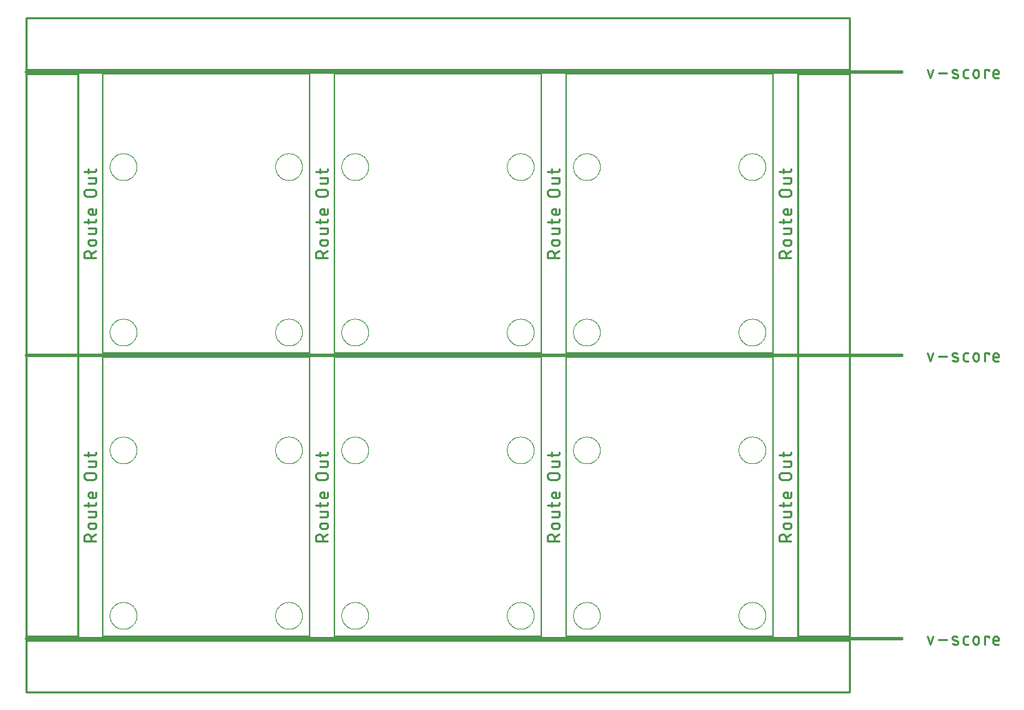
<source format=gko>
G75*
%MOIN*%
%OFA0B0*%
%FSLAX25Y25*%
%IPPOS*%
%LPD*%
%AMOC8*
5,1,8,0,0,1.08239X$1,22.5*
%
%ADD10C,0.00800*%
%ADD11C,0.01100*%
%ADD12C,0.01500*%
%ADD13C,0.01000*%
%ADD14C,0.00000*%
D10*
X0038750Y0028500D02*
X0038750Y0163500D01*
X0138750Y0163500D01*
X0138750Y0028500D01*
X0038750Y0028500D01*
X0150750Y0028500D02*
X0150750Y0163500D01*
X0250750Y0163500D01*
X0250750Y0028500D01*
X0150750Y0028500D01*
X0262750Y0028500D02*
X0262750Y0163500D01*
X0362750Y0163500D01*
X0362750Y0028500D01*
X0262750Y0028500D01*
X0262750Y0165500D02*
X0262750Y0300500D01*
X0362750Y0300500D01*
X0362750Y0165500D01*
X0262750Y0165500D01*
X0250750Y0165500D02*
X0150750Y0165500D01*
X0150750Y0300500D01*
X0250750Y0300500D01*
X0250750Y0165500D01*
X0138750Y0165500D02*
X0038750Y0165500D01*
X0038750Y0300500D01*
X0138750Y0300500D01*
X0138750Y0165500D01*
D11*
X0141800Y0211545D02*
X0141800Y0213184D01*
X0141802Y0213263D01*
X0141808Y0213342D01*
X0141817Y0213421D01*
X0141831Y0213499D01*
X0141848Y0213576D01*
X0141868Y0213653D01*
X0141893Y0213728D01*
X0141921Y0213802D01*
X0141953Y0213875D01*
X0141988Y0213946D01*
X0142026Y0214015D01*
X0142068Y0214082D01*
X0142113Y0214147D01*
X0142161Y0214210D01*
X0142212Y0214271D01*
X0142266Y0214329D01*
X0142323Y0214384D01*
X0142382Y0214437D01*
X0142444Y0214486D01*
X0142508Y0214533D01*
X0142574Y0214576D01*
X0142642Y0214616D01*
X0142713Y0214653D01*
X0142784Y0214687D01*
X0142858Y0214716D01*
X0142933Y0214743D01*
X0143008Y0214765D01*
X0143085Y0214784D01*
X0143163Y0214800D01*
X0143241Y0214811D01*
X0143320Y0214819D01*
X0143399Y0214823D01*
X0143479Y0214823D01*
X0143558Y0214819D01*
X0143637Y0214811D01*
X0143715Y0214800D01*
X0143793Y0214784D01*
X0143870Y0214765D01*
X0143945Y0214743D01*
X0144020Y0214716D01*
X0144094Y0214687D01*
X0144165Y0214653D01*
X0144236Y0214616D01*
X0144304Y0214576D01*
X0144370Y0214533D01*
X0144434Y0214486D01*
X0144496Y0214437D01*
X0144555Y0214384D01*
X0144612Y0214329D01*
X0144666Y0214271D01*
X0144717Y0214210D01*
X0144765Y0214147D01*
X0144810Y0214082D01*
X0144852Y0214015D01*
X0144890Y0213946D01*
X0144925Y0213875D01*
X0144957Y0213802D01*
X0144985Y0213728D01*
X0145010Y0213653D01*
X0145030Y0213576D01*
X0145047Y0213499D01*
X0145061Y0213421D01*
X0145070Y0213342D01*
X0145076Y0213263D01*
X0145078Y0213184D01*
X0145078Y0211545D01*
X0145078Y0213512D02*
X0147700Y0214823D01*
X0146389Y0217562D02*
X0145078Y0217562D01*
X0145007Y0217564D01*
X0144936Y0217570D01*
X0144866Y0217579D01*
X0144796Y0217593D01*
X0144727Y0217610D01*
X0144659Y0217631D01*
X0144593Y0217655D01*
X0144528Y0217683D01*
X0144464Y0217715D01*
X0144402Y0217750D01*
X0144342Y0217788D01*
X0144285Y0217829D01*
X0144229Y0217874D01*
X0144176Y0217921D01*
X0144126Y0217971D01*
X0144079Y0218024D01*
X0144034Y0218080D01*
X0143993Y0218137D01*
X0143955Y0218197D01*
X0143920Y0218259D01*
X0143888Y0218323D01*
X0143860Y0218388D01*
X0143836Y0218454D01*
X0143815Y0218522D01*
X0143798Y0218591D01*
X0143784Y0218661D01*
X0143775Y0218731D01*
X0143769Y0218802D01*
X0143767Y0218873D01*
X0143769Y0218944D01*
X0143775Y0219015D01*
X0143784Y0219085D01*
X0143798Y0219155D01*
X0143815Y0219224D01*
X0143836Y0219292D01*
X0143860Y0219358D01*
X0143888Y0219423D01*
X0143920Y0219487D01*
X0143955Y0219549D01*
X0143993Y0219609D01*
X0144034Y0219666D01*
X0144079Y0219722D01*
X0144126Y0219775D01*
X0144176Y0219825D01*
X0144229Y0219872D01*
X0144285Y0219917D01*
X0144342Y0219958D01*
X0144402Y0219996D01*
X0144464Y0220031D01*
X0144528Y0220063D01*
X0144593Y0220091D01*
X0144659Y0220115D01*
X0144727Y0220136D01*
X0144796Y0220153D01*
X0144866Y0220167D01*
X0144936Y0220176D01*
X0145007Y0220182D01*
X0145078Y0220184D01*
X0146389Y0220184D01*
X0146460Y0220182D01*
X0146531Y0220176D01*
X0146601Y0220167D01*
X0146671Y0220153D01*
X0146740Y0220136D01*
X0146808Y0220115D01*
X0146874Y0220091D01*
X0146939Y0220063D01*
X0147003Y0220031D01*
X0147065Y0219996D01*
X0147125Y0219958D01*
X0147182Y0219917D01*
X0147238Y0219872D01*
X0147291Y0219825D01*
X0147341Y0219775D01*
X0147388Y0219722D01*
X0147433Y0219666D01*
X0147474Y0219609D01*
X0147512Y0219549D01*
X0147547Y0219487D01*
X0147579Y0219423D01*
X0147607Y0219358D01*
X0147631Y0219292D01*
X0147652Y0219224D01*
X0147669Y0219155D01*
X0147683Y0219085D01*
X0147692Y0219015D01*
X0147698Y0218944D01*
X0147700Y0218873D01*
X0147698Y0218802D01*
X0147692Y0218731D01*
X0147683Y0218661D01*
X0147669Y0218591D01*
X0147652Y0218522D01*
X0147631Y0218454D01*
X0147607Y0218388D01*
X0147579Y0218323D01*
X0147547Y0218259D01*
X0147512Y0218197D01*
X0147474Y0218137D01*
X0147433Y0218080D01*
X0147388Y0218024D01*
X0147341Y0217971D01*
X0147291Y0217921D01*
X0147238Y0217874D01*
X0147182Y0217829D01*
X0147125Y0217788D01*
X0147065Y0217750D01*
X0147003Y0217715D01*
X0146939Y0217683D01*
X0146874Y0217655D01*
X0146808Y0217631D01*
X0146740Y0217610D01*
X0146671Y0217593D01*
X0146601Y0217579D01*
X0146531Y0217570D01*
X0146460Y0217564D01*
X0146389Y0217562D01*
X0146717Y0223101D02*
X0143767Y0223101D01*
X0143767Y0225723D02*
X0147700Y0225723D01*
X0147700Y0224084D01*
X0147698Y0224022D01*
X0147692Y0223961D01*
X0147683Y0223900D01*
X0147669Y0223840D01*
X0147652Y0223780D01*
X0147631Y0223722D01*
X0147606Y0223665D01*
X0147578Y0223610D01*
X0147547Y0223557D01*
X0147512Y0223506D01*
X0147474Y0223457D01*
X0147434Y0223411D01*
X0147390Y0223367D01*
X0147344Y0223327D01*
X0147295Y0223289D01*
X0147244Y0223254D01*
X0147191Y0223223D01*
X0147136Y0223195D01*
X0147079Y0223170D01*
X0147021Y0223149D01*
X0146961Y0223132D01*
X0146901Y0223118D01*
X0146840Y0223109D01*
X0146779Y0223103D01*
X0146717Y0223101D01*
X0146717Y0228733D02*
X0141800Y0228733D01*
X0143767Y0228078D02*
X0143767Y0230044D01*
X0145078Y0232537D02*
X0146717Y0232537D01*
X0146779Y0232539D01*
X0146840Y0232545D01*
X0146901Y0232554D01*
X0146961Y0232568D01*
X0147021Y0232585D01*
X0147079Y0232606D01*
X0147136Y0232631D01*
X0147191Y0232659D01*
X0147244Y0232690D01*
X0147295Y0232725D01*
X0147344Y0232763D01*
X0147390Y0232803D01*
X0147434Y0232847D01*
X0147474Y0232893D01*
X0147512Y0232942D01*
X0147547Y0232993D01*
X0147578Y0233046D01*
X0147606Y0233101D01*
X0147631Y0233158D01*
X0147652Y0233216D01*
X0147669Y0233276D01*
X0147683Y0233336D01*
X0147692Y0233397D01*
X0147698Y0233458D01*
X0147700Y0233520D01*
X0147700Y0235159D01*
X0145733Y0235159D02*
X0145733Y0232537D01*
X0145078Y0232537D02*
X0145007Y0232539D01*
X0144936Y0232545D01*
X0144866Y0232554D01*
X0144796Y0232568D01*
X0144727Y0232585D01*
X0144659Y0232606D01*
X0144593Y0232630D01*
X0144528Y0232658D01*
X0144464Y0232690D01*
X0144402Y0232725D01*
X0144342Y0232763D01*
X0144285Y0232804D01*
X0144229Y0232849D01*
X0144176Y0232896D01*
X0144126Y0232946D01*
X0144079Y0232999D01*
X0144034Y0233055D01*
X0143993Y0233112D01*
X0143955Y0233172D01*
X0143920Y0233234D01*
X0143888Y0233298D01*
X0143860Y0233363D01*
X0143836Y0233429D01*
X0143815Y0233497D01*
X0143798Y0233566D01*
X0143784Y0233636D01*
X0143775Y0233706D01*
X0143769Y0233777D01*
X0143767Y0233848D01*
X0143769Y0233919D01*
X0143775Y0233990D01*
X0143784Y0234060D01*
X0143798Y0234130D01*
X0143815Y0234199D01*
X0143836Y0234267D01*
X0143860Y0234333D01*
X0143888Y0234398D01*
X0143920Y0234462D01*
X0143955Y0234524D01*
X0143993Y0234584D01*
X0144034Y0234641D01*
X0144079Y0234697D01*
X0144126Y0234750D01*
X0144176Y0234800D01*
X0144229Y0234847D01*
X0144285Y0234892D01*
X0144342Y0234933D01*
X0144402Y0234971D01*
X0144464Y0235006D01*
X0144528Y0235038D01*
X0144593Y0235066D01*
X0144659Y0235090D01*
X0144727Y0235111D01*
X0144796Y0235128D01*
X0144866Y0235142D01*
X0144936Y0235151D01*
X0145007Y0235157D01*
X0145078Y0235159D01*
X0145733Y0235159D01*
X0147700Y0230044D02*
X0147700Y0229716D01*
X0147698Y0229654D01*
X0147692Y0229593D01*
X0147683Y0229532D01*
X0147669Y0229472D01*
X0147652Y0229412D01*
X0147631Y0229354D01*
X0147606Y0229297D01*
X0147578Y0229242D01*
X0147547Y0229189D01*
X0147512Y0229138D01*
X0147474Y0229089D01*
X0147434Y0229043D01*
X0147390Y0228999D01*
X0147344Y0228959D01*
X0147295Y0228921D01*
X0147244Y0228886D01*
X0147191Y0228855D01*
X0147136Y0228827D01*
X0147079Y0228802D01*
X0147021Y0228781D01*
X0146961Y0228764D01*
X0146901Y0228750D01*
X0146840Y0228741D01*
X0146779Y0228735D01*
X0146717Y0228733D01*
X0146061Y0241235D02*
X0143439Y0241235D01*
X0143360Y0241237D01*
X0143281Y0241243D01*
X0143202Y0241252D01*
X0143124Y0241266D01*
X0143047Y0241283D01*
X0142970Y0241303D01*
X0142895Y0241328D01*
X0142821Y0241356D01*
X0142748Y0241388D01*
X0142677Y0241423D01*
X0142608Y0241461D01*
X0142541Y0241503D01*
X0142476Y0241548D01*
X0142413Y0241596D01*
X0142352Y0241647D01*
X0142294Y0241701D01*
X0142239Y0241758D01*
X0142186Y0241817D01*
X0142137Y0241879D01*
X0142090Y0241943D01*
X0142047Y0242009D01*
X0142007Y0242077D01*
X0141970Y0242148D01*
X0141936Y0242219D01*
X0141907Y0242293D01*
X0141880Y0242368D01*
X0141858Y0242443D01*
X0141839Y0242520D01*
X0141823Y0242598D01*
X0141812Y0242676D01*
X0141804Y0242755D01*
X0141800Y0242834D01*
X0141800Y0242914D01*
X0141804Y0242993D01*
X0141812Y0243072D01*
X0141823Y0243150D01*
X0141839Y0243228D01*
X0141858Y0243305D01*
X0141880Y0243380D01*
X0141907Y0243455D01*
X0141936Y0243529D01*
X0141970Y0243600D01*
X0142007Y0243671D01*
X0142047Y0243739D01*
X0142090Y0243805D01*
X0142137Y0243869D01*
X0142186Y0243931D01*
X0142239Y0243990D01*
X0142294Y0244047D01*
X0142352Y0244101D01*
X0142413Y0244152D01*
X0142476Y0244200D01*
X0142541Y0244245D01*
X0142608Y0244287D01*
X0142677Y0244325D01*
X0142748Y0244360D01*
X0142821Y0244392D01*
X0142895Y0244420D01*
X0142970Y0244445D01*
X0143047Y0244465D01*
X0143124Y0244482D01*
X0143202Y0244496D01*
X0143281Y0244505D01*
X0143360Y0244511D01*
X0143439Y0244513D01*
X0146061Y0244513D01*
X0146140Y0244511D01*
X0146219Y0244505D01*
X0146298Y0244496D01*
X0146376Y0244482D01*
X0146453Y0244465D01*
X0146530Y0244445D01*
X0146605Y0244420D01*
X0146679Y0244392D01*
X0146752Y0244360D01*
X0146823Y0244325D01*
X0146892Y0244287D01*
X0146959Y0244245D01*
X0147024Y0244200D01*
X0147087Y0244152D01*
X0147148Y0244101D01*
X0147206Y0244047D01*
X0147261Y0243990D01*
X0147314Y0243931D01*
X0147363Y0243869D01*
X0147410Y0243805D01*
X0147453Y0243739D01*
X0147493Y0243671D01*
X0147530Y0243600D01*
X0147564Y0243529D01*
X0147593Y0243455D01*
X0147620Y0243380D01*
X0147642Y0243305D01*
X0147661Y0243228D01*
X0147677Y0243150D01*
X0147688Y0243072D01*
X0147696Y0242993D01*
X0147700Y0242914D01*
X0147700Y0242834D01*
X0147696Y0242755D01*
X0147688Y0242676D01*
X0147677Y0242598D01*
X0147661Y0242520D01*
X0147642Y0242443D01*
X0147620Y0242368D01*
X0147593Y0242293D01*
X0147564Y0242219D01*
X0147530Y0242148D01*
X0147493Y0242077D01*
X0147453Y0242009D01*
X0147410Y0241943D01*
X0147363Y0241879D01*
X0147314Y0241817D01*
X0147261Y0241758D01*
X0147206Y0241701D01*
X0147148Y0241647D01*
X0147087Y0241596D01*
X0147024Y0241548D01*
X0146959Y0241503D01*
X0146892Y0241461D01*
X0146823Y0241423D01*
X0146752Y0241388D01*
X0146679Y0241356D01*
X0146605Y0241328D01*
X0146530Y0241303D01*
X0146453Y0241283D01*
X0146376Y0241266D01*
X0146298Y0241252D01*
X0146219Y0241243D01*
X0146140Y0241237D01*
X0146061Y0241235D01*
X0146717Y0247512D02*
X0143767Y0247512D01*
X0143767Y0250134D02*
X0147700Y0250134D01*
X0147700Y0248495D01*
X0147698Y0248433D01*
X0147692Y0248372D01*
X0147683Y0248311D01*
X0147669Y0248251D01*
X0147652Y0248191D01*
X0147631Y0248133D01*
X0147606Y0248076D01*
X0147578Y0248021D01*
X0147547Y0247968D01*
X0147512Y0247917D01*
X0147474Y0247868D01*
X0147434Y0247822D01*
X0147390Y0247778D01*
X0147344Y0247738D01*
X0147295Y0247700D01*
X0147244Y0247665D01*
X0147191Y0247634D01*
X0147136Y0247606D01*
X0147079Y0247581D01*
X0147021Y0247560D01*
X0146961Y0247543D01*
X0146901Y0247529D01*
X0146840Y0247520D01*
X0146779Y0247514D01*
X0146717Y0247512D01*
X0146717Y0253144D02*
X0141800Y0253144D01*
X0143767Y0252488D02*
X0143767Y0254455D01*
X0146717Y0253144D02*
X0146779Y0253146D01*
X0146840Y0253152D01*
X0146901Y0253161D01*
X0146961Y0253175D01*
X0147021Y0253192D01*
X0147079Y0253213D01*
X0147136Y0253238D01*
X0147191Y0253266D01*
X0147244Y0253297D01*
X0147295Y0253332D01*
X0147344Y0253370D01*
X0147390Y0253410D01*
X0147434Y0253454D01*
X0147474Y0253500D01*
X0147512Y0253549D01*
X0147547Y0253600D01*
X0147578Y0253653D01*
X0147606Y0253708D01*
X0147631Y0253765D01*
X0147652Y0253823D01*
X0147669Y0253883D01*
X0147683Y0253943D01*
X0147692Y0254004D01*
X0147698Y0254065D01*
X0147700Y0254127D01*
X0147700Y0254455D01*
X0147700Y0211545D02*
X0141800Y0211545D01*
X0035700Y0211545D02*
X0029800Y0211545D01*
X0029800Y0213184D01*
X0029802Y0213263D01*
X0029808Y0213342D01*
X0029817Y0213421D01*
X0029831Y0213499D01*
X0029848Y0213576D01*
X0029868Y0213653D01*
X0029893Y0213728D01*
X0029921Y0213802D01*
X0029953Y0213875D01*
X0029988Y0213946D01*
X0030026Y0214015D01*
X0030068Y0214082D01*
X0030113Y0214147D01*
X0030161Y0214210D01*
X0030212Y0214271D01*
X0030266Y0214329D01*
X0030323Y0214384D01*
X0030382Y0214437D01*
X0030444Y0214486D01*
X0030508Y0214533D01*
X0030574Y0214576D01*
X0030642Y0214616D01*
X0030713Y0214653D01*
X0030784Y0214687D01*
X0030858Y0214716D01*
X0030933Y0214743D01*
X0031008Y0214765D01*
X0031085Y0214784D01*
X0031163Y0214800D01*
X0031241Y0214811D01*
X0031320Y0214819D01*
X0031399Y0214823D01*
X0031479Y0214823D01*
X0031558Y0214819D01*
X0031637Y0214811D01*
X0031715Y0214800D01*
X0031793Y0214784D01*
X0031870Y0214765D01*
X0031945Y0214743D01*
X0032020Y0214716D01*
X0032094Y0214687D01*
X0032165Y0214653D01*
X0032236Y0214616D01*
X0032304Y0214576D01*
X0032370Y0214533D01*
X0032434Y0214486D01*
X0032496Y0214437D01*
X0032555Y0214384D01*
X0032612Y0214329D01*
X0032666Y0214271D01*
X0032717Y0214210D01*
X0032765Y0214147D01*
X0032810Y0214082D01*
X0032852Y0214015D01*
X0032890Y0213946D01*
X0032925Y0213875D01*
X0032957Y0213802D01*
X0032985Y0213728D01*
X0033010Y0213653D01*
X0033030Y0213576D01*
X0033047Y0213499D01*
X0033061Y0213421D01*
X0033070Y0213342D01*
X0033076Y0213263D01*
X0033078Y0213184D01*
X0033078Y0211545D01*
X0033078Y0213512D02*
X0035700Y0214823D01*
X0034389Y0217562D02*
X0033078Y0217562D01*
X0033007Y0217564D01*
X0032936Y0217570D01*
X0032866Y0217579D01*
X0032796Y0217593D01*
X0032727Y0217610D01*
X0032659Y0217631D01*
X0032593Y0217655D01*
X0032528Y0217683D01*
X0032464Y0217715D01*
X0032402Y0217750D01*
X0032342Y0217788D01*
X0032285Y0217829D01*
X0032229Y0217874D01*
X0032176Y0217921D01*
X0032126Y0217971D01*
X0032079Y0218024D01*
X0032034Y0218080D01*
X0031993Y0218137D01*
X0031955Y0218197D01*
X0031920Y0218259D01*
X0031888Y0218323D01*
X0031860Y0218388D01*
X0031836Y0218454D01*
X0031815Y0218522D01*
X0031798Y0218591D01*
X0031784Y0218661D01*
X0031775Y0218731D01*
X0031769Y0218802D01*
X0031767Y0218873D01*
X0031769Y0218944D01*
X0031775Y0219015D01*
X0031784Y0219085D01*
X0031798Y0219155D01*
X0031815Y0219224D01*
X0031836Y0219292D01*
X0031860Y0219358D01*
X0031888Y0219423D01*
X0031920Y0219487D01*
X0031955Y0219549D01*
X0031993Y0219609D01*
X0032034Y0219666D01*
X0032079Y0219722D01*
X0032126Y0219775D01*
X0032176Y0219825D01*
X0032229Y0219872D01*
X0032285Y0219917D01*
X0032342Y0219958D01*
X0032402Y0219996D01*
X0032464Y0220031D01*
X0032528Y0220063D01*
X0032593Y0220091D01*
X0032659Y0220115D01*
X0032727Y0220136D01*
X0032796Y0220153D01*
X0032866Y0220167D01*
X0032936Y0220176D01*
X0033007Y0220182D01*
X0033078Y0220184D01*
X0034389Y0220184D01*
X0034460Y0220182D01*
X0034531Y0220176D01*
X0034601Y0220167D01*
X0034671Y0220153D01*
X0034740Y0220136D01*
X0034808Y0220115D01*
X0034874Y0220091D01*
X0034939Y0220063D01*
X0035003Y0220031D01*
X0035065Y0219996D01*
X0035125Y0219958D01*
X0035182Y0219917D01*
X0035238Y0219872D01*
X0035291Y0219825D01*
X0035341Y0219775D01*
X0035388Y0219722D01*
X0035433Y0219666D01*
X0035474Y0219609D01*
X0035512Y0219549D01*
X0035547Y0219487D01*
X0035579Y0219423D01*
X0035607Y0219358D01*
X0035631Y0219292D01*
X0035652Y0219224D01*
X0035669Y0219155D01*
X0035683Y0219085D01*
X0035692Y0219015D01*
X0035698Y0218944D01*
X0035700Y0218873D01*
X0035698Y0218802D01*
X0035692Y0218731D01*
X0035683Y0218661D01*
X0035669Y0218591D01*
X0035652Y0218522D01*
X0035631Y0218454D01*
X0035607Y0218388D01*
X0035579Y0218323D01*
X0035547Y0218259D01*
X0035512Y0218197D01*
X0035474Y0218137D01*
X0035433Y0218080D01*
X0035388Y0218024D01*
X0035341Y0217971D01*
X0035291Y0217921D01*
X0035238Y0217874D01*
X0035182Y0217829D01*
X0035125Y0217788D01*
X0035065Y0217750D01*
X0035003Y0217715D01*
X0034939Y0217683D01*
X0034874Y0217655D01*
X0034808Y0217631D01*
X0034740Y0217610D01*
X0034671Y0217593D01*
X0034601Y0217579D01*
X0034531Y0217570D01*
X0034460Y0217564D01*
X0034389Y0217562D01*
X0034717Y0223101D02*
X0031767Y0223101D01*
X0031767Y0225723D02*
X0035700Y0225723D01*
X0035700Y0224084D01*
X0035698Y0224022D01*
X0035692Y0223961D01*
X0035683Y0223900D01*
X0035669Y0223840D01*
X0035652Y0223780D01*
X0035631Y0223722D01*
X0035606Y0223665D01*
X0035578Y0223610D01*
X0035547Y0223557D01*
X0035512Y0223506D01*
X0035474Y0223457D01*
X0035434Y0223411D01*
X0035390Y0223367D01*
X0035344Y0223327D01*
X0035295Y0223289D01*
X0035244Y0223254D01*
X0035191Y0223223D01*
X0035136Y0223195D01*
X0035079Y0223170D01*
X0035021Y0223149D01*
X0034961Y0223132D01*
X0034901Y0223118D01*
X0034840Y0223109D01*
X0034779Y0223103D01*
X0034717Y0223101D01*
X0034717Y0228733D02*
X0029800Y0228733D01*
X0031767Y0228078D02*
X0031767Y0230044D01*
X0033078Y0232537D02*
X0034717Y0232537D01*
X0034779Y0232539D01*
X0034840Y0232545D01*
X0034901Y0232554D01*
X0034961Y0232568D01*
X0035021Y0232585D01*
X0035079Y0232606D01*
X0035136Y0232631D01*
X0035191Y0232659D01*
X0035244Y0232690D01*
X0035295Y0232725D01*
X0035344Y0232763D01*
X0035390Y0232803D01*
X0035434Y0232847D01*
X0035474Y0232893D01*
X0035512Y0232942D01*
X0035547Y0232993D01*
X0035578Y0233046D01*
X0035606Y0233101D01*
X0035631Y0233158D01*
X0035652Y0233216D01*
X0035669Y0233276D01*
X0035683Y0233336D01*
X0035692Y0233397D01*
X0035698Y0233458D01*
X0035700Y0233520D01*
X0035700Y0235159D01*
X0033733Y0235159D02*
X0033733Y0232537D01*
X0033078Y0232537D02*
X0033007Y0232539D01*
X0032936Y0232545D01*
X0032866Y0232554D01*
X0032796Y0232568D01*
X0032727Y0232585D01*
X0032659Y0232606D01*
X0032593Y0232630D01*
X0032528Y0232658D01*
X0032464Y0232690D01*
X0032402Y0232725D01*
X0032342Y0232763D01*
X0032285Y0232804D01*
X0032229Y0232849D01*
X0032176Y0232896D01*
X0032126Y0232946D01*
X0032079Y0232999D01*
X0032034Y0233055D01*
X0031993Y0233112D01*
X0031955Y0233172D01*
X0031920Y0233234D01*
X0031888Y0233298D01*
X0031860Y0233363D01*
X0031836Y0233429D01*
X0031815Y0233497D01*
X0031798Y0233566D01*
X0031784Y0233636D01*
X0031775Y0233706D01*
X0031769Y0233777D01*
X0031767Y0233848D01*
X0031769Y0233919D01*
X0031775Y0233990D01*
X0031784Y0234060D01*
X0031798Y0234130D01*
X0031815Y0234199D01*
X0031836Y0234267D01*
X0031860Y0234333D01*
X0031888Y0234398D01*
X0031920Y0234462D01*
X0031955Y0234524D01*
X0031993Y0234584D01*
X0032034Y0234641D01*
X0032079Y0234697D01*
X0032126Y0234750D01*
X0032176Y0234800D01*
X0032229Y0234847D01*
X0032285Y0234892D01*
X0032342Y0234933D01*
X0032402Y0234971D01*
X0032464Y0235006D01*
X0032528Y0235038D01*
X0032593Y0235066D01*
X0032659Y0235090D01*
X0032727Y0235111D01*
X0032796Y0235128D01*
X0032866Y0235142D01*
X0032936Y0235151D01*
X0033007Y0235157D01*
X0033078Y0235159D01*
X0033733Y0235159D01*
X0035700Y0230044D02*
X0035700Y0229716D01*
X0035698Y0229654D01*
X0035692Y0229593D01*
X0035683Y0229532D01*
X0035669Y0229472D01*
X0035652Y0229412D01*
X0035631Y0229354D01*
X0035606Y0229297D01*
X0035578Y0229242D01*
X0035547Y0229189D01*
X0035512Y0229138D01*
X0035474Y0229089D01*
X0035434Y0229043D01*
X0035390Y0228999D01*
X0035344Y0228959D01*
X0035295Y0228921D01*
X0035244Y0228886D01*
X0035191Y0228855D01*
X0035136Y0228827D01*
X0035079Y0228802D01*
X0035021Y0228781D01*
X0034961Y0228764D01*
X0034901Y0228750D01*
X0034840Y0228741D01*
X0034779Y0228735D01*
X0034717Y0228733D01*
X0034061Y0241235D02*
X0031439Y0241235D01*
X0031360Y0241237D01*
X0031281Y0241243D01*
X0031202Y0241252D01*
X0031124Y0241266D01*
X0031047Y0241283D01*
X0030970Y0241303D01*
X0030895Y0241328D01*
X0030821Y0241356D01*
X0030748Y0241388D01*
X0030677Y0241423D01*
X0030608Y0241461D01*
X0030541Y0241503D01*
X0030476Y0241548D01*
X0030413Y0241596D01*
X0030352Y0241647D01*
X0030294Y0241701D01*
X0030239Y0241758D01*
X0030186Y0241817D01*
X0030137Y0241879D01*
X0030090Y0241943D01*
X0030047Y0242009D01*
X0030007Y0242077D01*
X0029970Y0242148D01*
X0029936Y0242219D01*
X0029907Y0242293D01*
X0029880Y0242368D01*
X0029858Y0242443D01*
X0029839Y0242520D01*
X0029823Y0242598D01*
X0029812Y0242676D01*
X0029804Y0242755D01*
X0029800Y0242834D01*
X0029800Y0242914D01*
X0029804Y0242993D01*
X0029812Y0243072D01*
X0029823Y0243150D01*
X0029839Y0243228D01*
X0029858Y0243305D01*
X0029880Y0243380D01*
X0029907Y0243455D01*
X0029936Y0243529D01*
X0029970Y0243600D01*
X0030007Y0243671D01*
X0030047Y0243739D01*
X0030090Y0243805D01*
X0030137Y0243869D01*
X0030186Y0243931D01*
X0030239Y0243990D01*
X0030294Y0244047D01*
X0030352Y0244101D01*
X0030413Y0244152D01*
X0030476Y0244200D01*
X0030541Y0244245D01*
X0030608Y0244287D01*
X0030677Y0244325D01*
X0030748Y0244360D01*
X0030821Y0244392D01*
X0030895Y0244420D01*
X0030970Y0244445D01*
X0031047Y0244465D01*
X0031124Y0244482D01*
X0031202Y0244496D01*
X0031281Y0244505D01*
X0031360Y0244511D01*
X0031439Y0244513D01*
X0034061Y0244513D01*
X0034140Y0244511D01*
X0034219Y0244505D01*
X0034298Y0244496D01*
X0034376Y0244482D01*
X0034453Y0244465D01*
X0034530Y0244445D01*
X0034605Y0244420D01*
X0034679Y0244392D01*
X0034752Y0244360D01*
X0034823Y0244325D01*
X0034892Y0244287D01*
X0034959Y0244245D01*
X0035024Y0244200D01*
X0035087Y0244152D01*
X0035148Y0244101D01*
X0035206Y0244047D01*
X0035261Y0243990D01*
X0035314Y0243931D01*
X0035363Y0243869D01*
X0035410Y0243805D01*
X0035453Y0243739D01*
X0035493Y0243671D01*
X0035530Y0243600D01*
X0035564Y0243529D01*
X0035593Y0243455D01*
X0035620Y0243380D01*
X0035642Y0243305D01*
X0035661Y0243228D01*
X0035677Y0243150D01*
X0035688Y0243072D01*
X0035696Y0242993D01*
X0035700Y0242914D01*
X0035700Y0242834D01*
X0035696Y0242755D01*
X0035688Y0242676D01*
X0035677Y0242598D01*
X0035661Y0242520D01*
X0035642Y0242443D01*
X0035620Y0242368D01*
X0035593Y0242293D01*
X0035564Y0242219D01*
X0035530Y0242148D01*
X0035493Y0242077D01*
X0035453Y0242009D01*
X0035410Y0241943D01*
X0035363Y0241879D01*
X0035314Y0241817D01*
X0035261Y0241758D01*
X0035206Y0241701D01*
X0035148Y0241647D01*
X0035087Y0241596D01*
X0035024Y0241548D01*
X0034959Y0241503D01*
X0034892Y0241461D01*
X0034823Y0241423D01*
X0034752Y0241388D01*
X0034679Y0241356D01*
X0034605Y0241328D01*
X0034530Y0241303D01*
X0034453Y0241283D01*
X0034376Y0241266D01*
X0034298Y0241252D01*
X0034219Y0241243D01*
X0034140Y0241237D01*
X0034061Y0241235D01*
X0034717Y0247512D02*
X0031767Y0247512D01*
X0031767Y0250134D02*
X0035700Y0250134D01*
X0035700Y0248495D01*
X0035698Y0248433D01*
X0035692Y0248372D01*
X0035683Y0248311D01*
X0035669Y0248251D01*
X0035652Y0248191D01*
X0035631Y0248133D01*
X0035606Y0248076D01*
X0035578Y0248021D01*
X0035547Y0247968D01*
X0035512Y0247917D01*
X0035474Y0247868D01*
X0035434Y0247822D01*
X0035390Y0247778D01*
X0035344Y0247738D01*
X0035295Y0247700D01*
X0035244Y0247665D01*
X0035191Y0247634D01*
X0035136Y0247606D01*
X0035079Y0247581D01*
X0035021Y0247560D01*
X0034961Y0247543D01*
X0034901Y0247529D01*
X0034840Y0247520D01*
X0034779Y0247514D01*
X0034717Y0247512D01*
X0034717Y0253144D02*
X0029800Y0253144D01*
X0031767Y0252488D02*
X0031767Y0254455D01*
X0034717Y0253144D02*
X0034779Y0253146D01*
X0034840Y0253152D01*
X0034901Y0253161D01*
X0034961Y0253175D01*
X0035021Y0253192D01*
X0035079Y0253213D01*
X0035136Y0253238D01*
X0035191Y0253266D01*
X0035244Y0253297D01*
X0035295Y0253332D01*
X0035344Y0253370D01*
X0035390Y0253410D01*
X0035434Y0253454D01*
X0035474Y0253500D01*
X0035512Y0253549D01*
X0035547Y0253600D01*
X0035578Y0253653D01*
X0035606Y0253708D01*
X0035631Y0253765D01*
X0035652Y0253823D01*
X0035669Y0253883D01*
X0035683Y0253943D01*
X0035692Y0254004D01*
X0035698Y0254065D01*
X0035700Y0254127D01*
X0035700Y0254455D01*
X0035700Y0117455D02*
X0035700Y0117127D01*
X0035698Y0117065D01*
X0035692Y0117004D01*
X0035683Y0116943D01*
X0035669Y0116883D01*
X0035652Y0116823D01*
X0035631Y0116765D01*
X0035606Y0116708D01*
X0035578Y0116653D01*
X0035547Y0116600D01*
X0035512Y0116549D01*
X0035474Y0116500D01*
X0035434Y0116454D01*
X0035390Y0116410D01*
X0035344Y0116370D01*
X0035295Y0116332D01*
X0035244Y0116297D01*
X0035191Y0116266D01*
X0035136Y0116238D01*
X0035079Y0116213D01*
X0035021Y0116192D01*
X0034961Y0116175D01*
X0034901Y0116161D01*
X0034840Y0116152D01*
X0034779Y0116146D01*
X0034717Y0116144D01*
X0029800Y0116144D01*
X0031767Y0115488D02*
X0031767Y0117455D01*
X0031767Y0113134D02*
X0035700Y0113134D01*
X0035700Y0111495D01*
X0035698Y0111433D01*
X0035692Y0111372D01*
X0035683Y0111311D01*
X0035669Y0111251D01*
X0035652Y0111191D01*
X0035631Y0111133D01*
X0035606Y0111076D01*
X0035578Y0111021D01*
X0035547Y0110968D01*
X0035512Y0110917D01*
X0035474Y0110868D01*
X0035434Y0110822D01*
X0035390Y0110778D01*
X0035344Y0110738D01*
X0035295Y0110700D01*
X0035244Y0110665D01*
X0035191Y0110634D01*
X0035136Y0110606D01*
X0035079Y0110581D01*
X0035021Y0110560D01*
X0034961Y0110543D01*
X0034901Y0110529D01*
X0034840Y0110520D01*
X0034779Y0110514D01*
X0034717Y0110512D01*
X0031767Y0110512D01*
X0031439Y0107513D02*
X0034061Y0107513D01*
X0034140Y0107511D01*
X0034219Y0107505D01*
X0034298Y0107496D01*
X0034376Y0107482D01*
X0034453Y0107465D01*
X0034530Y0107445D01*
X0034605Y0107420D01*
X0034679Y0107392D01*
X0034752Y0107360D01*
X0034823Y0107325D01*
X0034892Y0107287D01*
X0034959Y0107245D01*
X0035024Y0107200D01*
X0035087Y0107152D01*
X0035148Y0107101D01*
X0035206Y0107047D01*
X0035261Y0106990D01*
X0035314Y0106931D01*
X0035363Y0106869D01*
X0035410Y0106805D01*
X0035453Y0106739D01*
X0035493Y0106671D01*
X0035530Y0106600D01*
X0035564Y0106529D01*
X0035593Y0106455D01*
X0035620Y0106380D01*
X0035642Y0106305D01*
X0035661Y0106228D01*
X0035677Y0106150D01*
X0035688Y0106072D01*
X0035696Y0105993D01*
X0035700Y0105914D01*
X0035700Y0105834D01*
X0035696Y0105755D01*
X0035688Y0105676D01*
X0035677Y0105598D01*
X0035661Y0105520D01*
X0035642Y0105443D01*
X0035620Y0105368D01*
X0035593Y0105293D01*
X0035564Y0105219D01*
X0035530Y0105148D01*
X0035493Y0105077D01*
X0035453Y0105009D01*
X0035410Y0104943D01*
X0035363Y0104879D01*
X0035314Y0104817D01*
X0035261Y0104758D01*
X0035206Y0104701D01*
X0035148Y0104647D01*
X0035087Y0104596D01*
X0035024Y0104548D01*
X0034959Y0104503D01*
X0034892Y0104461D01*
X0034823Y0104423D01*
X0034752Y0104388D01*
X0034679Y0104356D01*
X0034605Y0104328D01*
X0034530Y0104303D01*
X0034453Y0104283D01*
X0034376Y0104266D01*
X0034298Y0104252D01*
X0034219Y0104243D01*
X0034140Y0104237D01*
X0034061Y0104235D01*
X0031439Y0104235D01*
X0031360Y0104237D01*
X0031281Y0104243D01*
X0031202Y0104252D01*
X0031124Y0104266D01*
X0031047Y0104283D01*
X0030970Y0104303D01*
X0030895Y0104328D01*
X0030821Y0104356D01*
X0030748Y0104388D01*
X0030677Y0104423D01*
X0030608Y0104461D01*
X0030541Y0104503D01*
X0030476Y0104548D01*
X0030413Y0104596D01*
X0030352Y0104647D01*
X0030294Y0104701D01*
X0030239Y0104758D01*
X0030186Y0104817D01*
X0030137Y0104879D01*
X0030090Y0104943D01*
X0030047Y0105009D01*
X0030007Y0105077D01*
X0029970Y0105148D01*
X0029936Y0105219D01*
X0029907Y0105293D01*
X0029880Y0105368D01*
X0029858Y0105443D01*
X0029839Y0105520D01*
X0029823Y0105598D01*
X0029812Y0105676D01*
X0029804Y0105755D01*
X0029800Y0105834D01*
X0029800Y0105914D01*
X0029804Y0105993D01*
X0029812Y0106072D01*
X0029823Y0106150D01*
X0029839Y0106228D01*
X0029858Y0106305D01*
X0029880Y0106380D01*
X0029907Y0106455D01*
X0029936Y0106529D01*
X0029970Y0106600D01*
X0030007Y0106671D01*
X0030047Y0106739D01*
X0030090Y0106805D01*
X0030137Y0106869D01*
X0030186Y0106931D01*
X0030239Y0106990D01*
X0030294Y0107047D01*
X0030352Y0107101D01*
X0030413Y0107152D01*
X0030476Y0107200D01*
X0030541Y0107245D01*
X0030608Y0107287D01*
X0030677Y0107325D01*
X0030748Y0107360D01*
X0030821Y0107392D01*
X0030895Y0107420D01*
X0030970Y0107445D01*
X0031047Y0107465D01*
X0031124Y0107482D01*
X0031202Y0107496D01*
X0031281Y0107505D01*
X0031360Y0107511D01*
X0031439Y0107513D01*
X0033078Y0098159D02*
X0033733Y0098159D01*
X0033733Y0095537D01*
X0033078Y0095537D02*
X0034717Y0095537D01*
X0034779Y0095539D01*
X0034840Y0095545D01*
X0034901Y0095554D01*
X0034961Y0095568D01*
X0035021Y0095585D01*
X0035079Y0095606D01*
X0035136Y0095631D01*
X0035191Y0095659D01*
X0035244Y0095690D01*
X0035295Y0095725D01*
X0035344Y0095763D01*
X0035390Y0095803D01*
X0035434Y0095847D01*
X0035474Y0095893D01*
X0035512Y0095942D01*
X0035547Y0095993D01*
X0035578Y0096046D01*
X0035606Y0096101D01*
X0035631Y0096158D01*
X0035652Y0096216D01*
X0035669Y0096276D01*
X0035683Y0096336D01*
X0035692Y0096397D01*
X0035698Y0096458D01*
X0035700Y0096520D01*
X0035700Y0098159D01*
X0033078Y0098159D02*
X0033007Y0098157D01*
X0032936Y0098151D01*
X0032866Y0098142D01*
X0032796Y0098128D01*
X0032727Y0098111D01*
X0032659Y0098090D01*
X0032593Y0098066D01*
X0032528Y0098038D01*
X0032464Y0098006D01*
X0032402Y0097971D01*
X0032342Y0097933D01*
X0032285Y0097892D01*
X0032229Y0097847D01*
X0032176Y0097800D01*
X0032126Y0097750D01*
X0032079Y0097697D01*
X0032034Y0097641D01*
X0031993Y0097584D01*
X0031955Y0097524D01*
X0031920Y0097462D01*
X0031888Y0097398D01*
X0031860Y0097333D01*
X0031836Y0097267D01*
X0031815Y0097199D01*
X0031798Y0097130D01*
X0031784Y0097060D01*
X0031775Y0096990D01*
X0031769Y0096919D01*
X0031767Y0096848D01*
X0031769Y0096777D01*
X0031775Y0096706D01*
X0031784Y0096636D01*
X0031798Y0096566D01*
X0031815Y0096497D01*
X0031836Y0096429D01*
X0031860Y0096363D01*
X0031888Y0096298D01*
X0031920Y0096234D01*
X0031955Y0096172D01*
X0031993Y0096112D01*
X0032034Y0096055D01*
X0032079Y0095999D01*
X0032126Y0095946D01*
X0032176Y0095896D01*
X0032229Y0095849D01*
X0032285Y0095804D01*
X0032342Y0095763D01*
X0032402Y0095725D01*
X0032464Y0095690D01*
X0032528Y0095658D01*
X0032593Y0095630D01*
X0032659Y0095606D01*
X0032727Y0095585D01*
X0032796Y0095568D01*
X0032866Y0095554D01*
X0032936Y0095545D01*
X0033007Y0095539D01*
X0033078Y0095537D01*
X0031767Y0093044D02*
X0031767Y0091078D01*
X0029800Y0091733D02*
X0034717Y0091733D01*
X0034779Y0091735D01*
X0034840Y0091741D01*
X0034901Y0091750D01*
X0034961Y0091764D01*
X0035021Y0091781D01*
X0035079Y0091802D01*
X0035136Y0091827D01*
X0035191Y0091855D01*
X0035244Y0091886D01*
X0035295Y0091921D01*
X0035344Y0091959D01*
X0035390Y0091999D01*
X0035434Y0092043D01*
X0035474Y0092089D01*
X0035512Y0092138D01*
X0035547Y0092189D01*
X0035578Y0092242D01*
X0035606Y0092297D01*
X0035631Y0092354D01*
X0035652Y0092412D01*
X0035669Y0092472D01*
X0035683Y0092532D01*
X0035692Y0092593D01*
X0035698Y0092654D01*
X0035700Y0092716D01*
X0035700Y0093044D01*
X0035700Y0088723D02*
X0031767Y0088723D01*
X0031767Y0086101D02*
X0034717Y0086101D01*
X0034779Y0086103D01*
X0034840Y0086109D01*
X0034901Y0086118D01*
X0034961Y0086132D01*
X0035021Y0086149D01*
X0035079Y0086170D01*
X0035136Y0086195D01*
X0035191Y0086223D01*
X0035244Y0086254D01*
X0035295Y0086289D01*
X0035344Y0086327D01*
X0035390Y0086367D01*
X0035434Y0086411D01*
X0035474Y0086457D01*
X0035512Y0086506D01*
X0035547Y0086557D01*
X0035578Y0086610D01*
X0035606Y0086665D01*
X0035631Y0086722D01*
X0035652Y0086780D01*
X0035669Y0086840D01*
X0035683Y0086900D01*
X0035692Y0086961D01*
X0035698Y0087022D01*
X0035700Y0087084D01*
X0035700Y0088723D01*
X0034389Y0083184D02*
X0033078Y0083184D01*
X0033007Y0083182D01*
X0032936Y0083176D01*
X0032866Y0083167D01*
X0032796Y0083153D01*
X0032727Y0083136D01*
X0032659Y0083115D01*
X0032593Y0083091D01*
X0032528Y0083063D01*
X0032464Y0083031D01*
X0032402Y0082996D01*
X0032342Y0082958D01*
X0032285Y0082917D01*
X0032229Y0082872D01*
X0032176Y0082825D01*
X0032126Y0082775D01*
X0032079Y0082722D01*
X0032034Y0082666D01*
X0031993Y0082609D01*
X0031955Y0082549D01*
X0031920Y0082487D01*
X0031888Y0082423D01*
X0031860Y0082358D01*
X0031836Y0082292D01*
X0031815Y0082224D01*
X0031798Y0082155D01*
X0031784Y0082085D01*
X0031775Y0082015D01*
X0031769Y0081944D01*
X0031767Y0081873D01*
X0031769Y0081802D01*
X0031775Y0081731D01*
X0031784Y0081661D01*
X0031798Y0081591D01*
X0031815Y0081522D01*
X0031836Y0081454D01*
X0031860Y0081388D01*
X0031888Y0081323D01*
X0031920Y0081259D01*
X0031955Y0081197D01*
X0031993Y0081137D01*
X0032034Y0081080D01*
X0032079Y0081024D01*
X0032126Y0080971D01*
X0032176Y0080921D01*
X0032229Y0080874D01*
X0032285Y0080829D01*
X0032342Y0080788D01*
X0032402Y0080750D01*
X0032464Y0080715D01*
X0032528Y0080683D01*
X0032593Y0080655D01*
X0032659Y0080631D01*
X0032727Y0080610D01*
X0032796Y0080593D01*
X0032866Y0080579D01*
X0032936Y0080570D01*
X0033007Y0080564D01*
X0033078Y0080562D01*
X0034389Y0080562D01*
X0034460Y0080564D01*
X0034531Y0080570D01*
X0034601Y0080579D01*
X0034671Y0080593D01*
X0034740Y0080610D01*
X0034808Y0080631D01*
X0034874Y0080655D01*
X0034939Y0080683D01*
X0035003Y0080715D01*
X0035065Y0080750D01*
X0035125Y0080788D01*
X0035182Y0080829D01*
X0035238Y0080874D01*
X0035291Y0080921D01*
X0035341Y0080971D01*
X0035388Y0081024D01*
X0035433Y0081080D01*
X0035474Y0081137D01*
X0035512Y0081197D01*
X0035547Y0081259D01*
X0035579Y0081323D01*
X0035607Y0081388D01*
X0035631Y0081454D01*
X0035652Y0081522D01*
X0035669Y0081591D01*
X0035683Y0081661D01*
X0035692Y0081731D01*
X0035698Y0081802D01*
X0035700Y0081873D01*
X0035698Y0081944D01*
X0035692Y0082015D01*
X0035683Y0082085D01*
X0035669Y0082155D01*
X0035652Y0082224D01*
X0035631Y0082292D01*
X0035607Y0082358D01*
X0035579Y0082423D01*
X0035547Y0082487D01*
X0035512Y0082549D01*
X0035474Y0082609D01*
X0035433Y0082666D01*
X0035388Y0082722D01*
X0035341Y0082775D01*
X0035291Y0082825D01*
X0035238Y0082872D01*
X0035182Y0082917D01*
X0035125Y0082958D01*
X0035065Y0082996D01*
X0035003Y0083031D01*
X0034939Y0083063D01*
X0034874Y0083091D01*
X0034808Y0083115D01*
X0034740Y0083136D01*
X0034671Y0083153D01*
X0034601Y0083167D01*
X0034531Y0083176D01*
X0034460Y0083182D01*
X0034389Y0083184D01*
X0035700Y0077823D02*
X0033078Y0076512D01*
X0033078Y0076184D02*
X0033078Y0074545D01*
X0033078Y0076184D02*
X0033076Y0076263D01*
X0033070Y0076342D01*
X0033061Y0076421D01*
X0033047Y0076499D01*
X0033030Y0076576D01*
X0033010Y0076653D01*
X0032985Y0076728D01*
X0032957Y0076802D01*
X0032925Y0076875D01*
X0032890Y0076946D01*
X0032852Y0077015D01*
X0032810Y0077082D01*
X0032765Y0077147D01*
X0032717Y0077210D01*
X0032666Y0077271D01*
X0032612Y0077329D01*
X0032555Y0077384D01*
X0032496Y0077437D01*
X0032434Y0077486D01*
X0032370Y0077533D01*
X0032304Y0077576D01*
X0032236Y0077616D01*
X0032165Y0077653D01*
X0032094Y0077687D01*
X0032020Y0077716D01*
X0031945Y0077743D01*
X0031870Y0077765D01*
X0031793Y0077784D01*
X0031715Y0077800D01*
X0031637Y0077811D01*
X0031558Y0077819D01*
X0031479Y0077823D01*
X0031399Y0077823D01*
X0031320Y0077819D01*
X0031241Y0077811D01*
X0031163Y0077800D01*
X0031085Y0077784D01*
X0031008Y0077765D01*
X0030933Y0077743D01*
X0030858Y0077716D01*
X0030784Y0077687D01*
X0030713Y0077653D01*
X0030642Y0077616D01*
X0030574Y0077576D01*
X0030508Y0077533D01*
X0030444Y0077486D01*
X0030382Y0077437D01*
X0030323Y0077384D01*
X0030266Y0077329D01*
X0030212Y0077271D01*
X0030161Y0077210D01*
X0030113Y0077147D01*
X0030068Y0077082D01*
X0030026Y0077015D01*
X0029988Y0076946D01*
X0029953Y0076875D01*
X0029921Y0076802D01*
X0029893Y0076728D01*
X0029868Y0076653D01*
X0029848Y0076576D01*
X0029831Y0076499D01*
X0029817Y0076421D01*
X0029808Y0076342D01*
X0029802Y0076263D01*
X0029800Y0076184D01*
X0029800Y0074545D01*
X0035700Y0074545D01*
X0141800Y0074545D02*
X0141800Y0076184D01*
X0141802Y0076263D01*
X0141808Y0076342D01*
X0141817Y0076421D01*
X0141831Y0076499D01*
X0141848Y0076576D01*
X0141868Y0076653D01*
X0141893Y0076728D01*
X0141921Y0076802D01*
X0141953Y0076875D01*
X0141988Y0076946D01*
X0142026Y0077015D01*
X0142068Y0077082D01*
X0142113Y0077147D01*
X0142161Y0077210D01*
X0142212Y0077271D01*
X0142266Y0077329D01*
X0142323Y0077384D01*
X0142382Y0077437D01*
X0142444Y0077486D01*
X0142508Y0077533D01*
X0142574Y0077576D01*
X0142642Y0077616D01*
X0142713Y0077653D01*
X0142784Y0077687D01*
X0142858Y0077716D01*
X0142933Y0077743D01*
X0143008Y0077765D01*
X0143085Y0077784D01*
X0143163Y0077800D01*
X0143241Y0077811D01*
X0143320Y0077819D01*
X0143399Y0077823D01*
X0143479Y0077823D01*
X0143558Y0077819D01*
X0143637Y0077811D01*
X0143715Y0077800D01*
X0143793Y0077784D01*
X0143870Y0077765D01*
X0143945Y0077743D01*
X0144020Y0077716D01*
X0144094Y0077687D01*
X0144165Y0077653D01*
X0144236Y0077616D01*
X0144304Y0077576D01*
X0144370Y0077533D01*
X0144434Y0077486D01*
X0144496Y0077437D01*
X0144555Y0077384D01*
X0144612Y0077329D01*
X0144666Y0077271D01*
X0144717Y0077210D01*
X0144765Y0077147D01*
X0144810Y0077082D01*
X0144852Y0077015D01*
X0144890Y0076946D01*
X0144925Y0076875D01*
X0144957Y0076802D01*
X0144985Y0076728D01*
X0145010Y0076653D01*
X0145030Y0076576D01*
X0145047Y0076499D01*
X0145061Y0076421D01*
X0145070Y0076342D01*
X0145076Y0076263D01*
X0145078Y0076184D01*
X0145078Y0074545D01*
X0145078Y0076512D02*
X0147700Y0077823D01*
X0146389Y0080562D02*
X0145078Y0080562D01*
X0145007Y0080564D01*
X0144936Y0080570D01*
X0144866Y0080579D01*
X0144796Y0080593D01*
X0144727Y0080610D01*
X0144659Y0080631D01*
X0144593Y0080655D01*
X0144528Y0080683D01*
X0144464Y0080715D01*
X0144402Y0080750D01*
X0144342Y0080788D01*
X0144285Y0080829D01*
X0144229Y0080874D01*
X0144176Y0080921D01*
X0144126Y0080971D01*
X0144079Y0081024D01*
X0144034Y0081080D01*
X0143993Y0081137D01*
X0143955Y0081197D01*
X0143920Y0081259D01*
X0143888Y0081323D01*
X0143860Y0081388D01*
X0143836Y0081454D01*
X0143815Y0081522D01*
X0143798Y0081591D01*
X0143784Y0081661D01*
X0143775Y0081731D01*
X0143769Y0081802D01*
X0143767Y0081873D01*
X0143769Y0081944D01*
X0143775Y0082015D01*
X0143784Y0082085D01*
X0143798Y0082155D01*
X0143815Y0082224D01*
X0143836Y0082292D01*
X0143860Y0082358D01*
X0143888Y0082423D01*
X0143920Y0082487D01*
X0143955Y0082549D01*
X0143993Y0082609D01*
X0144034Y0082666D01*
X0144079Y0082722D01*
X0144126Y0082775D01*
X0144176Y0082825D01*
X0144229Y0082872D01*
X0144285Y0082917D01*
X0144342Y0082958D01*
X0144402Y0082996D01*
X0144464Y0083031D01*
X0144528Y0083063D01*
X0144593Y0083091D01*
X0144659Y0083115D01*
X0144727Y0083136D01*
X0144796Y0083153D01*
X0144866Y0083167D01*
X0144936Y0083176D01*
X0145007Y0083182D01*
X0145078Y0083184D01*
X0146389Y0083184D01*
X0146460Y0083182D01*
X0146531Y0083176D01*
X0146601Y0083167D01*
X0146671Y0083153D01*
X0146740Y0083136D01*
X0146808Y0083115D01*
X0146874Y0083091D01*
X0146939Y0083063D01*
X0147003Y0083031D01*
X0147065Y0082996D01*
X0147125Y0082958D01*
X0147182Y0082917D01*
X0147238Y0082872D01*
X0147291Y0082825D01*
X0147341Y0082775D01*
X0147388Y0082722D01*
X0147433Y0082666D01*
X0147474Y0082609D01*
X0147512Y0082549D01*
X0147547Y0082487D01*
X0147579Y0082423D01*
X0147607Y0082358D01*
X0147631Y0082292D01*
X0147652Y0082224D01*
X0147669Y0082155D01*
X0147683Y0082085D01*
X0147692Y0082015D01*
X0147698Y0081944D01*
X0147700Y0081873D01*
X0147698Y0081802D01*
X0147692Y0081731D01*
X0147683Y0081661D01*
X0147669Y0081591D01*
X0147652Y0081522D01*
X0147631Y0081454D01*
X0147607Y0081388D01*
X0147579Y0081323D01*
X0147547Y0081259D01*
X0147512Y0081197D01*
X0147474Y0081137D01*
X0147433Y0081080D01*
X0147388Y0081024D01*
X0147341Y0080971D01*
X0147291Y0080921D01*
X0147238Y0080874D01*
X0147182Y0080829D01*
X0147125Y0080788D01*
X0147065Y0080750D01*
X0147003Y0080715D01*
X0146939Y0080683D01*
X0146874Y0080655D01*
X0146808Y0080631D01*
X0146740Y0080610D01*
X0146671Y0080593D01*
X0146601Y0080579D01*
X0146531Y0080570D01*
X0146460Y0080564D01*
X0146389Y0080562D01*
X0146717Y0086101D02*
X0143767Y0086101D01*
X0143767Y0088723D02*
X0147700Y0088723D01*
X0147700Y0087084D01*
X0147698Y0087022D01*
X0147692Y0086961D01*
X0147683Y0086900D01*
X0147669Y0086840D01*
X0147652Y0086780D01*
X0147631Y0086722D01*
X0147606Y0086665D01*
X0147578Y0086610D01*
X0147547Y0086557D01*
X0147512Y0086506D01*
X0147474Y0086457D01*
X0147434Y0086411D01*
X0147390Y0086367D01*
X0147344Y0086327D01*
X0147295Y0086289D01*
X0147244Y0086254D01*
X0147191Y0086223D01*
X0147136Y0086195D01*
X0147079Y0086170D01*
X0147021Y0086149D01*
X0146961Y0086132D01*
X0146901Y0086118D01*
X0146840Y0086109D01*
X0146779Y0086103D01*
X0146717Y0086101D01*
X0146717Y0091733D02*
X0141800Y0091733D01*
X0143767Y0091078D02*
X0143767Y0093044D01*
X0145078Y0095537D02*
X0146717Y0095537D01*
X0146779Y0095539D01*
X0146840Y0095545D01*
X0146901Y0095554D01*
X0146961Y0095568D01*
X0147021Y0095585D01*
X0147079Y0095606D01*
X0147136Y0095631D01*
X0147191Y0095659D01*
X0147244Y0095690D01*
X0147295Y0095725D01*
X0147344Y0095763D01*
X0147390Y0095803D01*
X0147434Y0095847D01*
X0147474Y0095893D01*
X0147512Y0095942D01*
X0147547Y0095993D01*
X0147578Y0096046D01*
X0147606Y0096101D01*
X0147631Y0096158D01*
X0147652Y0096216D01*
X0147669Y0096276D01*
X0147683Y0096336D01*
X0147692Y0096397D01*
X0147698Y0096458D01*
X0147700Y0096520D01*
X0147700Y0098159D01*
X0145733Y0098159D02*
X0145733Y0095537D01*
X0145078Y0095537D02*
X0145007Y0095539D01*
X0144936Y0095545D01*
X0144866Y0095554D01*
X0144796Y0095568D01*
X0144727Y0095585D01*
X0144659Y0095606D01*
X0144593Y0095630D01*
X0144528Y0095658D01*
X0144464Y0095690D01*
X0144402Y0095725D01*
X0144342Y0095763D01*
X0144285Y0095804D01*
X0144229Y0095849D01*
X0144176Y0095896D01*
X0144126Y0095946D01*
X0144079Y0095999D01*
X0144034Y0096055D01*
X0143993Y0096112D01*
X0143955Y0096172D01*
X0143920Y0096234D01*
X0143888Y0096298D01*
X0143860Y0096363D01*
X0143836Y0096429D01*
X0143815Y0096497D01*
X0143798Y0096566D01*
X0143784Y0096636D01*
X0143775Y0096706D01*
X0143769Y0096777D01*
X0143767Y0096848D01*
X0143769Y0096919D01*
X0143775Y0096990D01*
X0143784Y0097060D01*
X0143798Y0097130D01*
X0143815Y0097199D01*
X0143836Y0097267D01*
X0143860Y0097333D01*
X0143888Y0097398D01*
X0143920Y0097462D01*
X0143955Y0097524D01*
X0143993Y0097584D01*
X0144034Y0097641D01*
X0144079Y0097697D01*
X0144126Y0097750D01*
X0144176Y0097800D01*
X0144229Y0097847D01*
X0144285Y0097892D01*
X0144342Y0097933D01*
X0144402Y0097971D01*
X0144464Y0098006D01*
X0144528Y0098038D01*
X0144593Y0098066D01*
X0144659Y0098090D01*
X0144727Y0098111D01*
X0144796Y0098128D01*
X0144866Y0098142D01*
X0144936Y0098151D01*
X0145007Y0098157D01*
X0145078Y0098159D01*
X0145733Y0098159D01*
X0147700Y0093044D02*
X0147700Y0092716D01*
X0147698Y0092654D01*
X0147692Y0092593D01*
X0147683Y0092532D01*
X0147669Y0092472D01*
X0147652Y0092412D01*
X0147631Y0092354D01*
X0147606Y0092297D01*
X0147578Y0092242D01*
X0147547Y0092189D01*
X0147512Y0092138D01*
X0147474Y0092089D01*
X0147434Y0092043D01*
X0147390Y0091999D01*
X0147344Y0091959D01*
X0147295Y0091921D01*
X0147244Y0091886D01*
X0147191Y0091855D01*
X0147136Y0091827D01*
X0147079Y0091802D01*
X0147021Y0091781D01*
X0146961Y0091764D01*
X0146901Y0091750D01*
X0146840Y0091741D01*
X0146779Y0091735D01*
X0146717Y0091733D01*
X0146061Y0104235D02*
X0143439Y0104235D01*
X0143360Y0104237D01*
X0143281Y0104243D01*
X0143202Y0104252D01*
X0143124Y0104266D01*
X0143047Y0104283D01*
X0142970Y0104303D01*
X0142895Y0104328D01*
X0142821Y0104356D01*
X0142748Y0104388D01*
X0142677Y0104423D01*
X0142608Y0104461D01*
X0142541Y0104503D01*
X0142476Y0104548D01*
X0142413Y0104596D01*
X0142352Y0104647D01*
X0142294Y0104701D01*
X0142239Y0104758D01*
X0142186Y0104817D01*
X0142137Y0104879D01*
X0142090Y0104943D01*
X0142047Y0105009D01*
X0142007Y0105077D01*
X0141970Y0105148D01*
X0141936Y0105219D01*
X0141907Y0105293D01*
X0141880Y0105368D01*
X0141858Y0105443D01*
X0141839Y0105520D01*
X0141823Y0105598D01*
X0141812Y0105676D01*
X0141804Y0105755D01*
X0141800Y0105834D01*
X0141800Y0105914D01*
X0141804Y0105993D01*
X0141812Y0106072D01*
X0141823Y0106150D01*
X0141839Y0106228D01*
X0141858Y0106305D01*
X0141880Y0106380D01*
X0141907Y0106455D01*
X0141936Y0106529D01*
X0141970Y0106600D01*
X0142007Y0106671D01*
X0142047Y0106739D01*
X0142090Y0106805D01*
X0142137Y0106869D01*
X0142186Y0106931D01*
X0142239Y0106990D01*
X0142294Y0107047D01*
X0142352Y0107101D01*
X0142413Y0107152D01*
X0142476Y0107200D01*
X0142541Y0107245D01*
X0142608Y0107287D01*
X0142677Y0107325D01*
X0142748Y0107360D01*
X0142821Y0107392D01*
X0142895Y0107420D01*
X0142970Y0107445D01*
X0143047Y0107465D01*
X0143124Y0107482D01*
X0143202Y0107496D01*
X0143281Y0107505D01*
X0143360Y0107511D01*
X0143439Y0107513D01*
X0146061Y0107513D01*
X0146140Y0107511D01*
X0146219Y0107505D01*
X0146298Y0107496D01*
X0146376Y0107482D01*
X0146453Y0107465D01*
X0146530Y0107445D01*
X0146605Y0107420D01*
X0146679Y0107392D01*
X0146752Y0107360D01*
X0146823Y0107325D01*
X0146892Y0107287D01*
X0146959Y0107245D01*
X0147024Y0107200D01*
X0147087Y0107152D01*
X0147148Y0107101D01*
X0147206Y0107047D01*
X0147261Y0106990D01*
X0147314Y0106931D01*
X0147363Y0106869D01*
X0147410Y0106805D01*
X0147453Y0106739D01*
X0147493Y0106671D01*
X0147530Y0106600D01*
X0147564Y0106529D01*
X0147593Y0106455D01*
X0147620Y0106380D01*
X0147642Y0106305D01*
X0147661Y0106228D01*
X0147677Y0106150D01*
X0147688Y0106072D01*
X0147696Y0105993D01*
X0147700Y0105914D01*
X0147700Y0105834D01*
X0147696Y0105755D01*
X0147688Y0105676D01*
X0147677Y0105598D01*
X0147661Y0105520D01*
X0147642Y0105443D01*
X0147620Y0105368D01*
X0147593Y0105293D01*
X0147564Y0105219D01*
X0147530Y0105148D01*
X0147493Y0105077D01*
X0147453Y0105009D01*
X0147410Y0104943D01*
X0147363Y0104879D01*
X0147314Y0104817D01*
X0147261Y0104758D01*
X0147206Y0104701D01*
X0147148Y0104647D01*
X0147087Y0104596D01*
X0147024Y0104548D01*
X0146959Y0104503D01*
X0146892Y0104461D01*
X0146823Y0104423D01*
X0146752Y0104388D01*
X0146679Y0104356D01*
X0146605Y0104328D01*
X0146530Y0104303D01*
X0146453Y0104283D01*
X0146376Y0104266D01*
X0146298Y0104252D01*
X0146219Y0104243D01*
X0146140Y0104237D01*
X0146061Y0104235D01*
X0146717Y0110512D02*
X0143767Y0110512D01*
X0143767Y0113134D02*
X0147700Y0113134D01*
X0147700Y0111495D01*
X0147698Y0111433D01*
X0147692Y0111372D01*
X0147683Y0111311D01*
X0147669Y0111251D01*
X0147652Y0111191D01*
X0147631Y0111133D01*
X0147606Y0111076D01*
X0147578Y0111021D01*
X0147547Y0110968D01*
X0147512Y0110917D01*
X0147474Y0110868D01*
X0147434Y0110822D01*
X0147390Y0110778D01*
X0147344Y0110738D01*
X0147295Y0110700D01*
X0147244Y0110665D01*
X0147191Y0110634D01*
X0147136Y0110606D01*
X0147079Y0110581D01*
X0147021Y0110560D01*
X0146961Y0110543D01*
X0146901Y0110529D01*
X0146840Y0110520D01*
X0146779Y0110514D01*
X0146717Y0110512D01*
X0146717Y0116144D02*
X0141800Y0116144D01*
X0143767Y0115488D02*
X0143767Y0117455D01*
X0146717Y0116144D02*
X0146779Y0116146D01*
X0146840Y0116152D01*
X0146901Y0116161D01*
X0146961Y0116175D01*
X0147021Y0116192D01*
X0147079Y0116213D01*
X0147136Y0116238D01*
X0147191Y0116266D01*
X0147244Y0116297D01*
X0147295Y0116332D01*
X0147344Y0116370D01*
X0147390Y0116410D01*
X0147434Y0116454D01*
X0147474Y0116500D01*
X0147512Y0116549D01*
X0147547Y0116600D01*
X0147578Y0116653D01*
X0147606Y0116708D01*
X0147631Y0116765D01*
X0147652Y0116823D01*
X0147669Y0116883D01*
X0147683Y0116943D01*
X0147692Y0117004D01*
X0147698Y0117065D01*
X0147700Y0117127D01*
X0147700Y0117455D01*
X0147700Y0074545D02*
X0141800Y0074545D01*
X0253800Y0074545D02*
X0253800Y0076184D01*
X0253802Y0076263D01*
X0253808Y0076342D01*
X0253817Y0076421D01*
X0253831Y0076499D01*
X0253848Y0076576D01*
X0253868Y0076653D01*
X0253893Y0076728D01*
X0253921Y0076802D01*
X0253953Y0076875D01*
X0253988Y0076946D01*
X0254026Y0077015D01*
X0254068Y0077082D01*
X0254113Y0077147D01*
X0254161Y0077210D01*
X0254212Y0077271D01*
X0254266Y0077329D01*
X0254323Y0077384D01*
X0254382Y0077437D01*
X0254444Y0077486D01*
X0254508Y0077533D01*
X0254574Y0077576D01*
X0254642Y0077616D01*
X0254713Y0077653D01*
X0254784Y0077687D01*
X0254858Y0077716D01*
X0254933Y0077743D01*
X0255008Y0077765D01*
X0255085Y0077784D01*
X0255163Y0077800D01*
X0255241Y0077811D01*
X0255320Y0077819D01*
X0255399Y0077823D01*
X0255479Y0077823D01*
X0255558Y0077819D01*
X0255637Y0077811D01*
X0255715Y0077800D01*
X0255793Y0077784D01*
X0255870Y0077765D01*
X0255945Y0077743D01*
X0256020Y0077716D01*
X0256094Y0077687D01*
X0256165Y0077653D01*
X0256236Y0077616D01*
X0256304Y0077576D01*
X0256370Y0077533D01*
X0256434Y0077486D01*
X0256496Y0077437D01*
X0256555Y0077384D01*
X0256612Y0077329D01*
X0256666Y0077271D01*
X0256717Y0077210D01*
X0256765Y0077147D01*
X0256810Y0077082D01*
X0256852Y0077015D01*
X0256890Y0076946D01*
X0256925Y0076875D01*
X0256957Y0076802D01*
X0256985Y0076728D01*
X0257010Y0076653D01*
X0257030Y0076576D01*
X0257047Y0076499D01*
X0257061Y0076421D01*
X0257070Y0076342D01*
X0257076Y0076263D01*
X0257078Y0076184D01*
X0257078Y0074545D01*
X0257078Y0076512D02*
X0259700Y0077823D01*
X0258389Y0080562D02*
X0257078Y0080562D01*
X0257007Y0080564D01*
X0256936Y0080570D01*
X0256866Y0080579D01*
X0256796Y0080593D01*
X0256727Y0080610D01*
X0256659Y0080631D01*
X0256593Y0080655D01*
X0256528Y0080683D01*
X0256464Y0080715D01*
X0256402Y0080750D01*
X0256342Y0080788D01*
X0256285Y0080829D01*
X0256229Y0080874D01*
X0256176Y0080921D01*
X0256126Y0080971D01*
X0256079Y0081024D01*
X0256034Y0081080D01*
X0255993Y0081137D01*
X0255955Y0081197D01*
X0255920Y0081259D01*
X0255888Y0081323D01*
X0255860Y0081388D01*
X0255836Y0081454D01*
X0255815Y0081522D01*
X0255798Y0081591D01*
X0255784Y0081661D01*
X0255775Y0081731D01*
X0255769Y0081802D01*
X0255767Y0081873D01*
X0255769Y0081944D01*
X0255775Y0082015D01*
X0255784Y0082085D01*
X0255798Y0082155D01*
X0255815Y0082224D01*
X0255836Y0082292D01*
X0255860Y0082358D01*
X0255888Y0082423D01*
X0255920Y0082487D01*
X0255955Y0082549D01*
X0255993Y0082609D01*
X0256034Y0082666D01*
X0256079Y0082722D01*
X0256126Y0082775D01*
X0256176Y0082825D01*
X0256229Y0082872D01*
X0256285Y0082917D01*
X0256342Y0082958D01*
X0256402Y0082996D01*
X0256464Y0083031D01*
X0256528Y0083063D01*
X0256593Y0083091D01*
X0256659Y0083115D01*
X0256727Y0083136D01*
X0256796Y0083153D01*
X0256866Y0083167D01*
X0256936Y0083176D01*
X0257007Y0083182D01*
X0257078Y0083184D01*
X0258389Y0083184D01*
X0258460Y0083182D01*
X0258531Y0083176D01*
X0258601Y0083167D01*
X0258671Y0083153D01*
X0258740Y0083136D01*
X0258808Y0083115D01*
X0258874Y0083091D01*
X0258939Y0083063D01*
X0259003Y0083031D01*
X0259065Y0082996D01*
X0259125Y0082958D01*
X0259182Y0082917D01*
X0259238Y0082872D01*
X0259291Y0082825D01*
X0259341Y0082775D01*
X0259388Y0082722D01*
X0259433Y0082666D01*
X0259474Y0082609D01*
X0259512Y0082549D01*
X0259547Y0082487D01*
X0259579Y0082423D01*
X0259607Y0082358D01*
X0259631Y0082292D01*
X0259652Y0082224D01*
X0259669Y0082155D01*
X0259683Y0082085D01*
X0259692Y0082015D01*
X0259698Y0081944D01*
X0259700Y0081873D01*
X0259698Y0081802D01*
X0259692Y0081731D01*
X0259683Y0081661D01*
X0259669Y0081591D01*
X0259652Y0081522D01*
X0259631Y0081454D01*
X0259607Y0081388D01*
X0259579Y0081323D01*
X0259547Y0081259D01*
X0259512Y0081197D01*
X0259474Y0081137D01*
X0259433Y0081080D01*
X0259388Y0081024D01*
X0259341Y0080971D01*
X0259291Y0080921D01*
X0259238Y0080874D01*
X0259182Y0080829D01*
X0259125Y0080788D01*
X0259065Y0080750D01*
X0259003Y0080715D01*
X0258939Y0080683D01*
X0258874Y0080655D01*
X0258808Y0080631D01*
X0258740Y0080610D01*
X0258671Y0080593D01*
X0258601Y0080579D01*
X0258531Y0080570D01*
X0258460Y0080564D01*
X0258389Y0080562D01*
X0258717Y0086101D02*
X0255767Y0086101D01*
X0255767Y0088723D02*
X0259700Y0088723D01*
X0259700Y0087084D01*
X0259698Y0087022D01*
X0259692Y0086961D01*
X0259683Y0086900D01*
X0259669Y0086840D01*
X0259652Y0086780D01*
X0259631Y0086722D01*
X0259606Y0086665D01*
X0259578Y0086610D01*
X0259547Y0086557D01*
X0259512Y0086506D01*
X0259474Y0086457D01*
X0259434Y0086411D01*
X0259390Y0086367D01*
X0259344Y0086327D01*
X0259295Y0086289D01*
X0259244Y0086254D01*
X0259191Y0086223D01*
X0259136Y0086195D01*
X0259079Y0086170D01*
X0259021Y0086149D01*
X0258961Y0086132D01*
X0258901Y0086118D01*
X0258840Y0086109D01*
X0258779Y0086103D01*
X0258717Y0086101D01*
X0258717Y0091733D02*
X0253800Y0091733D01*
X0255767Y0091078D02*
X0255767Y0093044D01*
X0257078Y0095537D02*
X0258717Y0095537D01*
X0258779Y0095539D01*
X0258840Y0095545D01*
X0258901Y0095554D01*
X0258961Y0095568D01*
X0259021Y0095585D01*
X0259079Y0095606D01*
X0259136Y0095631D01*
X0259191Y0095659D01*
X0259244Y0095690D01*
X0259295Y0095725D01*
X0259344Y0095763D01*
X0259390Y0095803D01*
X0259434Y0095847D01*
X0259474Y0095893D01*
X0259512Y0095942D01*
X0259547Y0095993D01*
X0259578Y0096046D01*
X0259606Y0096101D01*
X0259631Y0096158D01*
X0259652Y0096216D01*
X0259669Y0096276D01*
X0259683Y0096336D01*
X0259692Y0096397D01*
X0259698Y0096458D01*
X0259700Y0096520D01*
X0259700Y0098159D01*
X0257733Y0098159D02*
X0257733Y0095537D01*
X0257078Y0095537D02*
X0257007Y0095539D01*
X0256936Y0095545D01*
X0256866Y0095554D01*
X0256796Y0095568D01*
X0256727Y0095585D01*
X0256659Y0095606D01*
X0256593Y0095630D01*
X0256528Y0095658D01*
X0256464Y0095690D01*
X0256402Y0095725D01*
X0256342Y0095763D01*
X0256285Y0095804D01*
X0256229Y0095849D01*
X0256176Y0095896D01*
X0256126Y0095946D01*
X0256079Y0095999D01*
X0256034Y0096055D01*
X0255993Y0096112D01*
X0255955Y0096172D01*
X0255920Y0096234D01*
X0255888Y0096298D01*
X0255860Y0096363D01*
X0255836Y0096429D01*
X0255815Y0096497D01*
X0255798Y0096566D01*
X0255784Y0096636D01*
X0255775Y0096706D01*
X0255769Y0096777D01*
X0255767Y0096848D01*
X0255769Y0096919D01*
X0255775Y0096990D01*
X0255784Y0097060D01*
X0255798Y0097130D01*
X0255815Y0097199D01*
X0255836Y0097267D01*
X0255860Y0097333D01*
X0255888Y0097398D01*
X0255920Y0097462D01*
X0255955Y0097524D01*
X0255993Y0097584D01*
X0256034Y0097641D01*
X0256079Y0097697D01*
X0256126Y0097750D01*
X0256176Y0097800D01*
X0256229Y0097847D01*
X0256285Y0097892D01*
X0256342Y0097933D01*
X0256402Y0097971D01*
X0256464Y0098006D01*
X0256528Y0098038D01*
X0256593Y0098066D01*
X0256659Y0098090D01*
X0256727Y0098111D01*
X0256796Y0098128D01*
X0256866Y0098142D01*
X0256936Y0098151D01*
X0257007Y0098157D01*
X0257078Y0098159D01*
X0257733Y0098159D01*
X0259700Y0093044D02*
X0259700Y0092716D01*
X0259698Y0092654D01*
X0259692Y0092593D01*
X0259683Y0092532D01*
X0259669Y0092472D01*
X0259652Y0092412D01*
X0259631Y0092354D01*
X0259606Y0092297D01*
X0259578Y0092242D01*
X0259547Y0092189D01*
X0259512Y0092138D01*
X0259474Y0092089D01*
X0259434Y0092043D01*
X0259390Y0091999D01*
X0259344Y0091959D01*
X0259295Y0091921D01*
X0259244Y0091886D01*
X0259191Y0091855D01*
X0259136Y0091827D01*
X0259079Y0091802D01*
X0259021Y0091781D01*
X0258961Y0091764D01*
X0258901Y0091750D01*
X0258840Y0091741D01*
X0258779Y0091735D01*
X0258717Y0091733D01*
X0258061Y0104235D02*
X0255439Y0104235D01*
X0255360Y0104237D01*
X0255281Y0104243D01*
X0255202Y0104252D01*
X0255124Y0104266D01*
X0255047Y0104283D01*
X0254970Y0104303D01*
X0254895Y0104328D01*
X0254821Y0104356D01*
X0254748Y0104388D01*
X0254677Y0104423D01*
X0254608Y0104461D01*
X0254541Y0104503D01*
X0254476Y0104548D01*
X0254413Y0104596D01*
X0254352Y0104647D01*
X0254294Y0104701D01*
X0254239Y0104758D01*
X0254186Y0104817D01*
X0254137Y0104879D01*
X0254090Y0104943D01*
X0254047Y0105009D01*
X0254007Y0105077D01*
X0253970Y0105148D01*
X0253936Y0105219D01*
X0253907Y0105293D01*
X0253880Y0105368D01*
X0253858Y0105443D01*
X0253839Y0105520D01*
X0253823Y0105598D01*
X0253812Y0105676D01*
X0253804Y0105755D01*
X0253800Y0105834D01*
X0253800Y0105914D01*
X0253804Y0105993D01*
X0253812Y0106072D01*
X0253823Y0106150D01*
X0253839Y0106228D01*
X0253858Y0106305D01*
X0253880Y0106380D01*
X0253907Y0106455D01*
X0253936Y0106529D01*
X0253970Y0106600D01*
X0254007Y0106671D01*
X0254047Y0106739D01*
X0254090Y0106805D01*
X0254137Y0106869D01*
X0254186Y0106931D01*
X0254239Y0106990D01*
X0254294Y0107047D01*
X0254352Y0107101D01*
X0254413Y0107152D01*
X0254476Y0107200D01*
X0254541Y0107245D01*
X0254608Y0107287D01*
X0254677Y0107325D01*
X0254748Y0107360D01*
X0254821Y0107392D01*
X0254895Y0107420D01*
X0254970Y0107445D01*
X0255047Y0107465D01*
X0255124Y0107482D01*
X0255202Y0107496D01*
X0255281Y0107505D01*
X0255360Y0107511D01*
X0255439Y0107513D01*
X0258061Y0107513D01*
X0258140Y0107511D01*
X0258219Y0107505D01*
X0258298Y0107496D01*
X0258376Y0107482D01*
X0258453Y0107465D01*
X0258530Y0107445D01*
X0258605Y0107420D01*
X0258679Y0107392D01*
X0258752Y0107360D01*
X0258823Y0107325D01*
X0258892Y0107287D01*
X0258959Y0107245D01*
X0259024Y0107200D01*
X0259087Y0107152D01*
X0259148Y0107101D01*
X0259206Y0107047D01*
X0259261Y0106990D01*
X0259314Y0106931D01*
X0259363Y0106869D01*
X0259410Y0106805D01*
X0259453Y0106739D01*
X0259493Y0106671D01*
X0259530Y0106600D01*
X0259564Y0106529D01*
X0259593Y0106455D01*
X0259620Y0106380D01*
X0259642Y0106305D01*
X0259661Y0106228D01*
X0259677Y0106150D01*
X0259688Y0106072D01*
X0259696Y0105993D01*
X0259700Y0105914D01*
X0259700Y0105834D01*
X0259696Y0105755D01*
X0259688Y0105676D01*
X0259677Y0105598D01*
X0259661Y0105520D01*
X0259642Y0105443D01*
X0259620Y0105368D01*
X0259593Y0105293D01*
X0259564Y0105219D01*
X0259530Y0105148D01*
X0259493Y0105077D01*
X0259453Y0105009D01*
X0259410Y0104943D01*
X0259363Y0104879D01*
X0259314Y0104817D01*
X0259261Y0104758D01*
X0259206Y0104701D01*
X0259148Y0104647D01*
X0259087Y0104596D01*
X0259024Y0104548D01*
X0258959Y0104503D01*
X0258892Y0104461D01*
X0258823Y0104423D01*
X0258752Y0104388D01*
X0258679Y0104356D01*
X0258605Y0104328D01*
X0258530Y0104303D01*
X0258453Y0104283D01*
X0258376Y0104266D01*
X0258298Y0104252D01*
X0258219Y0104243D01*
X0258140Y0104237D01*
X0258061Y0104235D01*
X0258717Y0110512D02*
X0255767Y0110512D01*
X0255767Y0113134D02*
X0259700Y0113134D01*
X0259700Y0111495D01*
X0259698Y0111433D01*
X0259692Y0111372D01*
X0259683Y0111311D01*
X0259669Y0111251D01*
X0259652Y0111191D01*
X0259631Y0111133D01*
X0259606Y0111076D01*
X0259578Y0111021D01*
X0259547Y0110968D01*
X0259512Y0110917D01*
X0259474Y0110868D01*
X0259434Y0110822D01*
X0259390Y0110778D01*
X0259344Y0110738D01*
X0259295Y0110700D01*
X0259244Y0110665D01*
X0259191Y0110634D01*
X0259136Y0110606D01*
X0259079Y0110581D01*
X0259021Y0110560D01*
X0258961Y0110543D01*
X0258901Y0110529D01*
X0258840Y0110520D01*
X0258779Y0110514D01*
X0258717Y0110512D01*
X0258717Y0116144D02*
X0253800Y0116144D01*
X0255767Y0115488D02*
X0255767Y0117455D01*
X0258717Y0116144D02*
X0258779Y0116146D01*
X0258840Y0116152D01*
X0258901Y0116161D01*
X0258961Y0116175D01*
X0259021Y0116192D01*
X0259079Y0116213D01*
X0259136Y0116238D01*
X0259191Y0116266D01*
X0259244Y0116297D01*
X0259295Y0116332D01*
X0259344Y0116370D01*
X0259390Y0116410D01*
X0259434Y0116454D01*
X0259474Y0116500D01*
X0259512Y0116549D01*
X0259547Y0116600D01*
X0259578Y0116653D01*
X0259606Y0116708D01*
X0259631Y0116765D01*
X0259652Y0116823D01*
X0259669Y0116883D01*
X0259683Y0116943D01*
X0259692Y0117004D01*
X0259698Y0117065D01*
X0259700Y0117127D01*
X0259700Y0117455D01*
X0259700Y0074545D02*
X0253800Y0074545D01*
X0365800Y0074545D02*
X0365800Y0076184D01*
X0365802Y0076263D01*
X0365808Y0076342D01*
X0365817Y0076421D01*
X0365831Y0076499D01*
X0365848Y0076576D01*
X0365868Y0076653D01*
X0365893Y0076728D01*
X0365921Y0076802D01*
X0365953Y0076875D01*
X0365988Y0076946D01*
X0366026Y0077015D01*
X0366068Y0077082D01*
X0366113Y0077147D01*
X0366161Y0077210D01*
X0366212Y0077271D01*
X0366266Y0077329D01*
X0366323Y0077384D01*
X0366382Y0077437D01*
X0366444Y0077486D01*
X0366508Y0077533D01*
X0366574Y0077576D01*
X0366642Y0077616D01*
X0366713Y0077653D01*
X0366784Y0077687D01*
X0366858Y0077716D01*
X0366933Y0077743D01*
X0367008Y0077765D01*
X0367085Y0077784D01*
X0367163Y0077800D01*
X0367241Y0077811D01*
X0367320Y0077819D01*
X0367399Y0077823D01*
X0367479Y0077823D01*
X0367558Y0077819D01*
X0367637Y0077811D01*
X0367715Y0077800D01*
X0367793Y0077784D01*
X0367870Y0077765D01*
X0367945Y0077743D01*
X0368020Y0077716D01*
X0368094Y0077687D01*
X0368165Y0077653D01*
X0368236Y0077616D01*
X0368304Y0077576D01*
X0368370Y0077533D01*
X0368434Y0077486D01*
X0368496Y0077437D01*
X0368555Y0077384D01*
X0368612Y0077329D01*
X0368666Y0077271D01*
X0368717Y0077210D01*
X0368765Y0077147D01*
X0368810Y0077082D01*
X0368852Y0077015D01*
X0368890Y0076946D01*
X0368925Y0076875D01*
X0368957Y0076802D01*
X0368985Y0076728D01*
X0369010Y0076653D01*
X0369030Y0076576D01*
X0369047Y0076499D01*
X0369061Y0076421D01*
X0369070Y0076342D01*
X0369076Y0076263D01*
X0369078Y0076184D01*
X0369078Y0074545D01*
X0369078Y0076512D02*
X0371700Y0077823D01*
X0370389Y0080562D02*
X0369078Y0080562D01*
X0369007Y0080564D01*
X0368936Y0080570D01*
X0368866Y0080579D01*
X0368796Y0080593D01*
X0368727Y0080610D01*
X0368659Y0080631D01*
X0368593Y0080655D01*
X0368528Y0080683D01*
X0368464Y0080715D01*
X0368402Y0080750D01*
X0368342Y0080788D01*
X0368285Y0080829D01*
X0368229Y0080874D01*
X0368176Y0080921D01*
X0368126Y0080971D01*
X0368079Y0081024D01*
X0368034Y0081080D01*
X0367993Y0081137D01*
X0367955Y0081197D01*
X0367920Y0081259D01*
X0367888Y0081323D01*
X0367860Y0081388D01*
X0367836Y0081454D01*
X0367815Y0081522D01*
X0367798Y0081591D01*
X0367784Y0081661D01*
X0367775Y0081731D01*
X0367769Y0081802D01*
X0367767Y0081873D01*
X0367769Y0081944D01*
X0367775Y0082015D01*
X0367784Y0082085D01*
X0367798Y0082155D01*
X0367815Y0082224D01*
X0367836Y0082292D01*
X0367860Y0082358D01*
X0367888Y0082423D01*
X0367920Y0082487D01*
X0367955Y0082549D01*
X0367993Y0082609D01*
X0368034Y0082666D01*
X0368079Y0082722D01*
X0368126Y0082775D01*
X0368176Y0082825D01*
X0368229Y0082872D01*
X0368285Y0082917D01*
X0368342Y0082958D01*
X0368402Y0082996D01*
X0368464Y0083031D01*
X0368528Y0083063D01*
X0368593Y0083091D01*
X0368659Y0083115D01*
X0368727Y0083136D01*
X0368796Y0083153D01*
X0368866Y0083167D01*
X0368936Y0083176D01*
X0369007Y0083182D01*
X0369078Y0083184D01*
X0370389Y0083184D01*
X0370460Y0083182D01*
X0370531Y0083176D01*
X0370601Y0083167D01*
X0370671Y0083153D01*
X0370740Y0083136D01*
X0370808Y0083115D01*
X0370874Y0083091D01*
X0370939Y0083063D01*
X0371003Y0083031D01*
X0371065Y0082996D01*
X0371125Y0082958D01*
X0371182Y0082917D01*
X0371238Y0082872D01*
X0371291Y0082825D01*
X0371341Y0082775D01*
X0371388Y0082722D01*
X0371433Y0082666D01*
X0371474Y0082609D01*
X0371512Y0082549D01*
X0371547Y0082487D01*
X0371579Y0082423D01*
X0371607Y0082358D01*
X0371631Y0082292D01*
X0371652Y0082224D01*
X0371669Y0082155D01*
X0371683Y0082085D01*
X0371692Y0082015D01*
X0371698Y0081944D01*
X0371700Y0081873D01*
X0371698Y0081802D01*
X0371692Y0081731D01*
X0371683Y0081661D01*
X0371669Y0081591D01*
X0371652Y0081522D01*
X0371631Y0081454D01*
X0371607Y0081388D01*
X0371579Y0081323D01*
X0371547Y0081259D01*
X0371512Y0081197D01*
X0371474Y0081137D01*
X0371433Y0081080D01*
X0371388Y0081024D01*
X0371341Y0080971D01*
X0371291Y0080921D01*
X0371238Y0080874D01*
X0371182Y0080829D01*
X0371125Y0080788D01*
X0371065Y0080750D01*
X0371003Y0080715D01*
X0370939Y0080683D01*
X0370874Y0080655D01*
X0370808Y0080631D01*
X0370740Y0080610D01*
X0370671Y0080593D01*
X0370601Y0080579D01*
X0370531Y0080570D01*
X0370460Y0080564D01*
X0370389Y0080562D01*
X0370717Y0086101D02*
X0367767Y0086101D01*
X0367767Y0088723D02*
X0371700Y0088723D01*
X0371700Y0087084D01*
X0371698Y0087022D01*
X0371692Y0086961D01*
X0371683Y0086900D01*
X0371669Y0086840D01*
X0371652Y0086780D01*
X0371631Y0086722D01*
X0371606Y0086665D01*
X0371578Y0086610D01*
X0371547Y0086557D01*
X0371512Y0086506D01*
X0371474Y0086457D01*
X0371434Y0086411D01*
X0371390Y0086367D01*
X0371344Y0086327D01*
X0371295Y0086289D01*
X0371244Y0086254D01*
X0371191Y0086223D01*
X0371136Y0086195D01*
X0371079Y0086170D01*
X0371021Y0086149D01*
X0370961Y0086132D01*
X0370901Y0086118D01*
X0370840Y0086109D01*
X0370779Y0086103D01*
X0370717Y0086101D01*
X0370717Y0091733D02*
X0365800Y0091733D01*
X0367767Y0091078D02*
X0367767Y0093044D01*
X0369078Y0095537D02*
X0370717Y0095537D01*
X0370779Y0095539D01*
X0370840Y0095545D01*
X0370901Y0095554D01*
X0370961Y0095568D01*
X0371021Y0095585D01*
X0371079Y0095606D01*
X0371136Y0095631D01*
X0371191Y0095659D01*
X0371244Y0095690D01*
X0371295Y0095725D01*
X0371344Y0095763D01*
X0371390Y0095803D01*
X0371434Y0095847D01*
X0371474Y0095893D01*
X0371512Y0095942D01*
X0371547Y0095993D01*
X0371578Y0096046D01*
X0371606Y0096101D01*
X0371631Y0096158D01*
X0371652Y0096216D01*
X0371669Y0096276D01*
X0371683Y0096336D01*
X0371692Y0096397D01*
X0371698Y0096458D01*
X0371700Y0096520D01*
X0371700Y0098159D01*
X0369733Y0098159D02*
X0369733Y0095537D01*
X0369078Y0095537D02*
X0369007Y0095539D01*
X0368936Y0095545D01*
X0368866Y0095554D01*
X0368796Y0095568D01*
X0368727Y0095585D01*
X0368659Y0095606D01*
X0368593Y0095630D01*
X0368528Y0095658D01*
X0368464Y0095690D01*
X0368402Y0095725D01*
X0368342Y0095763D01*
X0368285Y0095804D01*
X0368229Y0095849D01*
X0368176Y0095896D01*
X0368126Y0095946D01*
X0368079Y0095999D01*
X0368034Y0096055D01*
X0367993Y0096112D01*
X0367955Y0096172D01*
X0367920Y0096234D01*
X0367888Y0096298D01*
X0367860Y0096363D01*
X0367836Y0096429D01*
X0367815Y0096497D01*
X0367798Y0096566D01*
X0367784Y0096636D01*
X0367775Y0096706D01*
X0367769Y0096777D01*
X0367767Y0096848D01*
X0367769Y0096919D01*
X0367775Y0096990D01*
X0367784Y0097060D01*
X0367798Y0097130D01*
X0367815Y0097199D01*
X0367836Y0097267D01*
X0367860Y0097333D01*
X0367888Y0097398D01*
X0367920Y0097462D01*
X0367955Y0097524D01*
X0367993Y0097584D01*
X0368034Y0097641D01*
X0368079Y0097697D01*
X0368126Y0097750D01*
X0368176Y0097800D01*
X0368229Y0097847D01*
X0368285Y0097892D01*
X0368342Y0097933D01*
X0368402Y0097971D01*
X0368464Y0098006D01*
X0368528Y0098038D01*
X0368593Y0098066D01*
X0368659Y0098090D01*
X0368727Y0098111D01*
X0368796Y0098128D01*
X0368866Y0098142D01*
X0368936Y0098151D01*
X0369007Y0098157D01*
X0369078Y0098159D01*
X0369733Y0098159D01*
X0371700Y0093044D02*
X0371700Y0092716D01*
X0371698Y0092654D01*
X0371692Y0092593D01*
X0371683Y0092532D01*
X0371669Y0092472D01*
X0371652Y0092412D01*
X0371631Y0092354D01*
X0371606Y0092297D01*
X0371578Y0092242D01*
X0371547Y0092189D01*
X0371512Y0092138D01*
X0371474Y0092089D01*
X0371434Y0092043D01*
X0371390Y0091999D01*
X0371344Y0091959D01*
X0371295Y0091921D01*
X0371244Y0091886D01*
X0371191Y0091855D01*
X0371136Y0091827D01*
X0371079Y0091802D01*
X0371021Y0091781D01*
X0370961Y0091764D01*
X0370901Y0091750D01*
X0370840Y0091741D01*
X0370779Y0091735D01*
X0370717Y0091733D01*
X0370061Y0104235D02*
X0367439Y0104235D01*
X0367360Y0104237D01*
X0367281Y0104243D01*
X0367202Y0104252D01*
X0367124Y0104266D01*
X0367047Y0104283D01*
X0366970Y0104303D01*
X0366895Y0104328D01*
X0366821Y0104356D01*
X0366748Y0104388D01*
X0366677Y0104423D01*
X0366608Y0104461D01*
X0366541Y0104503D01*
X0366476Y0104548D01*
X0366413Y0104596D01*
X0366352Y0104647D01*
X0366294Y0104701D01*
X0366239Y0104758D01*
X0366186Y0104817D01*
X0366137Y0104879D01*
X0366090Y0104943D01*
X0366047Y0105009D01*
X0366007Y0105077D01*
X0365970Y0105148D01*
X0365936Y0105219D01*
X0365907Y0105293D01*
X0365880Y0105368D01*
X0365858Y0105443D01*
X0365839Y0105520D01*
X0365823Y0105598D01*
X0365812Y0105676D01*
X0365804Y0105755D01*
X0365800Y0105834D01*
X0365800Y0105914D01*
X0365804Y0105993D01*
X0365812Y0106072D01*
X0365823Y0106150D01*
X0365839Y0106228D01*
X0365858Y0106305D01*
X0365880Y0106380D01*
X0365907Y0106455D01*
X0365936Y0106529D01*
X0365970Y0106600D01*
X0366007Y0106671D01*
X0366047Y0106739D01*
X0366090Y0106805D01*
X0366137Y0106869D01*
X0366186Y0106931D01*
X0366239Y0106990D01*
X0366294Y0107047D01*
X0366352Y0107101D01*
X0366413Y0107152D01*
X0366476Y0107200D01*
X0366541Y0107245D01*
X0366608Y0107287D01*
X0366677Y0107325D01*
X0366748Y0107360D01*
X0366821Y0107392D01*
X0366895Y0107420D01*
X0366970Y0107445D01*
X0367047Y0107465D01*
X0367124Y0107482D01*
X0367202Y0107496D01*
X0367281Y0107505D01*
X0367360Y0107511D01*
X0367439Y0107513D01*
X0370061Y0107513D01*
X0370140Y0107511D01*
X0370219Y0107505D01*
X0370298Y0107496D01*
X0370376Y0107482D01*
X0370453Y0107465D01*
X0370530Y0107445D01*
X0370605Y0107420D01*
X0370679Y0107392D01*
X0370752Y0107360D01*
X0370823Y0107325D01*
X0370892Y0107287D01*
X0370959Y0107245D01*
X0371024Y0107200D01*
X0371087Y0107152D01*
X0371148Y0107101D01*
X0371206Y0107047D01*
X0371261Y0106990D01*
X0371314Y0106931D01*
X0371363Y0106869D01*
X0371410Y0106805D01*
X0371453Y0106739D01*
X0371493Y0106671D01*
X0371530Y0106600D01*
X0371564Y0106529D01*
X0371593Y0106455D01*
X0371620Y0106380D01*
X0371642Y0106305D01*
X0371661Y0106228D01*
X0371677Y0106150D01*
X0371688Y0106072D01*
X0371696Y0105993D01*
X0371700Y0105914D01*
X0371700Y0105834D01*
X0371696Y0105755D01*
X0371688Y0105676D01*
X0371677Y0105598D01*
X0371661Y0105520D01*
X0371642Y0105443D01*
X0371620Y0105368D01*
X0371593Y0105293D01*
X0371564Y0105219D01*
X0371530Y0105148D01*
X0371493Y0105077D01*
X0371453Y0105009D01*
X0371410Y0104943D01*
X0371363Y0104879D01*
X0371314Y0104817D01*
X0371261Y0104758D01*
X0371206Y0104701D01*
X0371148Y0104647D01*
X0371087Y0104596D01*
X0371024Y0104548D01*
X0370959Y0104503D01*
X0370892Y0104461D01*
X0370823Y0104423D01*
X0370752Y0104388D01*
X0370679Y0104356D01*
X0370605Y0104328D01*
X0370530Y0104303D01*
X0370453Y0104283D01*
X0370376Y0104266D01*
X0370298Y0104252D01*
X0370219Y0104243D01*
X0370140Y0104237D01*
X0370061Y0104235D01*
X0370717Y0110512D02*
X0367767Y0110512D01*
X0367767Y0113134D02*
X0371700Y0113134D01*
X0371700Y0111495D01*
X0371698Y0111433D01*
X0371692Y0111372D01*
X0371683Y0111311D01*
X0371669Y0111251D01*
X0371652Y0111191D01*
X0371631Y0111133D01*
X0371606Y0111076D01*
X0371578Y0111021D01*
X0371547Y0110968D01*
X0371512Y0110917D01*
X0371474Y0110868D01*
X0371434Y0110822D01*
X0371390Y0110778D01*
X0371344Y0110738D01*
X0371295Y0110700D01*
X0371244Y0110665D01*
X0371191Y0110634D01*
X0371136Y0110606D01*
X0371079Y0110581D01*
X0371021Y0110560D01*
X0370961Y0110543D01*
X0370901Y0110529D01*
X0370840Y0110520D01*
X0370779Y0110514D01*
X0370717Y0110512D01*
X0370717Y0116144D02*
X0365800Y0116144D01*
X0367767Y0115488D02*
X0367767Y0117455D01*
X0370717Y0116144D02*
X0370779Y0116146D01*
X0370840Y0116152D01*
X0370901Y0116161D01*
X0370961Y0116175D01*
X0371021Y0116192D01*
X0371079Y0116213D01*
X0371136Y0116238D01*
X0371191Y0116266D01*
X0371244Y0116297D01*
X0371295Y0116332D01*
X0371344Y0116370D01*
X0371390Y0116410D01*
X0371434Y0116454D01*
X0371474Y0116500D01*
X0371512Y0116549D01*
X0371547Y0116600D01*
X0371578Y0116653D01*
X0371606Y0116708D01*
X0371631Y0116765D01*
X0371652Y0116823D01*
X0371669Y0116883D01*
X0371683Y0116943D01*
X0371692Y0117004D01*
X0371698Y0117065D01*
X0371700Y0117127D01*
X0371700Y0117455D01*
X0371700Y0074545D02*
X0365800Y0074545D01*
X0437541Y0028483D02*
X0438852Y0024550D01*
X0440163Y0028483D01*
X0442834Y0026844D02*
X0446768Y0026844D01*
X0450136Y0026844D02*
X0451774Y0026189D01*
X0451775Y0026189D02*
X0451827Y0026166D01*
X0451878Y0026139D01*
X0451927Y0026109D01*
X0451974Y0026076D01*
X0452019Y0026040D01*
X0452061Y0026000D01*
X0452100Y0025958D01*
X0452136Y0025914D01*
X0452169Y0025867D01*
X0452199Y0025817D01*
X0452226Y0025766D01*
X0452249Y0025714D01*
X0452268Y0025660D01*
X0452284Y0025604D01*
X0452296Y0025548D01*
X0452304Y0025491D01*
X0452308Y0025434D01*
X0452309Y0025376D01*
X0452305Y0025319D01*
X0452298Y0025262D01*
X0452286Y0025205D01*
X0452271Y0025150D01*
X0452253Y0025095D01*
X0452230Y0025042D01*
X0452204Y0024991D01*
X0452175Y0024942D01*
X0452142Y0024894D01*
X0452106Y0024849D01*
X0452068Y0024807D01*
X0452026Y0024767D01*
X0451982Y0024730D01*
X0451935Y0024696D01*
X0451887Y0024665D01*
X0451836Y0024638D01*
X0451784Y0024614D01*
X0451730Y0024594D01*
X0451675Y0024578D01*
X0451619Y0024565D01*
X0451562Y0024556D01*
X0451504Y0024551D01*
X0451447Y0024550D01*
X0451938Y0028155D02*
X0451831Y0028201D01*
X0451722Y0028244D01*
X0451612Y0028284D01*
X0451500Y0028320D01*
X0451388Y0028352D01*
X0451274Y0028381D01*
X0451160Y0028407D01*
X0451045Y0028428D01*
X0450930Y0028447D01*
X0450813Y0028461D01*
X0450697Y0028472D01*
X0450580Y0028479D01*
X0450463Y0028483D01*
X0450463Y0028484D02*
X0450406Y0028483D01*
X0450348Y0028478D01*
X0450291Y0028469D01*
X0450235Y0028456D01*
X0450180Y0028440D01*
X0450126Y0028420D01*
X0450074Y0028396D01*
X0450023Y0028369D01*
X0449975Y0028338D01*
X0449928Y0028304D01*
X0449884Y0028267D01*
X0449842Y0028227D01*
X0449804Y0028185D01*
X0449768Y0028140D01*
X0449735Y0028092D01*
X0449706Y0028043D01*
X0449680Y0027992D01*
X0449657Y0027939D01*
X0449639Y0027884D01*
X0449624Y0027829D01*
X0449612Y0027772D01*
X0449605Y0027715D01*
X0449601Y0027658D01*
X0449602Y0027600D01*
X0449606Y0027543D01*
X0449614Y0027486D01*
X0449626Y0027430D01*
X0449642Y0027374D01*
X0449661Y0027320D01*
X0449684Y0027268D01*
X0449711Y0027217D01*
X0449741Y0027167D01*
X0449774Y0027120D01*
X0449810Y0027076D01*
X0449849Y0027034D01*
X0449891Y0026994D01*
X0449936Y0026958D01*
X0449983Y0026925D01*
X0450032Y0026895D01*
X0450083Y0026868D01*
X0450135Y0026845D01*
X0449644Y0024878D02*
X0449778Y0024832D01*
X0449913Y0024789D01*
X0450049Y0024750D01*
X0450186Y0024714D01*
X0450323Y0024682D01*
X0450462Y0024653D01*
X0450601Y0024627D01*
X0450741Y0024606D01*
X0450882Y0024587D01*
X0451022Y0024573D01*
X0451164Y0024562D01*
X0451305Y0024554D01*
X0451447Y0024551D01*
X0454988Y0025533D02*
X0454988Y0027500D01*
X0454990Y0027562D01*
X0454996Y0027623D01*
X0455005Y0027684D01*
X0455019Y0027744D01*
X0455036Y0027804D01*
X0455057Y0027862D01*
X0455082Y0027919D01*
X0455110Y0027974D01*
X0455141Y0028027D01*
X0455176Y0028078D01*
X0455214Y0028127D01*
X0455254Y0028173D01*
X0455298Y0028217D01*
X0455344Y0028257D01*
X0455393Y0028295D01*
X0455444Y0028330D01*
X0455497Y0028361D01*
X0455552Y0028389D01*
X0455609Y0028414D01*
X0455667Y0028435D01*
X0455727Y0028452D01*
X0455787Y0028466D01*
X0455848Y0028475D01*
X0455909Y0028481D01*
X0455971Y0028483D01*
X0457282Y0028483D01*
X0459695Y0027172D02*
X0459695Y0025861D01*
X0459696Y0025861D02*
X0459698Y0025790D01*
X0459704Y0025719D01*
X0459713Y0025649D01*
X0459727Y0025579D01*
X0459744Y0025510D01*
X0459765Y0025442D01*
X0459789Y0025376D01*
X0459817Y0025311D01*
X0459849Y0025247D01*
X0459884Y0025185D01*
X0459922Y0025125D01*
X0459963Y0025068D01*
X0460008Y0025012D01*
X0460055Y0024959D01*
X0460105Y0024909D01*
X0460158Y0024862D01*
X0460214Y0024817D01*
X0460271Y0024776D01*
X0460331Y0024738D01*
X0460393Y0024703D01*
X0460457Y0024671D01*
X0460522Y0024643D01*
X0460588Y0024619D01*
X0460656Y0024598D01*
X0460725Y0024581D01*
X0460795Y0024567D01*
X0460865Y0024558D01*
X0460936Y0024552D01*
X0461007Y0024550D01*
X0461078Y0024552D01*
X0461149Y0024558D01*
X0461219Y0024567D01*
X0461289Y0024581D01*
X0461358Y0024598D01*
X0461426Y0024619D01*
X0461492Y0024643D01*
X0461557Y0024671D01*
X0461621Y0024703D01*
X0461683Y0024738D01*
X0461743Y0024776D01*
X0461800Y0024817D01*
X0461856Y0024862D01*
X0461909Y0024909D01*
X0461959Y0024959D01*
X0462006Y0025012D01*
X0462051Y0025068D01*
X0462092Y0025125D01*
X0462130Y0025185D01*
X0462165Y0025247D01*
X0462197Y0025311D01*
X0462225Y0025376D01*
X0462249Y0025442D01*
X0462270Y0025510D01*
X0462287Y0025579D01*
X0462301Y0025649D01*
X0462310Y0025719D01*
X0462316Y0025790D01*
X0462318Y0025861D01*
X0462318Y0027172D01*
X0462316Y0027243D01*
X0462310Y0027314D01*
X0462301Y0027384D01*
X0462287Y0027454D01*
X0462270Y0027523D01*
X0462249Y0027591D01*
X0462225Y0027657D01*
X0462197Y0027722D01*
X0462165Y0027786D01*
X0462130Y0027848D01*
X0462092Y0027908D01*
X0462051Y0027965D01*
X0462006Y0028021D01*
X0461959Y0028074D01*
X0461909Y0028124D01*
X0461856Y0028171D01*
X0461800Y0028216D01*
X0461743Y0028257D01*
X0461683Y0028295D01*
X0461621Y0028330D01*
X0461557Y0028362D01*
X0461492Y0028390D01*
X0461426Y0028414D01*
X0461358Y0028435D01*
X0461289Y0028452D01*
X0461219Y0028466D01*
X0461149Y0028475D01*
X0461078Y0028481D01*
X0461007Y0028483D01*
X0460936Y0028481D01*
X0460865Y0028475D01*
X0460795Y0028466D01*
X0460725Y0028452D01*
X0460656Y0028435D01*
X0460588Y0028414D01*
X0460522Y0028390D01*
X0460457Y0028362D01*
X0460393Y0028330D01*
X0460331Y0028295D01*
X0460271Y0028257D01*
X0460214Y0028216D01*
X0460158Y0028171D01*
X0460105Y0028124D01*
X0460055Y0028074D01*
X0460008Y0028021D01*
X0459963Y0027965D01*
X0459922Y0027908D01*
X0459884Y0027848D01*
X0459849Y0027786D01*
X0459817Y0027722D01*
X0459789Y0027657D01*
X0459765Y0027591D01*
X0459744Y0027523D01*
X0459727Y0027454D01*
X0459713Y0027384D01*
X0459704Y0027314D01*
X0459698Y0027243D01*
X0459696Y0027172D01*
X0457282Y0024550D02*
X0455971Y0024550D01*
X0455909Y0024552D01*
X0455848Y0024558D01*
X0455787Y0024567D01*
X0455727Y0024581D01*
X0455667Y0024598D01*
X0455609Y0024619D01*
X0455552Y0024644D01*
X0455497Y0024672D01*
X0455444Y0024703D01*
X0455393Y0024738D01*
X0455344Y0024776D01*
X0455298Y0024816D01*
X0455254Y0024860D01*
X0455214Y0024906D01*
X0455176Y0024955D01*
X0455141Y0025006D01*
X0455110Y0025059D01*
X0455082Y0025114D01*
X0455057Y0025171D01*
X0455036Y0025229D01*
X0455019Y0025289D01*
X0455005Y0025349D01*
X0454996Y0025410D01*
X0454990Y0025471D01*
X0454988Y0025533D01*
X0465284Y0024550D02*
X0465284Y0028483D01*
X0467251Y0028483D01*
X0467251Y0027828D01*
X0469337Y0027172D02*
X0469337Y0025533D01*
X0469339Y0025471D01*
X0469345Y0025410D01*
X0469354Y0025349D01*
X0469368Y0025289D01*
X0469385Y0025229D01*
X0469406Y0025171D01*
X0469431Y0025114D01*
X0469459Y0025059D01*
X0469490Y0025006D01*
X0469525Y0024955D01*
X0469563Y0024906D01*
X0469603Y0024860D01*
X0469647Y0024816D01*
X0469693Y0024776D01*
X0469742Y0024738D01*
X0469793Y0024703D01*
X0469846Y0024672D01*
X0469901Y0024644D01*
X0469958Y0024619D01*
X0470016Y0024598D01*
X0470076Y0024581D01*
X0470136Y0024567D01*
X0470197Y0024558D01*
X0470258Y0024552D01*
X0470320Y0024550D01*
X0471959Y0024550D01*
X0471959Y0026517D02*
X0469337Y0026517D01*
X0469337Y0027172D02*
X0469339Y0027243D01*
X0469345Y0027314D01*
X0469354Y0027384D01*
X0469368Y0027454D01*
X0469385Y0027523D01*
X0469406Y0027591D01*
X0469430Y0027657D01*
X0469458Y0027722D01*
X0469490Y0027786D01*
X0469525Y0027848D01*
X0469563Y0027908D01*
X0469604Y0027965D01*
X0469649Y0028021D01*
X0469696Y0028074D01*
X0469746Y0028124D01*
X0469799Y0028171D01*
X0469855Y0028216D01*
X0469912Y0028257D01*
X0469972Y0028295D01*
X0470034Y0028330D01*
X0470098Y0028362D01*
X0470163Y0028390D01*
X0470229Y0028414D01*
X0470297Y0028435D01*
X0470366Y0028452D01*
X0470436Y0028466D01*
X0470506Y0028475D01*
X0470577Y0028481D01*
X0470648Y0028483D01*
X0470719Y0028481D01*
X0470790Y0028475D01*
X0470860Y0028466D01*
X0470930Y0028452D01*
X0470999Y0028435D01*
X0471067Y0028414D01*
X0471133Y0028390D01*
X0471198Y0028362D01*
X0471262Y0028330D01*
X0471324Y0028295D01*
X0471384Y0028257D01*
X0471441Y0028216D01*
X0471497Y0028171D01*
X0471550Y0028124D01*
X0471600Y0028074D01*
X0471647Y0028021D01*
X0471692Y0027965D01*
X0471733Y0027908D01*
X0471771Y0027848D01*
X0471806Y0027786D01*
X0471838Y0027722D01*
X0471866Y0027657D01*
X0471890Y0027591D01*
X0471911Y0027523D01*
X0471928Y0027454D01*
X0471942Y0027384D01*
X0471951Y0027314D01*
X0471957Y0027243D01*
X0471959Y0027172D01*
X0471959Y0026517D01*
X0471959Y0161550D02*
X0470320Y0161550D01*
X0470258Y0161552D01*
X0470197Y0161558D01*
X0470136Y0161567D01*
X0470076Y0161581D01*
X0470016Y0161598D01*
X0469958Y0161619D01*
X0469901Y0161644D01*
X0469846Y0161672D01*
X0469793Y0161703D01*
X0469742Y0161738D01*
X0469693Y0161776D01*
X0469647Y0161816D01*
X0469603Y0161860D01*
X0469563Y0161906D01*
X0469525Y0161955D01*
X0469490Y0162006D01*
X0469459Y0162059D01*
X0469431Y0162114D01*
X0469406Y0162171D01*
X0469385Y0162229D01*
X0469368Y0162289D01*
X0469354Y0162349D01*
X0469345Y0162410D01*
X0469339Y0162471D01*
X0469337Y0162533D01*
X0469337Y0164172D01*
X0469337Y0163517D02*
X0471959Y0163517D01*
X0471959Y0164172D01*
X0471957Y0164243D01*
X0471951Y0164314D01*
X0471942Y0164384D01*
X0471928Y0164454D01*
X0471911Y0164523D01*
X0471890Y0164591D01*
X0471866Y0164657D01*
X0471838Y0164722D01*
X0471806Y0164786D01*
X0471771Y0164848D01*
X0471733Y0164908D01*
X0471692Y0164965D01*
X0471647Y0165021D01*
X0471600Y0165074D01*
X0471550Y0165124D01*
X0471497Y0165171D01*
X0471441Y0165216D01*
X0471384Y0165257D01*
X0471324Y0165295D01*
X0471262Y0165330D01*
X0471198Y0165362D01*
X0471133Y0165390D01*
X0471067Y0165414D01*
X0470999Y0165435D01*
X0470930Y0165452D01*
X0470860Y0165466D01*
X0470790Y0165475D01*
X0470719Y0165481D01*
X0470648Y0165483D01*
X0470577Y0165481D01*
X0470506Y0165475D01*
X0470436Y0165466D01*
X0470366Y0165452D01*
X0470297Y0165435D01*
X0470229Y0165414D01*
X0470163Y0165390D01*
X0470098Y0165362D01*
X0470034Y0165330D01*
X0469972Y0165295D01*
X0469912Y0165257D01*
X0469855Y0165216D01*
X0469799Y0165171D01*
X0469746Y0165124D01*
X0469696Y0165074D01*
X0469649Y0165021D01*
X0469604Y0164965D01*
X0469563Y0164908D01*
X0469525Y0164848D01*
X0469490Y0164786D01*
X0469458Y0164722D01*
X0469430Y0164657D01*
X0469406Y0164591D01*
X0469385Y0164523D01*
X0469368Y0164454D01*
X0469354Y0164384D01*
X0469345Y0164314D01*
X0469339Y0164243D01*
X0469337Y0164172D01*
X0467251Y0164828D02*
X0467251Y0165483D01*
X0465284Y0165483D01*
X0465284Y0161550D01*
X0462318Y0162861D02*
X0462318Y0164172D01*
X0462316Y0164243D01*
X0462310Y0164314D01*
X0462301Y0164384D01*
X0462287Y0164454D01*
X0462270Y0164523D01*
X0462249Y0164591D01*
X0462225Y0164657D01*
X0462197Y0164722D01*
X0462165Y0164786D01*
X0462130Y0164848D01*
X0462092Y0164908D01*
X0462051Y0164965D01*
X0462006Y0165021D01*
X0461959Y0165074D01*
X0461909Y0165124D01*
X0461856Y0165171D01*
X0461800Y0165216D01*
X0461743Y0165257D01*
X0461683Y0165295D01*
X0461621Y0165330D01*
X0461557Y0165362D01*
X0461492Y0165390D01*
X0461426Y0165414D01*
X0461358Y0165435D01*
X0461289Y0165452D01*
X0461219Y0165466D01*
X0461149Y0165475D01*
X0461078Y0165481D01*
X0461007Y0165483D01*
X0460936Y0165481D01*
X0460865Y0165475D01*
X0460795Y0165466D01*
X0460725Y0165452D01*
X0460656Y0165435D01*
X0460588Y0165414D01*
X0460522Y0165390D01*
X0460457Y0165362D01*
X0460393Y0165330D01*
X0460331Y0165295D01*
X0460271Y0165257D01*
X0460214Y0165216D01*
X0460158Y0165171D01*
X0460105Y0165124D01*
X0460055Y0165074D01*
X0460008Y0165021D01*
X0459963Y0164965D01*
X0459922Y0164908D01*
X0459884Y0164848D01*
X0459849Y0164786D01*
X0459817Y0164722D01*
X0459789Y0164657D01*
X0459765Y0164591D01*
X0459744Y0164523D01*
X0459727Y0164454D01*
X0459713Y0164384D01*
X0459704Y0164314D01*
X0459698Y0164243D01*
X0459696Y0164172D01*
X0459695Y0164172D02*
X0459695Y0162861D01*
X0459696Y0162861D02*
X0459698Y0162790D01*
X0459704Y0162719D01*
X0459713Y0162649D01*
X0459727Y0162579D01*
X0459744Y0162510D01*
X0459765Y0162442D01*
X0459789Y0162376D01*
X0459817Y0162311D01*
X0459849Y0162247D01*
X0459884Y0162185D01*
X0459922Y0162125D01*
X0459963Y0162068D01*
X0460008Y0162012D01*
X0460055Y0161959D01*
X0460105Y0161909D01*
X0460158Y0161862D01*
X0460214Y0161817D01*
X0460271Y0161776D01*
X0460331Y0161738D01*
X0460393Y0161703D01*
X0460457Y0161671D01*
X0460522Y0161643D01*
X0460588Y0161619D01*
X0460656Y0161598D01*
X0460725Y0161581D01*
X0460795Y0161567D01*
X0460865Y0161558D01*
X0460936Y0161552D01*
X0461007Y0161550D01*
X0461078Y0161552D01*
X0461149Y0161558D01*
X0461219Y0161567D01*
X0461289Y0161581D01*
X0461358Y0161598D01*
X0461426Y0161619D01*
X0461492Y0161643D01*
X0461557Y0161671D01*
X0461621Y0161703D01*
X0461683Y0161738D01*
X0461743Y0161776D01*
X0461800Y0161817D01*
X0461856Y0161862D01*
X0461909Y0161909D01*
X0461959Y0161959D01*
X0462006Y0162012D01*
X0462051Y0162068D01*
X0462092Y0162125D01*
X0462130Y0162185D01*
X0462165Y0162247D01*
X0462197Y0162311D01*
X0462225Y0162376D01*
X0462249Y0162442D01*
X0462270Y0162510D01*
X0462287Y0162579D01*
X0462301Y0162649D01*
X0462310Y0162719D01*
X0462316Y0162790D01*
X0462318Y0162861D01*
X0457282Y0161550D02*
X0455971Y0161550D01*
X0455909Y0161552D01*
X0455848Y0161558D01*
X0455787Y0161567D01*
X0455727Y0161581D01*
X0455667Y0161598D01*
X0455609Y0161619D01*
X0455552Y0161644D01*
X0455497Y0161672D01*
X0455444Y0161703D01*
X0455393Y0161738D01*
X0455344Y0161776D01*
X0455298Y0161816D01*
X0455254Y0161860D01*
X0455214Y0161906D01*
X0455176Y0161955D01*
X0455141Y0162006D01*
X0455110Y0162059D01*
X0455082Y0162114D01*
X0455057Y0162171D01*
X0455036Y0162229D01*
X0455019Y0162289D01*
X0455005Y0162349D01*
X0454996Y0162410D01*
X0454990Y0162471D01*
X0454988Y0162533D01*
X0454988Y0164500D01*
X0454990Y0164562D01*
X0454996Y0164623D01*
X0455005Y0164684D01*
X0455019Y0164744D01*
X0455036Y0164804D01*
X0455057Y0164862D01*
X0455082Y0164919D01*
X0455110Y0164974D01*
X0455141Y0165027D01*
X0455176Y0165078D01*
X0455214Y0165127D01*
X0455254Y0165173D01*
X0455298Y0165217D01*
X0455344Y0165257D01*
X0455393Y0165295D01*
X0455444Y0165330D01*
X0455497Y0165361D01*
X0455552Y0165389D01*
X0455609Y0165414D01*
X0455667Y0165435D01*
X0455727Y0165452D01*
X0455787Y0165466D01*
X0455848Y0165475D01*
X0455909Y0165481D01*
X0455971Y0165483D01*
X0457282Y0165483D01*
X0451774Y0163189D02*
X0450136Y0163844D01*
X0450135Y0163845D02*
X0450083Y0163868D01*
X0450032Y0163895D01*
X0449983Y0163925D01*
X0449936Y0163958D01*
X0449891Y0163994D01*
X0449849Y0164034D01*
X0449810Y0164076D01*
X0449774Y0164120D01*
X0449741Y0164167D01*
X0449711Y0164217D01*
X0449684Y0164268D01*
X0449661Y0164320D01*
X0449642Y0164374D01*
X0449626Y0164430D01*
X0449614Y0164486D01*
X0449606Y0164543D01*
X0449602Y0164600D01*
X0449601Y0164658D01*
X0449605Y0164715D01*
X0449612Y0164772D01*
X0449624Y0164829D01*
X0449639Y0164884D01*
X0449657Y0164939D01*
X0449680Y0164992D01*
X0449706Y0165043D01*
X0449735Y0165092D01*
X0449768Y0165140D01*
X0449804Y0165185D01*
X0449842Y0165227D01*
X0449884Y0165267D01*
X0449928Y0165304D01*
X0449975Y0165338D01*
X0450023Y0165369D01*
X0450074Y0165396D01*
X0450126Y0165420D01*
X0450180Y0165440D01*
X0450235Y0165456D01*
X0450291Y0165469D01*
X0450348Y0165478D01*
X0450406Y0165483D01*
X0450463Y0165484D01*
X0449644Y0161878D02*
X0449778Y0161832D01*
X0449913Y0161789D01*
X0450049Y0161750D01*
X0450186Y0161714D01*
X0450323Y0161682D01*
X0450462Y0161653D01*
X0450601Y0161627D01*
X0450741Y0161606D01*
X0450882Y0161587D01*
X0451022Y0161573D01*
X0451164Y0161562D01*
X0451305Y0161554D01*
X0451447Y0161551D01*
X0451447Y0161550D02*
X0451504Y0161551D01*
X0451562Y0161556D01*
X0451619Y0161565D01*
X0451675Y0161578D01*
X0451730Y0161594D01*
X0451784Y0161614D01*
X0451836Y0161638D01*
X0451887Y0161665D01*
X0451935Y0161696D01*
X0451982Y0161730D01*
X0452026Y0161767D01*
X0452068Y0161807D01*
X0452106Y0161849D01*
X0452142Y0161894D01*
X0452175Y0161942D01*
X0452204Y0161991D01*
X0452230Y0162042D01*
X0452253Y0162095D01*
X0452271Y0162150D01*
X0452286Y0162205D01*
X0452298Y0162262D01*
X0452305Y0162319D01*
X0452309Y0162376D01*
X0452308Y0162434D01*
X0452304Y0162491D01*
X0452296Y0162548D01*
X0452284Y0162604D01*
X0452268Y0162660D01*
X0452249Y0162714D01*
X0452226Y0162766D01*
X0452199Y0162817D01*
X0452169Y0162867D01*
X0452136Y0162914D01*
X0452100Y0162958D01*
X0452061Y0163000D01*
X0452019Y0163040D01*
X0451974Y0163076D01*
X0451927Y0163109D01*
X0451878Y0163139D01*
X0451827Y0163166D01*
X0451775Y0163189D01*
X0451938Y0165155D02*
X0451831Y0165201D01*
X0451722Y0165244D01*
X0451612Y0165284D01*
X0451500Y0165320D01*
X0451388Y0165352D01*
X0451274Y0165381D01*
X0451160Y0165407D01*
X0451045Y0165428D01*
X0450930Y0165447D01*
X0450813Y0165461D01*
X0450697Y0165472D01*
X0450580Y0165479D01*
X0450463Y0165483D01*
X0446768Y0163844D02*
X0442834Y0163844D01*
X0440163Y0165483D02*
X0438852Y0161550D01*
X0437541Y0165483D01*
X0371700Y0211545D02*
X0365800Y0211545D01*
X0365800Y0213184D01*
X0365802Y0213263D01*
X0365808Y0213342D01*
X0365817Y0213421D01*
X0365831Y0213499D01*
X0365848Y0213576D01*
X0365868Y0213653D01*
X0365893Y0213728D01*
X0365921Y0213802D01*
X0365953Y0213875D01*
X0365988Y0213946D01*
X0366026Y0214015D01*
X0366068Y0214082D01*
X0366113Y0214147D01*
X0366161Y0214210D01*
X0366212Y0214271D01*
X0366266Y0214329D01*
X0366323Y0214384D01*
X0366382Y0214437D01*
X0366444Y0214486D01*
X0366508Y0214533D01*
X0366574Y0214576D01*
X0366642Y0214616D01*
X0366713Y0214653D01*
X0366784Y0214687D01*
X0366858Y0214716D01*
X0366933Y0214743D01*
X0367008Y0214765D01*
X0367085Y0214784D01*
X0367163Y0214800D01*
X0367241Y0214811D01*
X0367320Y0214819D01*
X0367399Y0214823D01*
X0367479Y0214823D01*
X0367558Y0214819D01*
X0367637Y0214811D01*
X0367715Y0214800D01*
X0367793Y0214784D01*
X0367870Y0214765D01*
X0367945Y0214743D01*
X0368020Y0214716D01*
X0368094Y0214687D01*
X0368165Y0214653D01*
X0368236Y0214616D01*
X0368304Y0214576D01*
X0368370Y0214533D01*
X0368434Y0214486D01*
X0368496Y0214437D01*
X0368555Y0214384D01*
X0368612Y0214329D01*
X0368666Y0214271D01*
X0368717Y0214210D01*
X0368765Y0214147D01*
X0368810Y0214082D01*
X0368852Y0214015D01*
X0368890Y0213946D01*
X0368925Y0213875D01*
X0368957Y0213802D01*
X0368985Y0213728D01*
X0369010Y0213653D01*
X0369030Y0213576D01*
X0369047Y0213499D01*
X0369061Y0213421D01*
X0369070Y0213342D01*
X0369076Y0213263D01*
X0369078Y0213184D01*
X0369078Y0211545D01*
X0369078Y0213512D02*
X0371700Y0214823D01*
X0370389Y0217562D02*
X0369078Y0217562D01*
X0369007Y0217564D01*
X0368936Y0217570D01*
X0368866Y0217579D01*
X0368796Y0217593D01*
X0368727Y0217610D01*
X0368659Y0217631D01*
X0368593Y0217655D01*
X0368528Y0217683D01*
X0368464Y0217715D01*
X0368402Y0217750D01*
X0368342Y0217788D01*
X0368285Y0217829D01*
X0368229Y0217874D01*
X0368176Y0217921D01*
X0368126Y0217971D01*
X0368079Y0218024D01*
X0368034Y0218080D01*
X0367993Y0218137D01*
X0367955Y0218197D01*
X0367920Y0218259D01*
X0367888Y0218323D01*
X0367860Y0218388D01*
X0367836Y0218454D01*
X0367815Y0218522D01*
X0367798Y0218591D01*
X0367784Y0218661D01*
X0367775Y0218731D01*
X0367769Y0218802D01*
X0367767Y0218873D01*
X0367769Y0218944D01*
X0367775Y0219015D01*
X0367784Y0219085D01*
X0367798Y0219155D01*
X0367815Y0219224D01*
X0367836Y0219292D01*
X0367860Y0219358D01*
X0367888Y0219423D01*
X0367920Y0219487D01*
X0367955Y0219549D01*
X0367993Y0219609D01*
X0368034Y0219666D01*
X0368079Y0219722D01*
X0368126Y0219775D01*
X0368176Y0219825D01*
X0368229Y0219872D01*
X0368285Y0219917D01*
X0368342Y0219958D01*
X0368402Y0219996D01*
X0368464Y0220031D01*
X0368528Y0220063D01*
X0368593Y0220091D01*
X0368659Y0220115D01*
X0368727Y0220136D01*
X0368796Y0220153D01*
X0368866Y0220167D01*
X0368936Y0220176D01*
X0369007Y0220182D01*
X0369078Y0220184D01*
X0370389Y0220184D01*
X0370460Y0220182D01*
X0370531Y0220176D01*
X0370601Y0220167D01*
X0370671Y0220153D01*
X0370740Y0220136D01*
X0370808Y0220115D01*
X0370874Y0220091D01*
X0370939Y0220063D01*
X0371003Y0220031D01*
X0371065Y0219996D01*
X0371125Y0219958D01*
X0371182Y0219917D01*
X0371238Y0219872D01*
X0371291Y0219825D01*
X0371341Y0219775D01*
X0371388Y0219722D01*
X0371433Y0219666D01*
X0371474Y0219609D01*
X0371512Y0219549D01*
X0371547Y0219487D01*
X0371579Y0219423D01*
X0371607Y0219358D01*
X0371631Y0219292D01*
X0371652Y0219224D01*
X0371669Y0219155D01*
X0371683Y0219085D01*
X0371692Y0219015D01*
X0371698Y0218944D01*
X0371700Y0218873D01*
X0371698Y0218802D01*
X0371692Y0218731D01*
X0371683Y0218661D01*
X0371669Y0218591D01*
X0371652Y0218522D01*
X0371631Y0218454D01*
X0371607Y0218388D01*
X0371579Y0218323D01*
X0371547Y0218259D01*
X0371512Y0218197D01*
X0371474Y0218137D01*
X0371433Y0218080D01*
X0371388Y0218024D01*
X0371341Y0217971D01*
X0371291Y0217921D01*
X0371238Y0217874D01*
X0371182Y0217829D01*
X0371125Y0217788D01*
X0371065Y0217750D01*
X0371003Y0217715D01*
X0370939Y0217683D01*
X0370874Y0217655D01*
X0370808Y0217631D01*
X0370740Y0217610D01*
X0370671Y0217593D01*
X0370601Y0217579D01*
X0370531Y0217570D01*
X0370460Y0217564D01*
X0370389Y0217562D01*
X0370717Y0223101D02*
X0367767Y0223101D01*
X0367767Y0225723D02*
X0371700Y0225723D01*
X0371700Y0224084D01*
X0371698Y0224022D01*
X0371692Y0223961D01*
X0371683Y0223900D01*
X0371669Y0223840D01*
X0371652Y0223780D01*
X0371631Y0223722D01*
X0371606Y0223665D01*
X0371578Y0223610D01*
X0371547Y0223557D01*
X0371512Y0223506D01*
X0371474Y0223457D01*
X0371434Y0223411D01*
X0371390Y0223367D01*
X0371344Y0223327D01*
X0371295Y0223289D01*
X0371244Y0223254D01*
X0371191Y0223223D01*
X0371136Y0223195D01*
X0371079Y0223170D01*
X0371021Y0223149D01*
X0370961Y0223132D01*
X0370901Y0223118D01*
X0370840Y0223109D01*
X0370779Y0223103D01*
X0370717Y0223101D01*
X0370717Y0228733D02*
X0365800Y0228733D01*
X0367767Y0228078D02*
X0367767Y0230044D01*
X0369078Y0232537D02*
X0370717Y0232537D01*
X0370779Y0232539D01*
X0370840Y0232545D01*
X0370901Y0232554D01*
X0370961Y0232568D01*
X0371021Y0232585D01*
X0371079Y0232606D01*
X0371136Y0232631D01*
X0371191Y0232659D01*
X0371244Y0232690D01*
X0371295Y0232725D01*
X0371344Y0232763D01*
X0371390Y0232803D01*
X0371434Y0232847D01*
X0371474Y0232893D01*
X0371512Y0232942D01*
X0371547Y0232993D01*
X0371578Y0233046D01*
X0371606Y0233101D01*
X0371631Y0233158D01*
X0371652Y0233216D01*
X0371669Y0233276D01*
X0371683Y0233336D01*
X0371692Y0233397D01*
X0371698Y0233458D01*
X0371700Y0233520D01*
X0371700Y0235159D01*
X0369733Y0235159D02*
X0369733Y0232537D01*
X0369078Y0232537D02*
X0369007Y0232539D01*
X0368936Y0232545D01*
X0368866Y0232554D01*
X0368796Y0232568D01*
X0368727Y0232585D01*
X0368659Y0232606D01*
X0368593Y0232630D01*
X0368528Y0232658D01*
X0368464Y0232690D01*
X0368402Y0232725D01*
X0368342Y0232763D01*
X0368285Y0232804D01*
X0368229Y0232849D01*
X0368176Y0232896D01*
X0368126Y0232946D01*
X0368079Y0232999D01*
X0368034Y0233055D01*
X0367993Y0233112D01*
X0367955Y0233172D01*
X0367920Y0233234D01*
X0367888Y0233298D01*
X0367860Y0233363D01*
X0367836Y0233429D01*
X0367815Y0233497D01*
X0367798Y0233566D01*
X0367784Y0233636D01*
X0367775Y0233706D01*
X0367769Y0233777D01*
X0367767Y0233848D01*
X0367769Y0233919D01*
X0367775Y0233990D01*
X0367784Y0234060D01*
X0367798Y0234130D01*
X0367815Y0234199D01*
X0367836Y0234267D01*
X0367860Y0234333D01*
X0367888Y0234398D01*
X0367920Y0234462D01*
X0367955Y0234524D01*
X0367993Y0234584D01*
X0368034Y0234641D01*
X0368079Y0234697D01*
X0368126Y0234750D01*
X0368176Y0234800D01*
X0368229Y0234847D01*
X0368285Y0234892D01*
X0368342Y0234933D01*
X0368402Y0234971D01*
X0368464Y0235006D01*
X0368528Y0235038D01*
X0368593Y0235066D01*
X0368659Y0235090D01*
X0368727Y0235111D01*
X0368796Y0235128D01*
X0368866Y0235142D01*
X0368936Y0235151D01*
X0369007Y0235157D01*
X0369078Y0235159D01*
X0369733Y0235159D01*
X0371700Y0230044D02*
X0371700Y0229716D01*
X0371698Y0229654D01*
X0371692Y0229593D01*
X0371683Y0229532D01*
X0371669Y0229472D01*
X0371652Y0229412D01*
X0371631Y0229354D01*
X0371606Y0229297D01*
X0371578Y0229242D01*
X0371547Y0229189D01*
X0371512Y0229138D01*
X0371474Y0229089D01*
X0371434Y0229043D01*
X0371390Y0228999D01*
X0371344Y0228959D01*
X0371295Y0228921D01*
X0371244Y0228886D01*
X0371191Y0228855D01*
X0371136Y0228827D01*
X0371079Y0228802D01*
X0371021Y0228781D01*
X0370961Y0228764D01*
X0370901Y0228750D01*
X0370840Y0228741D01*
X0370779Y0228735D01*
X0370717Y0228733D01*
X0370061Y0241235D02*
X0367439Y0241235D01*
X0367360Y0241237D01*
X0367281Y0241243D01*
X0367202Y0241252D01*
X0367124Y0241266D01*
X0367047Y0241283D01*
X0366970Y0241303D01*
X0366895Y0241328D01*
X0366821Y0241356D01*
X0366748Y0241388D01*
X0366677Y0241423D01*
X0366608Y0241461D01*
X0366541Y0241503D01*
X0366476Y0241548D01*
X0366413Y0241596D01*
X0366352Y0241647D01*
X0366294Y0241701D01*
X0366239Y0241758D01*
X0366186Y0241817D01*
X0366137Y0241879D01*
X0366090Y0241943D01*
X0366047Y0242009D01*
X0366007Y0242077D01*
X0365970Y0242148D01*
X0365936Y0242219D01*
X0365907Y0242293D01*
X0365880Y0242368D01*
X0365858Y0242443D01*
X0365839Y0242520D01*
X0365823Y0242598D01*
X0365812Y0242676D01*
X0365804Y0242755D01*
X0365800Y0242834D01*
X0365800Y0242914D01*
X0365804Y0242993D01*
X0365812Y0243072D01*
X0365823Y0243150D01*
X0365839Y0243228D01*
X0365858Y0243305D01*
X0365880Y0243380D01*
X0365907Y0243455D01*
X0365936Y0243529D01*
X0365970Y0243600D01*
X0366007Y0243671D01*
X0366047Y0243739D01*
X0366090Y0243805D01*
X0366137Y0243869D01*
X0366186Y0243931D01*
X0366239Y0243990D01*
X0366294Y0244047D01*
X0366352Y0244101D01*
X0366413Y0244152D01*
X0366476Y0244200D01*
X0366541Y0244245D01*
X0366608Y0244287D01*
X0366677Y0244325D01*
X0366748Y0244360D01*
X0366821Y0244392D01*
X0366895Y0244420D01*
X0366970Y0244445D01*
X0367047Y0244465D01*
X0367124Y0244482D01*
X0367202Y0244496D01*
X0367281Y0244505D01*
X0367360Y0244511D01*
X0367439Y0244513D01*
X0370061Y0244513D01*
X0370140Y0244511D01*
X0370219Y0244505D01*
X0370298Y0244496D01*
X0370376Y0244482D01*
X0370453Y0244465D01*
X0370530Y0244445D01*
X0370605Y0244420D01*
X0370679Y0244392D01*
X0370752Y0244360D01*
X0370823Y0244325D01*
X0370892Y0244287D01*
X0370959Y0244245D01*
X0371024Y0244200D01*
X0371087Y0244152D01*
X0371148Y0244101D01*
X0371206Y0244047D01*
X0371261Y0243990D01*
X0371314Y0243931D01*
X0371363Y0243869D01*
X0371410Y0243805D01*
X0371453Y0243739D01*
X0371493Y0243671D01*
X0371530Y0243600D01*
X0371564Y0243529D01*
X0371593Y0243455D01*
X0371620Y0243380D01*
X0371642Y0243305D01*
X0371661Y0243228D01*
X0371677Y0243150D01*
X0371688Y0243072D01*
X0371696Y0242993D01*
X0371700Y0242914D01*
X0371700Y0242834D01*
X0371696Y0242755D01*
X0371688Y0242676D01*
X0371677Y0242598D01*
X0371661Y0242520D01*
X0371642Y0242443D01*
X0371620Y0242368D01*
X0371593Y0242293D01*
X0371564Y0242219D01*
X0371530Y0242148D01*
X0371493Y0242077D01*
X0371453Y0242009D01*
X0371410Y0241943D01*
X0371363Y0241879D01*
X0371314Y0241817D01*
X0371261Y0241758D01*
X0371206Y0241701D01*
X0371148Y0241647D01*
X0371087Y0241596D01*
X0371024Y0241548D01*
X0370959Y0241503D01*
X0370892Y0241461D01*
X0370823Y0241423D01*
X0370752Y0241388D01*
X0370679Y0241356D01*
X0370605Y0241328D01*
X0370530Y0241303D01*
X0370453Y0241283D01*
X0370376Y0241266D01*
X0370298Y0241252D01*
X0370219Y0241243D01*
X0370140Y0241237D01*
X0370061Y0241235D01*
X0370717Y0247512D02*
X0367767Y0247512D01*
X0367767Y0250134D02*
X0371700Y0250134D01*
X0371700Y0248495D01*
X0371698Y0248433D01*
X0371692Y0248372D01*
X0371683Y0248311D01*
X0371669Y0248251D01*
X0371652Y0248191D01*
X0371631Y0248133D01*
X0371606Y0248076D01*
X0371578Y0248021D01*
X0371547Y0247968D01*
X0371512Y0247917D01*
X0371474Y0247868D01*
X0371434Y0247822D01*
X0371390Y0247778D01*
X0371344Y0247738D01*
X0371295Y0247700D01*
X0371244Y0247665D01*
X0371191Y0247634D01*
X0371136Y0247606D01*
X0371079Y0247581D01*
X0371021Y0247560D01*
X0370961Y0247543D01*
X0370901Y0247529D01*
X0370840Y0247520D01*
X0370779Y0247514D01*
X0370717Y0247512D01*
X0370717Y0253144D02*
X0365800Y0253144D01*
X0367767Y0252488D02*
X0367767Y0254455D01*
X0370717Y0253144D02*
X0370779Y0253146D01*
X0370840Y0253152D01*
X0370901Y0253161D01*
X0370961Y0253175D01*
X0371021Y0253192D01*
X0371079Y0253213D01*
X0371136Y0253238D01*
X0371191Y0253266D01*
X0371244Y0253297D01*
X0371295Y0253332D01*
X0371344Y0253370D01*
X0371390Y0253410D01*
X0371434Y0253454D01*
X0371474Y0253500D01*
X0371512Y0253549D01*
X0371547Y0253600D01*
X0371578Y0253653D01*
X0371606Y0253708D01*
X0371631Y0253765D01*
X0371652Y0253823D01*
X0371669Y0253883D01*
X0371683Y0253943D01*
X0371692Y0254004D01*
X0371698Y0254065D01*
X0371700Y0254127D01*
X0371700Y0254455D01*
X0438852Y0298550D02*
X0437541Y0302483D01*
X0440163Y0302483D02*
X0438852Y0298550D01*
X0442834Y0300844D02*
X0446768Y0300844D01*
X0450136Y0300844D02*
X0451774Y0300189D01*
X0451775Y0300189D02*
X0451827Y0300166D01*
X0451878Y0300139D01*
X0451927Y0300109D01*
X0451974Y0300076D01*
X0452019Y0300040D01*
X0452061Y0300000D01*
X0452100Y0299958D01*
X0452136Y0299914D01*
X0452169Y0299867D01*
X0452199Y0299817D01*
X0452226Y0299766D01*
X0452249Y0299714D01*
X0452268Y0299660D01*
X0452284Y0299604D01*
X0452296Y0299548D01*
X0452304Y0299491D01*
X0452308Y0299434D01*
X0452309Y0299376D01*
X0452305Y0299319D01*
X0452298Y0299262D01*
X0452286Y0299205D01*
X0452271Y0299150D01*
X0452253Y0299095D01*
X0452230Y0299042D01*
X0452204Y0298991D01*
X0452175Y0298942D01*
X0452142Y0298894D01*
X0452106Y0298849D01*
X0452068Y0298807D01*
X0452026Y0298767D01*
X0451982Y0298730D01*
X0451935Y0298696D01*
X0451887Y0298665D01*
X0451836Y0298638D01*
X0451784Y0298614D01*
X0451730Y0298594D01*
X0451675Y0298578D01*
X0451619Y0298565D01*
X0451562Y0298556D01*
X0451504Y0298551D01*
X0451447Y0298550D01*
X0451938Y0302155D02*
X0451831Y0302201D01*
X0451722Y0302244D01*
X0451612Y0302284D01*
X0451500Y0302320D01*
X0451388Y0302352D01*
X0451274Y0302381D01*
X0451160Y0302407D01*
X0451045Y0302428D01*
X0450930Y0302447D01*
X0450813Y0302461D01*
X0450697Y0302472D01*
X0450580Y0302479D01*
X0450463Y0302483D01*
X0450463Y0302484D02*
X0450406Y0302483D01*
X0450348Y0302478D01*
X0450291Y0302469D01*
X0450235Y0302456D01*
X0450180Y0302440D01*
X0450126Y0302420D01*
X0450074Y0302396D01*
X0450023Y0302369D01*
X0449975Y0302338D01*
X0449928Y0302304D01*
X0449884Y0302267D01*
X0449842Y0302227D01*
X0449804Y0302185D01*
X0449768Y0302140D01*
X0449735Y0302092D01*
X0449706Y0302043D01*
X0449680Y0301992D01*
X0449657Y0301939D01*
X0449639Y0301884D01*
X0449624Y0301829D01*
X0449612Y0301772D01*
X0449605Y0301715D01*
X0449601Y0301658D01*
X0449602Y0301600D01*
X0449606Y0301543D01*
X0449614Y0301486D01*
X0449626Y0301430D01*
X0449642Y0301374D01*
X0449661Y0301320D01*
X0449684Y0301268D01*
X0449711Y0301217D01*
X0449741Y0301167D01*
X0449774Y0301120D01*
X0449810Y0301076D01*
X0449849Y0301034D01*
X0449891Y0300994D01*
X0449936Y0300958D01*
X0449983Y0300925D01*
X0450032Y0300895D01*
X0450083Y0300868D01*
X0450135Y0300845D01*
X0449644Y0298878D02*
X0449778Y0298832D01*
X0449913Y0298789D01*
X0450049Y0298750D01*
X0450186Y0298714D01*
X0450323Y0298682D01*
X0450462Y0298653D01*
X0450601Y0298627D01*
X0450741Y0298606D01*
X0450882Y0298587D01*
X0451022Y0298573D01*
X0451164Y0298562D01*
X0451305Y0298554D01*
X0451447Y0298551D01*
X0454988Y0299533D02*
X0454988Y0301500D01*
X0454990Y0301562D01*
X0454996Y0301623D01*
X0455005Y0301684D01*
X0455019Y0301744D01*
X0455036Y0301804D01*
X0455057Y0301862D01*
X0455082Y0301919D01*
X0455110Y0301974D01*
X0455141Y0302027D01*
X0455176Y0302078D01*
X0455214Y0302127D01*
X0455254Y0302173D01*
X0455298Y0302217D01*
X0455344Y0302257D01*
X0455393Y0302295D01*
X0455444Y0302330D01*
X0455497Y0302361D01*
X0455552Y0302389D01*
X0455609Y0302414D01*
X0455667Y0302435D01*
X0455727Y0302452D01*
X0455787Y0302466D01*
X0455848Y0302475D01*
X0455909Y0302481D01*
X0455971Y0302483D01*
X0457282Y0302483D01*
X0459695Y0301172D02*
X0459695Y0299861D01*
X0459696Y0299861D02*
X0459698Y0299790D01*
X0459704Y0299719D01*
X0459713Y0299649D01*
X0459727Y0299579D01*
X0459744Y0299510D01*
X0459765Y0299442D01*
X0459789Y0299376D01*
X0459817Y0299311D01*
X0459849Y0299247D01*
X0459884Y0299185D01*
X0459922Y0299125D01*
X0459963Y0299068D01*
X0460008Y0299012D01*
X0460055Y0298959D01*
X0460105Y0298909D01*
X0460158Y0298862D01*
X0460214Y0298817D01*
X0460271Y0298776D01*
X0460331Y0298738D01*
X0460393Y0298703D01*
X0460457Y0298671D01*
X0460522Y0298643D01*
X0460588Y0298619D01*
X0460656Y0298598D01*
X0460725Y0298581D01*
X0460795Y0298567D01*
X0460865Y0298558D01*
X0460936Y0298552D01*
X0461007Y0298550D01*
X0461078Y0298552D01*
X0461149Y0298558D01*
X0461219Y0298567D01*
X0461289Y0298581D01*
X0461358Y0298598D01*
X0461426Y0298619D01*
X0461492Y0298643D01*
X0461557Y0298671D01*
X0461621Y0298703D01*
X0461683Y0298738D01*
X0461743Y0298776D01*
X0461800Y0298817D01*
X0461856Y0298862D01*
X0461909Y0298909D01*
X0461959Y0298959D01*
X0462006Y0299012D01*
X0462051Y0299068D01*
X0462092Y0299125D01*
X0462130Y0299185D01*
X0462165Y0299247D01*
X0462197Y0299311D01*
X0462225Y0299376D01*
X0462249Y0299442D01*
X0462270Y0299510D01*
X0462287Y0299579D01*
X0462301Y0299649D01*
X0462310Y0299719D01*
X0462316Y0299790D01*
X0462318Y0299861D01*
X0462318Y0301172D01*
X0462316Y0301243D01*
X0462310Y0301314D01*
X0462301Y0301384D01*
X0462287Y0301454D01*
X0462270Y0301523D01*
X0462249Y0301591D01*
X0462225Y0301657D01*
X0462197Y0301722D01*
X0462165Y0301786D01*
X0462130Y0301848D01*
X0462092Y0301908D01*
X0462051Y0301965D01*
X0462006Y0302021D01*
X0461959Y0302074D01*
X0461909Y0302124D01*
X0461856Y0302171D01*
X0461800Y0302216D01*
X0461743Y0302257D01*
X0461683Y0302295D01*
X0461621Y0302330D01*
X0461557Y0302362D01*
X0461492Y0302390D01*
X0461426Y0302414D01*
X0461358Y0302435D01*
X0461289Y0302452D01*
X0461219Y0302466D01*
X0461149Y0302475D01*
X0461078Y0302481D01*
X0461007Y0302483D01*
X0460936Y0302481D01*
X0460865Y0302475D01*
X0460795Y0302466D01*
X0460725Y0302452D01*
X0460656Y0302435D01*
X0460588Y0302414D01*
X0460522Y0302390D01*
X0460457Y0302362D01*
X0460393Y0302330D01*
X0460331Y0302295D01*
X0460271Y0302257D01*
X0460214Y0302216D01*
X0460158Y0302171D01*
X0460105Y0302124D01*
X0460055Y0302074D01*
X0460008Y0302021D01*
X0459963Y0301965D01*
X0459922Y0301908D01*
X0459884Y0301848D01*
X0459849Y0301786D01*
X0459817Y0301722D01*
X0459789Y0301657D01*
X0459765Y0301591D01*
X0459744Y0301523D01*
X0459727Y0301454D01*
X0459713Y0301384D01*
X0459704Y0301314D01*
X0459698Y0301243D01*
X0459696Y0301172D01*
X0457282Y0298550D02*
X0455971Y0298550D01*
X0455909Y0298552D01*
X0455848Y0298558D01*
X0455787Y0298567D01*
X0455727Y0298581D01*
X0455667Y0298598D01*
X0455609Y0298619D01*
X0455552Y0298644D01*
X0455497Y0298672D01*
X0455444Y0298703D01*
X0455393Y0298738D01*
X0455344Y0298776D01*
X0455298Y0298816D01*
X0455254Y0298860D01*
X0455214Y0298906D01*
X0455176Y0298955D01*
X0455141Y0299006D01*
X0455110Y0299059D01*
X0455082Y0299114D01*
X0455057Y0299171D01*
X0455036Y0299229D01*
X0455019Y0299289D01*
X0455005Y0299349D01*
X0454996Y0299410D01*
X0454990Y0299471D01*
X0454988Y0299533D01*
X0465284Y0298550D02*
X0465284Y0302483D01*
X0467251Y0302483D01*
X0467251Y0301828D01*
X0469337Y0301172D02*
X0469337Y0299533D01*
X0469339Y0299471D01*
X0469345Y0299410D01*
X0469354Y0299349D01*
X0469368Y0299289D01*
X0469385Y0299229D01*
X0469406Y0299171D01*
X0469431Y0299114D01*
X0469459Y0299059D01*
X0469490Y0299006D01*
X0469525Y0298955D01*
X0469563Y0298906D01*
X0469603Y0298860D01*
X0469647Y0298816D01*
X0469693Y0298776D01*
X0469742Y0298738D01*
X0469793Y0298703D01*
X0469846Y0298672D01*
X0469901Y0298644D01*
X0469958Y0298619D01*
X0470016Y0298598D01*
X0470076Y0298581D01*
X0470136Y0298567D01*
X0470197Y0298558D01*
X0470258Y0298552D01*
X0470320Y0298550D01*
X0471959Y0298550D01*
X0471959Y0300517D02*
X0469337Y0300517D01*
X0469337Y0301172D02*
X0469339Y0301243D01*
X0469345Y0301314D01*
X0469354Y0301384D01*
X0469368Y0301454D01*
X0469385Y0301523D01*
X0469406Y0301591D01*
X0469430Y0301657D01*
X0469458Y0301722D01*
X0469490Y0301786D01*
X0469525Y0301848D01*
X0469563Y0301908D01*
X0469604Y0301965D01*
X0469649Y0302021D01*
X0469696Y0302074D01*
X0469746Y0302124D01*
X0469799Y0302171D01*
X0469855Y0302216D01*
X0469912Y0302257D01*
X0469972Y0302295D01*
X0470034Y0302330D01*
X0470098Y0302362D01*
X0470163Y0302390D01*
X0470229Y0302414D01*
X0470297Y0302435D01*
X0470366Y0302452D01*
X0470436Y0302466D01*
X0470506Y0302475D01*
X0470577Y0302481D01*
X0470648Y0302483D01*
X0470719Y0302481D01*
X0470790Y0302475D01*
X0470860Y0302466D01*
X0470930Y0302452D01*
X0470999Y0302435D01*
X0471067Y0302414D01*
X0471133Y0302390D01*
X0471198Y0302362D01*
X0471262Y0302330D01*
X0471324Y0302295D01*
X0471384Y0302257D01*
X0471441Y0302216D01*
X0471497Y0302171D01*
X0471550Y0302124D01*
X0471600Y0302074D01*
X0471647Y0302021D01*
X0471692Y0301965D01*
X0471733Y0301908D01*
X0471771Y0301848D01*
X0471806Y0301786D01*
X0471838Y0301722D01*
X0471866Y0301657D01*
X0471890Y0301591D01*
X0471911Y0301523D01*
X0471928Y0301454D01*
X0471942Y0301384D01*
X0471951Y0301314D01*
X0471957Y0301243D01*
X0471959Y0301172D01*
X0471959Y0300517D01*
X0259700Y0254455D02*
X0259700Y0254127D01*
X0259698Y0254065D01*
X0259692Y0254004D01*
X0259683Y0253943D01*
X0259669Y0253883D01*
X0259652Y0253823D01*
X0259631Y0253765D01*
X0259606Y0253708D01*
X0259578Y0253653D01*
X0259547Y0253600D01*
X0259512Y0253549D01*
X0259474Y0253500D01*
X0259434Y0253454D01*
X0259390Y0253410D01*
X0259344Y0253370D01*
X0259295Y0253332D01*
X0259244Y0253297D01*
X0259191Y0253266D01*
X0259136Y0253238D01*
X0259079Y0253213D01*
X0259021Y0253192D01*
X0258961Y0253175D01*
X0258901Y0253161D01*
X0258840Y0253152D01*
X0258779Y0253146D01*
X0258717Y0253144D01*
X0253800Y0253144D01*
X0255767Y0252488D02*
X0255767Y0254455D01*
X0255767Y0250134D02*
X0259700Y0250134D01*
X0259700Y0248495D01*
X0259698Y0248433D01*
X0259692Y0248372D01*
X0259683Y0248311D01*
X0259669Y0248251D01*
X0259652Y0248191D01*
X0259631Y0248133D01*
X0259606Y0248076D01*
X0259578Y0248021D01*
X0259547Y0247968D01*
X0259512Y0247917D01*
X0259474Y0247868D01*
X0259434Y0247822D01*
X0259390Y0247778D01*
X0259344Y0247738D01*
X0259295Y0247700D01*
X0259244Y0247665D01*
X0259191Y0247634D01*
X0259136Y0247606D01*
X0259079Y0247581D01*
X0259021Y0247560D01*
X0258961Y0247543D01*
X0258901Y0247529D01*
X0258840Y0247520D01*
X0258779Y0247514D01*
X0258717Y0247512D01*
X0255767Y0247512D01*
X0255439Y0244513D02*
X0258061Y0244513D01*
X0258140Y0244511D01*
X0258219Y0244505D01*
X0258298Y0244496D01*
X0258376Y0244482D01*
X0258453Y0244465D01*
X0258530Y0244445D01*
X0258605Y0244420D01*
X0258679Y0244392D01*
X0258752Y0244360D01*
X0258823Y0244325D01*
X0258892Y0244287D01*
X0258959Y0244245D01*
X0259024Y0244200D01*
X0259087Y0244152D01*
X0259148Y0244101D01*
X0259206Y0244047D01*
X0259261Y0243990D01*
X0259314Y0243931D01*
X0259363Y0243869D01*
X0259410Y0243805D01*
X0259453Y0243739D01*
X0259493Y0243671D01*
X0259530Y0243600D01*
X0259564Y0243529D01*
X0259593Y0243455D01*
X0259620Y0243380D01*
X0259642Y0243305D01*
X0259661Y0243228D01*
X0259677Y0243150D01*
X0259688Y0243072D01*
X0259696Y0242993D01*
X0259700Y0242914D01*
X0259700Y0242834D01*
X0259696Y0242755D01*
X0259688Y0242676D01*
X0259677Y0242598D01*
X0259661Y0242520D01*
X0259642Y0242443D01*
X0259620Y0242368D01*
X0259593Y0242293D01*
X0259564Y0242219D01*
X0259530Y0242148D01*
X0259493Y0242077D01*
X0259453Y0242009D01*
X0259410Y0241943D01*
X0259363Y0241879D01*
X0259314Y0241817D01*
X0259261Y0241758D01*
X0259206Y0241701D01*
X0259148Y0241647D01*
X0259087Y0241596D01*
X0259024Y0241548D01*
X0258959Y0241503D01*
X0258892Y0241461D01*
X0258823Y0241423D01*
X0258752Y0241388D01*
X0258679Y0241356D01*
X0258605Y0241328D01*
X0258530Y0241303D01*
X0258453Y0241283D01*
X0258376Y0241266D01*
X0258298Y0241252D01*
X0258219Y0241243D01*
X0258140Y0241237D01*
X0258061Y0241235D01*
X0255439Y0241235D01*
X0255360Y0241237D01*
X0255281Y0241243D01*
X0255202Y0241252D01*
X0255124Y0241266D01*
X0255047Y0241283D01*
X0254970Y0241303D01*
X0254895Y0241328D01*
X0254821Y0241356D01*
X0254748Y0241388D01*
X0254677Y0241423D01*
X0254608Y0241461D01*
X0254541Y0241503D01*
X0254476Y0241548D01*
X0254413Y0241596D01*
X0254352Y0241647D01*
X0254294Y0241701D01*
X0254239Y0241758D01*
X0254186Y0241817D01*
X0254137Y0241879D01*
X0254090Y0241943D01*
X0254047Y0242009D01*
X0254007Y0242077D01*
X0253970Y0242148D01*
X0253936Y0242219D01*
X0253907Y0242293D01*
X0253880Y0242368D01*
X0253858Y0242443D01*
X0253839Y0242520D01*
X0253823Y0242598D01*
X0253812Y0242676D01*
X0253804Y0242755D01*
X0253800Y0242834D01*
X0253800Y0242914D01*
X0253804Y0242993D01*
X0253812Y0243072D01*
X0253823Y0243150D01*
X0253839Y0243228D01*
X0253858Y0243305D01*
X0253880Y0243380D01*
X0253907Y0243455D01*
X0253936Y0243529D01*
X0253970Y0243600D01*
X0254007Y0243671D01*
X0254047Y0243739D01*
X0254090Y0243805D01*
X0254137Y0243869D01*
X0254186Y0243931D01*
X0254239Y0243990D01*
X0254294Y0244047D01*
X0254352Y0244101D01*
X0254413Y0244152D01*
X0254476Y0244200D01*
X0254541Y0244245D01*
X0254608Y0244287D01*
X0254677Y0244325D01*
X0254748Y0244360D01*
X0254821Y0244392D01*
X0254895Y0244420D01*
X0254970Y0244445D01*
X0255047Y0244465D01*
X0255124Y0244482D01*
X0255202Y0244496D01*
X0255281Y0244505D01*
X0255360Y0244511D01*
X0255439Y0244513D01*
X0257078Y0235159D02*
X0257733Y0235159D01*
X0257733Y0232537D01*
X0257078Y0232537D02*
X0258717Y0232537D01*
X0258779Y0232539D01*
X0258840Y0232545D01*
X0258901Y0232554D01*
X0258961Y0232568D01*
X0259021Y0232585D01*
X0259079Y0232606D01*
X0259136Y0232631D01*
X0259191Y0232659D01*
X0259244Y0232690D01*
X0259295Y0232725D01*
X0259344Y0232763D01*
X0259390Y0232803D01*
X0259434Y0232847D01*
X0259474Y0232893D01*
X0259512Y0232942D01*
X0259547Y0232993D01*
X0259578Y0233046D01*
X0259606Y0233101D01*
X0259631Y0233158D01*
X0259652Y0233216D01*
X0259669Y0233276D01*
X0259683Y0233336D01*
X0259692Y0233397D01*
X0259698Y0233458D01*
X0259700Y0233520D01*
X0259700Y0235159D01*
X0257078Y0235159D02*
X0257007Y0235157D01*
X0256936Y0235151D01*
X0256866Y0235142D01*
X0256796Y0235128D01*
X0256727Y0235111D01*
X0256659Y0235090D01*
X0256593Y0235066D01*
X0256528Y0235038D01*
X0256464Y0235006D01*
X0256402Y0234971D01*
X0256342Y0234933D01*
X0256285Y0234892D01*
X0256229Y0234847D01*
X0256176Y0234800D01*
X0256126Y0234750D01*
X0256079Y0234697D01*
X0256034Y0234641D01*
X0255993Y0234584D01*
X0255955Y0234524D01*
X0255920Y0234462D01*
X0255888Y0234398D01*
X0255860Y0234333D01*
X0255836Y0234267D01*
X0255815Y0234199D01*
X0255798Y0234130D01*
X0255784Y0234060D01*
X0255775Y0233990D01*
X0255769Y0233919D01*
X0255767Y0233848D01*
X0255769Y0233777D01*
X0255775Y0233706D01*
X0255784Y0233636D01*
X0255798Y0233566D01*
X0255815Y0233497D01*
X0255836Y0233429D01*
X0255860Y0233363D01*
X0255888Y0233298D01*
X0255920Y0233234D01*
X0255955Y0233172D01*
X0255993Y0233112D01*
X0256034Y0233055D01*
X0256079Y0232999D01*
X0256126Y0232946D01*
X0256176Y0232896D01*
X0256229Y0232849D01*
X0256285Y0232804D01*
X0256342Y0232763D01*
X0256402Y0232725D01*
X0256464Y0232690D01*
X0256528Y0232658D01*
X0256593Y0232630D01*
X0256659Y0232606D01*
X0256727Y0232585D01*
X0256796Y0232568D01*
X0256866Y0232554D01*
X0256936Y0232545D01*
X0257007Y0232539D01*
X0257078Y0232537D01*
X0255767Y0230044D02*
X0255767Y0228078D01*
X0253800Y0228733D02*
X0258717Y0228733D01*
X0258779Y0228735D01*
X0258840Y0228741D01*
X0258901Y0228750D01*
X0258961Y0228764D01*
X0259021Y0228781D01*
X0259079Y0228802D01*
X0259136Y0228827D01*
X0259191Y0228855D01*
X0259244Y0228886D01*
X0259295Y0228921D01*
X0259344Y0228959D01*
X0259390Y0228999D01*
X0259434Y0229043D01*
X0259474Y0229089D01*
X0259512Y0229138D01*
X0259547Y0229189D01*
X0259578Y0229242D01*
X0259606Y0229297D01*
X0259631Y0229354D01*
X0259652Y0229412D01*
X0259669Y0229472D01*
X0259683Y0229532D01*
X0259692Y0229593D01*
X0259698Y0229654D01*
X0259700Y0229716D01*
X0259700Y0230044D01*
X0259700Y0225723D02*
X0255767Y0225723D01*
X0255767Y0223101D02*
X0258717Y0223101D01*
X0258779Y0223103D01*
X0258840Y0223109D01*
X0258901Y0223118D01*
X0258961Y0223132D01*
X0259021Y0223149D01*
X0259079Y0223170D01*
X0259136Y0223195D01*
X0259191Y0223223D01*
X0259244Y0223254D01*
X0259295Y0223289D01*
X0259344Y0223327D01*
X0259390Y0223367D01*
X0259434Y0223411D01*
X0259474Y0223457D01*
X0259512Y0223506D01*
X0259547Y0223557D01*
X0259578Y0223610D01*
X0259606Y0223665D01*
X0259631Y0223722D01*
X0259652Y0223780D01*
X0259669Y0223840D01*
X0259683Y0223900D01*
X0259692Y0223961D01*
X0259698Y0224022D01*
X0259700Y0224084D01*
X0259700Y0225723D01*
X0258389Y0220184D02*
X0257078Y0220184D01*
X0257007Y0220182D01*
X0256936Y0220176D01*
X0256866Y0220167D01*
X0256796Y0220153D01*
X0256727Y0220136D01*
X0256659Y0220115D01*
X0256593Y0220091D01*
X0256528Y0220063D01*
X0256464Y0220031D01*
X0256402Y0219996D01*
X0256342Y0219958D01*
X0256285Y0219917D01*
X0256229Y0219872D01*
X0256176Y0219825D01*
X0256126Y0219775D01*
X0256079Y0219722D01*
X0256034Y0219666D01*
X0255993Y0219609D01*
X0255955Y0219549D01*
X0255920Y0219487D01*
X0255888Y0219423D01*
X0255860Y0219358D01*
X0255836Y0219292D01*
X0255815Y0219224D01*
X0255798Y0219155D01*
X0255784Y0219085D01*
X0255775Y0219015D01*
X0255769Y0218944D01*
X0255767Y0218873D01*
X0255769Y0218802D01*
X0255775Y0218731D01*
X0255784Y0218661D01*
X0255798Y0218591D01*
X0255815Y0218522D01*
X0255836Y0218454D01*
X0255860Y0218388D01*
X0255888Y0218323D01*
X0255920Y0218259D01*
X0255955Y0218197D01*
X0255993Y0218137D01*
X0256034Y0218080D01*
X0256079Y0218024D01*
X0256126Y0217971D01*
X0256176Y0217921D01*
X0256229Y0217874D01*
X0256285Y0217829D01*
X0256342Y0217788D01*
X0256402Y0217750D01*
X0256464Y0217715D01*
X0256528Y0217683D01*
X0256593Y0217655D01*
X0256659Y0217631D01*
X0256727Y0217610D01*
X0256796Y0217593D01*
X0256866Y0217579D01*
X0256936Y0217570D01*
X0257007Y0217564D01*
X0257078Y0217562D01*
X0258389Y0217562D01*
X0258460Y0217564D01*
X0258531Y0217570D01*
X0258601Y0217579D01*
X0258671Y0217593D01*
X0258740Y0217610D01*
X0258808Y0217631D01*
X0258874Y0217655D01*
X0258939Y0217683D01*
X0259003Y0217715D01*
X0259065Y0217750D01*
X0259125Y0217788D01*
X0259182Y0217829D01*
X0259238Y0217874D01*
X0259291Y0217921D01*
X0259341Y0217971D01*
X0259388Y0218024D01*
X0259433Y0218080D01*
X0259474Y0218137D01*
X0259512Y0218197D01*
X0259547Y0218259D01*
X0259579Y0218323D01*
X0259607Y0218388D01*
X0259631Y0218454D01*
X0259652Y0218522D01*
X0259669Y0218591D01*
X0259683Y0218661D01*
X0259692Y0218731D01*
X0259698Y0218802D01*
X0259700Y0218873D01*
X0259698Y0218944D01*
X0259692Y0219015D01*
X0259683Y0219085D01*
X0259669Y0219155D01*
X0259652Y0219224D01*
X0259631Y0219292D01*
X0259607Y0219358D01*
X0259579Y0219423D01*
X0259547Y0219487D01*
X0259512Y0219549D01*
X0259474Y0219609D01*
X0259433Y0219666D01*
X0259388Y0219722D01*
X0259341Y0219775D01*
X0259291Y0219825D01*
X0259238Y0219872D01*
X0259182Y0219917D01*
X0259125Y0219958D01*
X0259065Y0219996D01*
X0259003Y0220031D01*
X0258939Y0220063D01*
X0258874Y0220091D01*
X0258808Y0220115D01*
X0258740Y0220136D01*
X0258671Y0220153D01*
X0258601Y0220167D01*
X0258531Y0220176D01*
X0258460Y0220182D01*
X0258389Y0220184D01*
X0259700Y0214823D02*
X0257078Y0213512D01*
X0257078Y0213184D02*
X0257078Y0211545D01*
X0257078Y0213184D02*
X0257076Y0213263D01*
X0257070Y0213342D01*
X0257061Y0213421D01*
X0257047Y0213499D01*
X0257030Y0213576D01*
X0257010Y0213653D01*
X0256985Y0213728D01*
X0256957Y0213802D01*
X0256925Y0213875D01*
X0256890Y0213946D01*
X0256852Y0214015D01*
X0256810Y0214082D01*
X0256765Y0214147D01*
X0256717Y0214210D01*
X0256666Y0214271D01*
X0256612Y0214329D01*
X0256555Y0214384D01*
X0256496Y0214437D01*
X0256434Y0214486D01*
X0256370Y0214533D01*
X0256304Y0214576D01*
X0256236Y0214616D01*
X0256165Y0214653D01*
X0256094Y0214687D01*
X0256020Y0214716D01*
X0255945Y0214743D01*
X0255870Y0214765D01*
X0255793Y0214784D01*
X0255715Y0214800D01*
X0255637Y0214811D01*
X0255558Y0214819D01*
X0255479Y0214823D01*
X0255399Y0214823D01*
X0255320Y0214819D01*
X0255241Y0214811D01*
X0255163Y0214800D01*
X0255085Y0214784D01*
X0255008Y0214765D01*
X0254933Y0214743D01*
X0254858Y0214716D01*
X0254784Y0214687D01*
X0254713Y0214653D01*
X0254642Y0214616D01*
X0254574Y0214576D01*
X0254508Y0214533D01*
X0254444Y0214486D01*
X0254382Y0214437D01*
X0254323Y0214384D01*
X0254266Y0214329D01*
X0254212Y0214271D01*
X0254161Y0214210D01*
X0254113Y0214147D01*
X0254068Y0214082D01*
X0254026Y0214015D01*
X0253988Y0213946D01*
X0253953Y0213875D01*
X0253921Y0213802D01*
X0253893Y0213728D01*
X0253868Y0213653D01*
X0253848Y0213576D01*
X0253831Y0213499D01*
X0253817Y0213421D01*
X0253808Y0213342D01*
X0253802Y0213263D01*
X0253800Y0213184D01*
X0253800Y0211545D01*
X0259700Y0211545D01*
D12*
X0424750Y0164500D02*
X0001750Y0164500D01*
X0001750Y0301500D02*
X0424750Y0301500D01*
X0424750Y0027500D02*
X0001750Y0027500D01*
D13*
X0001750Y0026500D02*
X0001750Y0001500D01*
X0399750Y0001500D01*
X0399750Y0026500D01*
X0001750Y0026500D01*
X0001750Y0028500D02*
X0001750Y0300500D01*
X0026750Y0300500D01*
X0026750Y0028500D01*
X0001750Y0028500D01*
X0374750Y0028500D02*
X0374750Y0300500D01*
X0399750Y0300500D01*
X0399750Y0028500D01*
X0374750Y0028500D01*
X0399750Y0302500D02*
X0001750Y0302500D01*
X0001750Y0327500D01*
X0399750Y0327500D01*
X0399750Y0302500D01*
D14*
X0346250Y0255500D02*
X0346252Y0255661D01*
X0346258Y0255821D01*
X0346268Y0255982D01*
X0346282Y0256142D01*
X0346300Y0256302D01*
X0346321Y0256461D01*
X0346347Y0256620D01*
X0346377Y0256778D01*
X0346410Y0256935D01*
X0346448Y0257092D01*
X0346489Y0257247D01*
X0346534Y0257401D01*
X0346583Y0257554D01*
X0346636Y0257706D01*
X0346692Y0257857D01*
X0346753Y0258006D01*
X0346816Y0258154D01*
X0346884Y0258300D01*
X0346955Y0258444D01*
X0347029Y0258586D01*
X0347107Y0258727D01*
X0347189Y0258865D01*
X0347274Y0259002D01*
X0347362Y0259136D01*
X0347454Y0259268D01*
X0347549Y0259398D01*
X0347647Y0259526D01*
X0347748Y0259651D01*
X0347852Y0259773D01*
X0347959Y0259893D01*
X0348069Y0260010D01*
X0348182Y0260125D01*
X0348298Y0260236D01*
X0348417Y0260345D01*
X0348538Y0260450D01*
X0348662Y0260553D01*
X0348788Y0260653D01*
X0348916Y0260749D01*
X0349047Y0260842D01*
X0349181Y0260932D01*
X0349316Y0261019D01*
X0349454Y0261102D01*
X0349593Y0261182D01*
X0349735Y0261258D01*
X0349878Y0261331D01*
X0350023Y0261400D01*
X0350170Y0261466D01*
X0350318Y0261528D01*
X0350468Y0261586D01*
X0350619Y0261641D01*
X0350772Y0261692D01*
X0350926Y0261739D01*
X0351081Y0261782D01*
X0351237Y0261821D01*
X0351393Y0261857D01*
X0351551Y0261888D01*
X0351709Y0261916D01*
X0351868Y0261940D01*
X0352028Y0261960D01*
X0352188Y0261976D01*
X0352348Y0261988D01*
X0352509Y0261996D01*
X0352670Y0262000D01*
X0352830Y0262000D01*
X0352991Y0261996D01*
X0353152Y0261988D01*
X0353312Y0261976D01*
X0353472Y0261960D01*
X0353632Y0261940D01*
X0353791Y0261916D01*
X0353949Y0261888D01*
X0354107Y0261857D01*
X0354263Y0261821D01*
X0354419Y0261782D01*
X0354574Y0261739D01*
X0354728Y0261692D01*
X0354881Y0261641D01*
X0355032Y0261586D01*
X0355182Y0261528D01*
X0355330Y0261466D01*
X0355477Y0261400D01*
X0355622Y0261331D01*
X0355765Y0261258D01*
X0355907Y0261182D01*
X0356046Y0261102D01*
X0356184Y0261019D01*
X0356319Y0260932D01*
X0356453Y0260842D01*
X0356584Y0260749D01*
X0356712Y0260653D01*
X0356838Y0260553D01*
X0356962Y0260450D01*
X0357083Y0260345D01*
X0357202Y0260236D01*
X0357318Y0260125D01*
X0357431Y0260010D01*
X0357541Y0259893D01*
X0357648Y0259773D01*
X0357752Y0259651D01*
X0357853Y0259526D01*
X0357951Y0259398D01*
X0358046Y0259268D01*
X0358138Y0259136D01*
X0358226Y0259002D01*
X0358311Y0258865D01*
X0358393Y0258727D01*
X0358471Y0258586D01*
X0358545Y0258444D01*
X0358616Y0258300D01*
X0358684Y0258154D01*
X0358747Y0258006D01*
X0358808Y0257857D01*
X0358864Y0257706D01*
X0358917Y0257554D01*
X0358966Y0257401D01*
X0359011Y0257247D01*
X0359052Y0257092D01*
X0359090Y0256935D01*
X0359123Y0256778D01*
X0359153Y0256620D01*
X0359179Y0256461D01*
X0359200Y0256302D01*
X0359218Y0256142D01*
X0359232Y0255982D01*
X0359242Y0255821D01*
X0359248Y0255661D01*
X0359250Y0255500D01*
X0359248Y0255339D01*
X0359242Y0255179D01*
X0359232Y0255018D01*
X0359218Y0254858D01*
X0359200Y0254698D01*
X0359179Y0254539D01*
X0359153Y0254380D01*
X0359123Y0254222D01*
X0359090Y0254065D01*
X0359052Y0253908D01*
X0359011Y0253753D01*
X0358966Y0253599D01*
X0358917Y0253446D01*
X0358864Y0253294D01*
X0358808Y0253143D01*
X0358747Y0252994D01*
X0358684Y0252846D01*
X0358616Y0252700D01*
X0358545Y0252556D01*
X0358471Y0252414D01*
X0358393Y0252273D01*
X0358311Y0252135D01*
X0358226Y0251998D01*
X0358138Y0251864D01*
X0358046Y0251732D01*
X0357951Y0251602D01*
X0357853Y0251474D01*
X0357752Y0251349D01*
X0357648Y0251227D01*
X0357541Y0251107D01*
X0357431Y0250990D01*
X0357318Y0250875D01*
X0357202Y0250764D01*
X0357083Y0250655D01*
X0356962Y0250550D01*
X0356838Y0250447D01*
X0356712Y0250347D01*
X0356584Y0250251D01*
X0356453Y0250158D01*
X0356319Y0250068D01*
X0356184Y0249981D01*
X0356046Y0249898D01*
X0355907Y0249818D01*
X0355765Y0249742D01*
X0355622Y0249669D01*
X0355477Y0249600D01*
X0355330Y0249534D01*
X0355182Y0249472D01*
X0355032Y0249414D01*
X0354881Y0249359D01*
X0354728Y0249308D01*
X0354574Y0249261D01*
X0354419Y0249218D01*
X0354263Y0249179D01*
X0354107Y0249143D01*
X0353949Y0249112D01*
X0353791Y0249084D01*
X0353632Y0249060D01*
X0353472Y0249040D01*
X0353312Y0249024D01*
X0353152Y0249012D01*
X0352991Y0249004D01*
X0352830Y0249000D01*
X0352670Y0249000D01*
X0352509Y0249004D01*
X0352348Y0249012D01*
X0352188Y0249024D01*
X0352028Y0249040D01*
X0351868Y0249060D01*
X0351709Y0249084D01*
X0351551Y0249112D01*
X0351393Y0249143D01*
X0351237Y0249179D01*
X0351081Y0249218D01*
X0350926Y0249261D01*
X0350772Y0249308D01*
X0350619Y0249359D01*
X0350468Y0249414D01*
X0350318Y0249472D01*
X0350170Y0249534D01*
X0350023Y0249600D01*
X0349878Y0249669D01*
X0349735Y0249742D01*
X0349593Y0249818D01*
X0349454Y0249898D01*
X0349316Y0249981D01*
X0349181Y0250068D01*
X0349047Y0250158D01*
X0348916Y0250251D01*
X0348788Y0250347D01*
X0348662Y0250447D01*
X0348538Y0250550D01*
X0348417Y0250655D01*
X0348298Y0250764D01*
X0348182Y0250875D01*
X0348069Y0250990D01*
X0347959Y0251107D01*
X0347852Y0251227D01*
X0347748Y0251349D01*
X0347647Y0251474D01*
X0347549Y0251602D01*
X0347454Y0251732D01*
X0347362Y0251864D01*
X0347274Y0251998D01*
X0347189Y0252135D01*
X0347107Y0252273D01*
X0347029Y0252414D01*
X0346955Y0252556D01*
X0346884Y0252700D01*
X0346816Y0252846D01*
X0346753Y0252994D01*
X0346692Y0253143D01*
X0346636Y0253294D01*
X0346583Y0253446D01*
X0346534Y0253599D01*
X0346489Y0253753D01*
X0346448Y0253908D01*
X0346410Y0254065D01*
X0346377Y0254222D01*
X0346347Y0254380D01*
X0346321Y0254539D01*
X0346300Y0254698D01*
X0346282Y0254858D01*
X0346268Y0255018D01*
X0346258Y0255179D01*
X0346252Y0255339D01*
X0346250Y0255500D01*
X0266250Y0255500D02*
X0266252Y0255661D01*
X0266258Y0255821D01*
X0266268Y0255982D01*
X0266282Y0256142D01*
X0266300Y0256302D01*
X0266321Y0256461D01*
X0266347Y0256620D01*
X0266377Y0256778D01*
X0266410Y0256935D01*
X0266448Y0257092D01*
X0266489Y0257247D01*
X0266534Y0257401D01*
X0266583Y0257554D01*
X0266636Y0257706D01*
X0266692Y0257857D01*
X0266753Y0258006D01*
X0266816Y0258154D01*
X0266884Y0258300D01*
X0266955Y0258444D01*
X0267029Y0258586D01*
X0267107Y0258727D01*
X0267189Y0258865D01*
X0267274Y0259002D01*
X0267362Y0259136D01*
X0267454Y0259268D01*
X0267549Y0259398D01*
X0267647Y0259526D01*
X0267748Y0259651D01*
X0267852Y0259773D01*
X0267959Y0259893D01*
X0268069Y0260010D01*
X0268182Y0260125D01*
X0268298Y0260236D01*
X0268417Y0260345D01*
X0268538Y0260450D01*
X0268662Y0260553D01*
X0268788Y0260653D01*
X0268916Y0260749D01*
X0269047Y0260842D01*
X0269181Y0260932D01*
X0269316Y0261019D01*
X0269454Y0261102D01*
X0269593Y0261182D01*
X0269735Y0261258D01*
X0269878Y0261331D01*
X0270023Y0261400D01*
X0270170Y0261466D01*
X0270318Y0261528D01*
X0270468Y0261586D01*
X0270619Y0261641D01*
X0270772Y0261692D01*
X0270926Y0261739D01*
X0271081Y0261782D01*
X0271237Y0261821D01*
X0271393Y0261857D01*
X0271551Y0261888D01*
X0271709Y0261916D01*
X0271868Y0261940D01*
X0272028Y0261960D01*
X0272188Y0261976D01*
X0272348Y0261988D01*
X0272509Y0261996D01*
X0272670Y0262000D01*
X0272830Y0262000D01*
X0272991Y0261996D01*
X0273152Y0261988D01*
X0273312Y0261976D01*
X0273472Y0261960D01*
X0273632Y0261940D01*
X0273791Y0261916D01*
X0273949Y0261888D01*
X0274107Y0261857D01*
X0274263Y0261821D01*
X0274419Y0261782D01*
X0274574Y0261739D01*
X0274728Y0261692D01*
X0274881Y0261641D01*
X0275032Y0261586D01*
X0275182Y0261528D01*
X0275330Y0261466D01*
X0275477Y0261400D01*
X0275622Y0261331D01*
X0275765Y0261258D01*
X0275907Y0261182D01*
X0276046Y0261102D01*
X0276184Y0261019D01*
X0276319Y0260932D01*
X0276453Y0260842D01*
X0276584Y0260749D01*
X0276712Y0260653D01*
X0276838Y0260553D01*
X0276962Y0260450D01*
X0277083Y0260345D01*
X0277202Y0260236D01*
X0277318Y0260125D01*
X0277431Y0260010D01*
X0277541Y0259893D01*
X0277648Y0259773D01*
X0277752Y0259651D01*
X0277853Y0259526D01*
X0277951Y0259398D01*
X0278046Y0259268D01*
X0278138Y0259136D01*
X0278226Y0259002D01*
X0278311Y0258865D01*
X0278393Y0258727D01*
X0278471Y0258586D01*
X0278545Y0258444D01*
X0278616Y0258300D01*
X0278684Y0258154D01*
X0278747Y0258006D01*
X0278808Y0257857D01*
X0278864Y0257706D01*
X0278917Y0257554D01*
X0278966Y0257401D01*
X0279011Y0257247D01*
X0279052Y0257092D01*
X0279090Y0256935D01*
X0279123Y0256778D01*
X0279153Y0256620D01*
X0279179Y0256461D01*
X0279200Y0256302D01*
X0279218Y0256142D01*
X0279232Y0255982D01*
X0279242Y0255821D01*
X0279248Y0255661D01*
X0279250Y0255500D01*
X0279248Y0255339D01*
X0279242Y0255179D01*
X0279232Y0255018D01*
X0279218Y0254858D01*
X0279200Y0254698D01*
X0279179Y0254539D01*
X0279153Y0254380D01*
X0279123Y0254222D01*
X0279090Y0254065D01*
X0279052Y0253908D01*
X0279011Y0253753D01*
X0278966Y0253599D01*
X0278917Y0253446D01*
X0278864Y0253294D01*
X0278808Y0253143D01*
X0278747Y0252994D01*
X0278684Y0252846D01*
X0278616Y0252700D01*
X0278545Y0252556D01*
X0278471Y0252414D01*
X0278393Y0252273D01*
X0278311Y0252135D01*
X0278226Y0251998D01*
X0278138Y0251864D01*
X0278046Y0251732D01*
X0277951Y0251602D01*
X0277853Y0251474D01*
X0277752Y0251349D01*
X0277648Y0251227D01*
X0277541Y0251107D01*
X0277431Y0250990D01*
X0277318Y0250875D01*
X0277202Y0250764D01*
X0277083Y0250655D01*
X0276962Y0250550D01*
X0276838Y0250447D01*
X0276712Y0250347D01*
X0276584Y0250251D01*
X0276453Y0250158D01*
X0276319Y0250068D01*
X0276184Y0249981D01*
X0276046Y0249898D01*
X0275907Y0249818D01*
X0275765Y0249742D01*
X0275622Y0249669D01*
X0275477Y0249600D01*
X0275330Y0249534D01*
X0275182Y0249472D01*
X0275032Y0249414D01*
X0274881Y0249359D01*
X0274728Y0249308D01*
X0274574Y0249261D01*
X0274419Y0249218D01*
X0274263Y0249179D01*
X0274107Y0249143D01*
X0273949Y0249112D01*
X0273791Y0249084D01*
X0273632Y0249060D01*
X0273472Y0249040D01*
X0273312Y0249024D01*
X0273152Y0249012D01*
X0272991Y0249004D01*
X0272830Y0249000D01*
X0272670Y0249000D01*
X0272509Y0249004D01*
X0272348Y0249012D01*
X0272188Y0249024D01*
X0272028Y0249040D01*
X0271868Y0249060D01*
X0271709Y0249084D01*
X0271551Y0249112D01*
X0271393Y0249143D01*
X0271237Y0249179D01*
X0271081Y0249218D01*
X0270926Y0249261D01*
X0270772Y0249308D01*
X0270619Y0249359D01*
X0270468Y0249414D01*
X0270318Y0249472D01*
X0270170Y0249534D01*
X0270023Y0249600D01*
X0269878Y0249669D01*
X0269735Y0249742D01*
X0269593Y0249818D01*
X0269454Y0249898D01*
X0269316Y0249981D01*
X0269181Y0250068D01*
X0269047Y0250158D01*
X0268916Y0250251D01*
X0268788Y0250347D01*
X0268662Y0250447D01*
X0268538Y0250550D01*
X0268417Y0250655D01*
X0268298Y0250764D01*
X0268182Y0250875D01*
X0268069Y0250990D01*
X0267959Y0251107D01*
X0267852Y0251227D01*
X0267748Y0251349D01*
X0267647Y0251474D01*
X0267549Y0251602D01*
X0267454Y0251732D01*
X0267362Y0251864D01*
X0267274Y0251998D01*
X0267189Y0252135D01*
X0267107Y0252273D01*
X0267029Y0252414D01*
X0266955Y0252556D01*
X0266884Y0252700D01*
X0266816Y0252846D01*
X0266753Y0252994D01*
X0266692Y0253143D01*
X0266636Y0253294D01*
X0266583Y0253446D01*
X0266534Y0253599D01*
X0266489Y0253753D01*
X0266448Y0253908D01*
X0266410Y0254065D01*
X0266377Y0254222D01*
X0266347Y0254380D01*
X0266321Y0254539D01*
X0266300Y0254698D01*
X0266282Y0254858D01*
X0266268Y0255018D01*
X0266258Y0255179D01*
X0266252Y0255339D01*
X0266250Y0255500D01*
X0234250Y0255500D02*
X0234252Y0255661D01*
X0234258Y0255821D01*
X0234268Y0255982D01*
X0234282Y0256142D01*
X0234300Y0256302D01*
X0234321Y0256461D01*
X0234347Y0256620D01*
X0234377Y0256778D01*
X0234410Y0256935D01*
X0234448Y0257092D01*
X0234489Y0257247D01*
X0234534Y0257401D01*
X0234583Y0257554D01*
X0234636Y0257706D01*
X0234692Y0257857D01*
X0234753Y0258006D01*
X0234816Y0258154D01*
X0234884Y0258300D01*
X0234955Y0258444D01*
X0235029Y0258586D01*
X0235107Y0258727D01*
X0235189Y0258865D01*
X0235274Y0259002D01*
X0235362Y0259136D01*
X0235454Y0259268D01*
X0235549Y0259398D01*
X0235647Y0259526D01*
X0235748Y0259651D01*
X0235852Y0259773D01*
X0235959Y0259893D01*
X0236069Y0260010D01*
X0236182Y0260125D01*
X0236298Y0260236D01*
X0236417Y0260345D01*
X0236538Y0260450D01*
X0236662Y0260553D01*
X0236788Y0260653D01*
X0236916Y0260749D01*
X0237047Y0260842D01*
X0237181Y0260932D01*
X0237316Y0261019D01*
X0237454Y0261102D01*
X0237593Y0261182D01*
X0237735Y0261258D01*
X0237878Y0261331D01*
X0238023Y0261400D01*
X0238170Y0261466D01*
X0238318Y0261528D01*
X0238468Y0261586D01*
X0238619Y0261641D01*
X0238772Y0261692D01*
X0238926Y0261739D01*
X0239081Y0261782D01*
X0239237Y0261821D01*
X0239393Y0261857D01*
X0239551Y0261888D01*
X0239709Y0261916D01*
X0239868Y0261940D01*
X0240028Y0261960D01*
X0240188Y0261976D01*
X0240348Y0261988D01*
X0240509Y0261996D01*
X0240670Y0262000D01*
X0240830Y0262000D01*
X0240991Y0261996D01*
X0241152Y0261988D01*
X0241312Y0261976D01*
X0241472Y0261960D01*
X0241632Y0261940D01*
X0241791Y0261916D01*
X0241949Y0261888D01*
X0242107Y0261857D01*
X0242263Y0261821D01*
X0242419Y0261782D01*
X0242574Y0261739D01*
X0242728Y0261692D01*
X0242881Y0261641D01*
X0243032Y0261586D01*
X0243182Y0261528D01*
X0243330Y0261466D01*
X0243477Y0261400D01*
X0243622Y0261331D01*
X0243765Y0261258D01*
X0243907Y0261182D01*
X0244046Y0261102D01*
X0244184Y0261019D01*
X0244319Y0260932D01*
X0244453Y0260842D01*
X0244584Y0260749D01*
X0244712Y0260653D01*
X0244838Y0260553D01*
X0244962Y0260450D01*
X0245083Y0260345D01*
X0245202Y0260236D01*
X0245318Y0260125D01*
X0245431Y0260010D01*
X0245541Y0259893D01*
X0245648Y0259773D01*
X0245752Y0259651D01*
X0245853Y0259526D01*
X0245951Y0259398D01*
X0246046Y0259268D01*
X0246138Y0259136D01*
X0246226Y0259002D01*
X0246311Y0258865D01*
X0246393Y0258727D01*
X0246471Y0258586D01*
X0246545Y0258444D01*
X0246616Y0258300D01*
X0246684Y0258154D01*
X0246747Y0258006D01*
X0246808Y0257857D01*
X0246864Y0257706D01*
X0246917Y0257554D01*
X0246966Y0257401D01*
X0247011Y0257247D01*
X0247052Y0257092D01*
X0247090Y0256935D01*
X0247123Y0256778D01*
X0247153Y0256620D01*
X0247179Y0256461D01*
X0247200Y0256302D01*
X0247218Y0256142D01*
X0247232Y0255982D01*
X0247242Y0255821D01*
X0247248Y0255661D01*
X0247250Y0255500D01*
X0247248Y0255339D01*
X0247242Y0255179D01*
X0247232Y0255018D01*
X0247218Y0254858D01*
X0247200Y0254698D01*
X0247179Y0254539D01*
X0247153Y0254380D01*
X0247123Y0254222D01*
X0247090Y0254065D01*
X0247052Y0253908D01*
X0247011Y0253753D01*
X0246966Y0253599D01*
X0246917Y0253446D01*
X0246864Y0253294D01*
X0246808Y0253143D01*
X0246747Y0252994D01*
X0246684Y0252846D01*
X0246616Y0252700D01*
X0246545Y0252556D01*
X0246471Y0252414D01*
X0246393Y0252273D01*
X0246311Y0252135D01*
X0246226Y0251998D01*
X0246138Y0251864D01*
X0246046Y0251732D01*
X0245951Y0251602D01*
X0245853Y0251474D01*
X0245752Y0251349D01*
X0245648Y0251227D01*
X0245541Y0251107D01*
X0245431Y0250990D01*
X0245318Y0250875D01*
X0245202Y0250764D01*
X0245083Y0250655D01*
X0244962Y0250550D01*
X0244838Y0250447D01*
X0244712Y0250347D01*
X0244584Y0250251D01*
X0244453Y0250158D01*
X0244319Y0250068D01*
X0244184Y0249981D01*
X0244046Y0249898D01*
X0243907Y0249818D01*
X0243765Y0249742D01*
X0243622Y0249669D01*
X0243477Y0249600D01*
X0243330Y0249534D01*
X0243182Y0249472D01*
X0243032Y0249414D01*
X0242881Y0249359D01*
X0242728Y0249308D01*
X0242574Y0249261D01*
X0242419Y0249218D01*
X0242263Y0249179D01*
X0242107Y0249143D01*
X0241949Y0249112D01*
X0241791Y0249084D01*
X0241632Y0249060D01*
X0241472Y0249040D01*
X0241312Y0249024D01*
X0241152Y0249012D01*
X0240991Y0249004D01*
X0240830Y0249000D01*
X0240670Y0249000D01*
X0240509Y0249004D01*
X0240348Y0249012D01*
X0240188Y0249024D01*
X0240028Y0249040D01*
X0239868Y0249060D01*
X0239709Y0249084D01*
X0239551Y0249112D01*
X0239393Y0249143D01*
X0239237Y0249179D01*
X0239081Y0249218D01*
X0238926Y0249261D01*
X0238772Y0249308D01*
X0238619Y0249359D01*
X0238468Y0249414D01*
X0238318Y0249472D01*
X0238170Y0249534D01*
X0238023Y0249600D01*
X0237878Y0249669D01*
X0237735Y0249742D01*
X0237593Y0249818D01*
X0237454Y0249898D01*
X0237316Y0249981D01*
X0237181Y0250068D01*
X0237047Y0250158D01*
X0236916Y0250251D01*
X0236788Y0250347D01*
X0236662Y0250447D01*
X0236538Y0250550D01*
X0236417Y0250655D01*
X0236298Y0250764D01*
X0236182Y0250875D01*
X0236069Y0250990D01*
X0235959Y0251107D01*
X0235852Y0251227D01*
X0235748Y0251349D01*
X0235647Y0251474D01*
X0235549Y0251602D01*
X0235454Y0251732D01*
X0235362Y0251864D01*
X0235274Y0251998D01*
X0235189Y0252135D01*
X0235107Y0252273D01*
X0235029Y0252414D01*
X0234955Y0252556D01*
X0234884Y0252700D01*
X0234816Y0252846D01*
X0234753Y0252994D01*
X0234692Y0253143D01*
X0234636Y0253294D01*
X0234583Y0253446D01*
X0234534Y0253599D01*
X0234489Y0253753D01*
X0234448Y0253908D01*
X0234410Y0254065D01*
X0234377Y0254222D01*
X0234347Y0254380D01*
X0234321Y0254539D01*
X0234300Y0254698D01*
X0234282Y0254858D01*
X0234268Y0255018D01*
X0234258Y0255179D01*
X0234252Y0255339D01*
X0234250Y0255500D01*
X0154250Y0255500D02*
X0154252Y0255661D01*
X0154258Y0255821D01*
X0154268Y0255982D01*
X0154282Y0256142D01*
X0154300Y0256302D01*
X0154321Y0256461D01*
X0154347Y0256620D01*
X0154377Y0256778D01*
X0154410Y0256935D01*
X0154448Y0257092D01*
X0154489Y0257247D01*
X0154534Y0257401D01*
X0154583Y0257554D01*
X0154636Y0257706D01*
X0154692Y0257857D01*
X0154753Y0258006D01*
X0154816Y0258154D01*
X0154884Y0258300D01*
X0154955Y0258444D01*
X0155029Y0258586D01*
X0155107Y0258727D01*
X0155189Y0258865D01*
X0155274Y0259002D01*
X0155362Y0259136D01*
X0155454Y0259268D01*
X0155549Y0259398D01*
X0155647Y0259526D01*
X0155748Y0259651D01*
X0155852Y0259773D01*
X0155959Y0259893D01*
X0156069Y0260010D01*
X0156182Y0260125D01*
X0156298Y0260236D01*
X0156417Y0260345D01*
X0156538Y0260450D01*
X0156662Y0260553D01*
X0156788Y0260653D01*
X0156916Y0260749D01*
X0157047Y0260842D01*
X0157181Y0260932D01*
X0157316Y0261019D01*
X0157454Y0261102D01*
X0157593Y0261182D01*
X0157735Y0261258D01*
X0157878Y0261331D01*
X0158023Y0261400D01*
X0158170Y0261466D01*
X0158318Y0261528D01*
X0158468Y0261586D01*
X0158619Y0261641D01*
X0158772Y0261692D01*
X0158926Y0261739D01*
X0159081Y0261782D01*
X0159237Y0261821D01*
X0159393Y0261857D01*
X0159551Y0261888D01*
X0159709Y0261916D01*
X0159868Y0261940D01*
X0160028Y0261960D01*
X0160188Y0261976D01*
X0160348Y0261988D01*
X0160509Y0261996D01*
X0160670Y0262000D01*
X0160830Y0262000D01*
X0160991Y0261996D01*
X0161152Y0261988D01*
X0161312Y0261976D01*
X0161472Y0261960D01*
X0161632Y0261940D01*
X0161791Y0261916D01*
X0161949Y0261888D01*
X0162107Y0261857D01*
X0162263Y0261821D01*
X0162419Y0261782D01*
X0162574Y0261739D01*
X0162728Y0261692D01*
X0162881Y0261641D01*
X0163032Y0261586D01*
X0163182Y0261528D01*
X0163330Y0261466D01*
X0163477Y0261400D01*
X0163622Y0261331D01*
X0163765Y0261258D01*
X0163907Y0261182D01*
X0164046Y0261102D01*
X0164184Y0261019D01*
X0164319Y0260932D01*
X0164453Y0260842D01*
X0164584Y0260749D01*
X0164712Y0260653D01*
X0164838Y0260553D01*
X0164962Y0260450D01*
X0165083Y0260345D01*
X0165202Y0260236D01*
X0165318Y0260125D01*
X0165431Y0260010D01*
X0165541Y0259893D01*
X0165648Y0259773D01*
X0165752Y0259651D01*
X0165853Y0259526D01*
X0165951Y0259398D01*
X0166046Y0259268D01*
X0166138Y0259136D01*
X0166226Y0259002D01*
X0166311Y0258865D01*
X0166393Y0258727D01*
X0166471Y0258586D01*
X0166545Y0258444D01*
X0166616Y0258300D01*
X0166684Y0258154D01*
X0166747Y0258006D01*
X0166808Y0257857D01*
X0166864Y0257706D01*
X0166917Y0257554D01*
X0166966Y0257401D01*
X0167011Y0257247D01*
X0167052Y0257092D01*
X0167090Y0256935D01*
X0167123Y0256778D01*
X0167153Y0256620D01*
X0167179Y0256461D01*
X0167200Y0256302D01*
X0167218Y0256142D01*
X0167232Y0255982D01*
X0167242Y0255821D01*
X0167248Y0255661D01*
X0167250Y0255500D01*
X0167248Y0255339D01*
X0167242Y0255179D01*
X0167232Y0255018D01*
X0167218Y0254858D01*
X0167200Y0254698D01*
X0167179Y0254539D01*
X0167153Y0254380D01*
X0167123Y0254222D01*
X0167090Y0254065D01*
X0167052Y0253908D01*
X0167011Y0253753D01*
X0166966Y0253599D01*
X0166917Y0253446D01*
X0166864Y0253294D01*
X0166808Y0253143D01*
X0166747Y0252994D01*
X0166684Y0252846D01*
X0166616Y0252700D01*
X0166545Y0252556D01*
X0166471Y0252414D01*
X0166393Y0252273D01*
X0166311Y0252135D01*
X0166226Y0251998D01*
X0166138Y0251864D01*
X0166046Y0251732D01*
X0165951Y0251602D01*
X0165853Y0251474D01*
X0165752Y0251349D01*
X0165648Y0251227D01*
X0165541Y0251107D01*
X0165431Y0250990D01*
X0165318Y0250875D01*
X0165202Y0250764D01*
X0165083Y0250655D01*
X0164962Y0250550D01*
X0164838Y0250447D01*
X0164712Y0250347D01*
X0164584Y0250251D01*
X0164453Y0250158D01*
X0164319Y0250068D01*
X0164184Y0249981D01*
X0164046Y0249898D01*
X0163907Y0249818D01*
X0163765Y0249742D01*
X0163622Y0249669D01*
X0163477Y0249600D01*
X0163330Y0249534D01*
X0163182Y0249472D01*
X0163032Y0249414D01*
X0162881Y0249359D01*
X0162728Y0249308D01*
X0162574Y0249261D01*
X0162419Y0249218D01*
X0162263Y0249179D01*
X0162107Y0249143D01*
X0161949Y0249112D01*
X0161791Y0249084D01*
X0161632Y0249060D01*
X0161472Y0249040D01*
X0161312Y0249024D01*
X0161152Y0249012D01*
X0160991Y0249004D01*
X0160830Y0249000D01*
X0160670Y0249000D01*
X0160509Y0249004D01*
X0160348Y0249012D01*
X0160188Y0249024D01*
X0160028Y0249040D01*
X0159868Y0249060D01*
X0159709Y0249084D01*
X0159551Y0249112D01*
X0159393Y0249143D01*
X0159237Y0249179D01*
X0159081Y0249218D01*
X0158926Y0249261D01*
X0158772Y0249308D01*
X0158619Y0249359D01*
X0158468Y0249414D01*
X0158318Y0249472D01*
X0158170Y0249534D01*
X0158023Y0249600D01*
X0157878Y0249669D01*
X0157735Y0249742D01*
X0157593Y0249818D01*
X0157454Y0249898D01*
X0157316Y0249981D01*
X0157181Y0250068D01*
X0157047Y0250158D01*
X0156916Y0250251D01*
X0156788Y0250347D01*
X0156662Y0250447D01*
X0156538Y0250550D01*
X0156417Y0250655D01*
X0156298Y0250764D01*
X0156182Y0250875D01*
X0156069Y0250990D01*
X0155959Y0251107D01*
X0155852Y0251227D01*
X0155748Y0251349D01*
X0155647Y0251474D01*
X0155549Y0251602D01*
X0155454Y0251732D01*
X0155362Y0251864D01*
X0155274Y0251998D01*
X0155189Y0252135D01*
X0155107Y0252273D01*
X0155029Y0252414D01*
X0154955Y0252556D01*
X0154884Y0252700D01*
X0154816Y0252846D01*
X0154753Y0252994D01*
X0154692Y0253143D01*
X0154636Y0253294D01*
X0154583Y0253446D01*
X0154534Y0253599D01*
X0154489Y0253753D01*
X0154448Y0253908D01*
X0154410Y0254065D01*
X0154377Y0254222D01*
X0154347Y0254380D01*
X0154321Y0254539D01*
X0154300Y0254698D01*
X0154282Y0254858D01*
X0154268Y0255018D01*
X0154258Y0255179D01*
X0154252Y0255339D01*
X0154250Y0255500D01*
X0122250Y0255500D02*
X0122252Y0255661D01*
X0122258Y0255821D01*
X0122268Y0255982D01*
X0122282Y0256142D01*
X0122300Y0256302D01*
X0122321Y0256461D01*
X0122347Y0256620D01*
X0122377Y0256778D01*
X0122410Y0256935D01*
X0122448Y0257092D01*
X0122489Y0257247D01*
X0122534Y0257401D01*
X0122583Y0257554D01*
X0122636Y0257706D01*
X0122692Y0257857D01*
X0122753Y0258006D01*
X0122816Y0258154D01*
X0122884Y0258300D01*
X0122955Y0258444D01*
X0123029Y0258586D01*
X0123107Y0258727D01*
X0123189Y0258865D01*
X0123274Y0259002D01*
X0123362Y0259136D01*
X0123454Y0259268D01*
X0123549Y0259398D01*
X0123647Y0259526D01*
X0123748Y0259651D01*
X0123852Y0259773D01*
X0123959Y0259893D01*
X0124069Y0260010D01*
X0124182Y0260125D01*
X0124298Y0260236D01*
X0124417Y0260345D01*
X0124538Y0260450D01*
X0124662Y0260553D01*
X0124788Y0260653D01*
X0124916Y0260749D01*
X0125047Y0260842D01*
X0125181Y0260932D01*
X0125316Y0261019D01*
X0125454Y0261102D01*
X0125593Y0261182D01*
X0125735Y0261258D01*
X0125878Y0261331D01*
X0126023Y0261400D01*
X0126170Y0261466D01*
X0126318Y0261528D01*
X0126468Y0261586D01*
X0126619Y0261641D01*
X0126772Y0261692D01*
X0126926Y0261739D01*
X0127081Y0261782D01*
X0127237Y0261821D01*
X0127393Y0261857D01*
X0127551Y0261888D01*
X0127709Y0261916D01*
X0127868Y0261940D01*
X0128028Y0261960D01*
X0128188Y0261976D01*
X0128348Y0261988D01*
X0128509Y0261996D01*
X0128670Y0262000D01*
X0128830Y0262000D01*
X0128991Y0261996D01*
X0129152Y0261988D01*
X0129312Y0261976D01*
X0129472Y0261960D01*
X0129632Y0261940D01*
X0129791Y0261916D01*
X0129949Y0261888D01*
X0130107Y0261857D01*
X0130263Y0261821D01*
X0130419Y0261782D01*
X0130574Y0261739D01*
X0130728Y0261692D01*
X0130881Y0261641D01*
X0131032Y0261586D01*
X0131182Y0261528D01*
X0131330Y0261466D01*
X0131477Y0261400D01*
X0131622Y0261331D01*
X0131765Y0261258D01*
X0131907Y0261182D01*
X0132046Y0261102D01*
X0132184Y0261019D01*
X0132319Y0260932D01*
X0132453Y0260842D01*
X0132584Y0260749D01*
X0132712Y0260653D01*
X0132838Y0260553D01*
X0132962Y0260450D01*
X0133083Y0260345D01*
X0133202Y0260236D01*
X0133318Y0260125D01*
X0133431Y0260010D01*
X0133541Y0259893D01*
X0133648Y0259773D01*
X0133752Y0259651D01*
X0133853Y0259526D01*
X0133951Y0259398D01*
X0134046Y0259268D01*
X0134138Y0259136D01*
X0134226Y0259002D01*
X0134311Y0258865D01*
X0134393Y0258727D01*
X0134471Y0258586D01*
X0134545Y0258444D01*
X0134616Y0258300D01*
X0134684Y0258154D01*
X0134747Y0258006D01*
X0134808Y0257857D01*
X0134864Y0257706D01*
X0134917Y0257554D01*
X0134966Y0257401D01*
X0135011Y0257247D01*
X0135052Y0257092D01*
X0135090Y0256935D01*
X0135123Y0256778D01*
X0135153Y0256620D01*
X0135179Y0256461D01*
X0135200Y0256302D01*
X0135218Y0256142D01*
X0135232Y0255982D01*
X0135242Y0255821D01*
X0135248Y0255661D01*
X0135250Y0255500D01*
X0135248Y0255339D01*
X0135242Y0255179D01*
X0135232Y0255018D01*
X0135218Y0254858D01*
X0135200Y0254698D01*
X0135179Y0254539D01*
X0135153Y0254380D01*
X0135123Y0254222D01*
X0135090Y0254065D01*
X0135052Y0253908D01*
X0135011Y0253753D01*
X0134966Y0253599D01*
X0134917Y0253446D01*
X0134864Y0253294D01*
X0134808Y0253143D01*
X0134747Y0252994D01*
X0134684Y0252846D01*
X0134616Y0252700D01*
X0134545Y0252556D01*
X0134471Y0252414D01*
X0134393Y0252273D01*
X0134311Y0252135D01*
X0134226Y0251998D01*
X0134138Y0251864D01*
X0134046Y0251732D01*
X0133951Y0251602D01*
X0133853Y0251474D01*
X0133752Y0251349D01*
X0133648Y0251227D01*
X0133541Y0251107D01*
X0133431Y0250990D01*
X0133318Y0250875D01*
X0133202Y0250764D01*
X0133083Y0250655D01*
X0132962Y0250550D01*
X0132838Y0250447D01*
X0132712Y0250347D01*
X0132584Y0250251D01*
X0132453Y0250158D01*
X0132319Y0250068D01*
X0132184Y0249981D01*
X0132046Y0249898D01*
X0131907Y0249818D01*
X0131765Y0249742D01*
X0131622Y0249669D01*
X0131477Y0249600D01*
X0131330Y0249534D01*
X0131182Y0249472D01*
X0131032Y0249414D01*
X0130881Y0249359D01*
X0130728Y0249308D01*
X0130574Y0249261D01*
X0130419Y0249218D01*
X0130263Y0249179D01*
X0130107Y0249143D01*
X0129949Y0249112D01*
X0129791Y0249084D01*
X0129632Y0249060D01*
X0129472Y0249040D01*
X0129312Y0249024D01*
X0129152Y0249012D01*
X0128991Y0249004D01*
X0128830Y0249000D01*
X0128670Y0249000D01*
X0128509Y0249004D01*
X0128348Y0249012D01*
X0128188Y0249024D01*
X0128028Y0249040D01*
X0127868Y0249060D01*
X0127709Y0249084D01*
X0127551Y0249112D01*
X0127393Y0249143D01*
X0127237Y0249179D01*
X0127081Y0249218D01*
X0126926Y0249261D01*
X0126772Y0249308D01*
X0126619Y0249359D01*
X0126468Y0249414D01*
X0126318Y0249472D01*
X0126170Y0249534D01*
X0126023Y0249600D01*
X0125878Y0249669D01*
X0125735Y0249742D01*
X0125593Y0249818D01*
X0125454Y0249898D01*
X0125316Y0249981D01*
X0125181Y0250068D01*
X0125047Y0250158D01*
X0124916Y0250251D01*
X0124788Y0250347D01*
X0124662Y0250447D01*
X0124538Y0250550D01*
X0124417Y0250655D01*
X0124298Y0250764D01*
X0124182Y0250875D01*
X0124069Y0250990D01*
X0123959Y0251107D01*
X0123852Y0251227D01*
X0123748Y0251349D01*
X0123647Y0251474D01*
X0123549Y0251602D01*
X0123454Y0251732D01*
X0123362Y0251864D01*
X0123274Y0251998D01*
X0123189Y0252135D01*
X0123107Y0252273D01*
X0123029Y0252414D01*
X0122955Y0252556D01*
X0122884Y0252700D01*
X0122816Y0252846D01*
X0122753Y0252994D01*
X0122692Y0253143D01*
X0122636Y0253294D01*
X0122583Y0253446D01*
X0122534Y0253599D01*
X0122489Y0253753D01*
X0122448Y0253908D01*
X0122410Y0254065D01*
X0122377Y0254222D01*
X0122347Y0254380D01*
X0122321Y0254539D01*
X0122300Y0254698D01*
X0122282Y0254858D01*
X0122268Y0255018D01*
X0122258Y0255179D01*
X0122252Y0255339D01*
X0122250Y0255500D01*
X0042250Y0255500D02*
X0042252Y0255661D01*
X0042258Y0255821D01*
X0042268Y0255982D01*
X0042282Y0256142D01*
X0042300Y0256302D01*
X0042321Y0256461D01*
X0042347Y0256620D01*
X0042377Y0256778D01*
X0042410Y0256935D01*
X0042448Y0257092D01*
X0042489Y0257247D01*
X0042534Y0257401D01*
X0042583Y0257554D01*
X0042636Y0257706D01*
X0042692Y0257857D01*
X0042753Y0258006D01*
X0042816Y0258154D01*
X0042884Y0258300D01*
X0042955Y0258444D01*
X0043029Y0258586D01*
X0043107Y0258727D01*
X0043189Y0258865D01*
X0043274Y0259002D01*
X0043362Y0259136D01*
X0043454Y0259268D01*
X0043549Y0259398D01*
X0043647Y0259526D01*
X0043748Y0259651D01*
X0043852Y0259773D01*
X0043959Y0259893D01*
X0044069Y0260010D01*
X0044182Y0260125D01*
X0044298Y0260236D01*
X0044417Y0260345D01*
X0044538Y0260450D01*
X0044662Y0260553D01*
X0044788Y0260653D01*
X0044916Y0260749D01*
X0045047Y0260842D01*
X0045181Y0260932D01*
X0045316Y0261019D01*
X0045454Y0261102D01*
X0045593Y0261182D01*
X0045735Y0261258D01*
X0045878Y0261331D01*
X0046023Y0261400D01*
X0046170Y0261466D01*
X0046318Y0261528D01*
X0046468Y0261586D01*
X0046619Y0261641D01*
X0046772Y0261692D01*
X0046926Y0261739D01*
X0047081Y0261782D01*
X0047237Y0261821D01*
X0047393Y0261857D01*
X0047551Y0261888D01*
X0047709Y0261916D01*
X0047868Y0261940D01*
X0048028Y0261960D01*
X0048188Y0261976D01*
X0048348Y0261988D01*
X0048509Y0261996D01*
X0048670Y0262000D01*
X0048830Y0262000D01*
X0048991Y0261996D01*
X0049152Y0261988D01*
X0049312Y0261976D01*
X0049472Y0261960D01*
X0049632Y0261940D01*
X0049791Y0261916D01*
X0049949Y0261888D01*
X0050107Y0261857D01*
X0050263Y0261821D01*
X0050419Y0261782D01*
X0050574Y0261739D01*
X0050728Y0261692D01*
X0050881Y0261641D01*
X0051032Y0261586D01*
X0051182Y0261528D01*
X0051330Y0261466D01*
X0051477Y0261400D01*
X0051622Y0261331D01*
X0051765Y0261258D01*
X0051907Y0261182D01*
X0052046Y0261102D01*
X0052184Y0261019D01*
X0052319Y0260932D01*
X0052453Y0260842D01*
X0052584Y0260749D01*
X0052712Y0260653D01*
X0052838Y0260553D01*
X0052962Y0260450D01*
X0053083Y0260345D01*
X0053202Y0260236D01*
X0053318Y0260125D01*
X0053431Y0260010D01*
X0053541Y0259893D01*
X0053648Y0259773D01*
X0053752Y0259651D01*
X0053853Y0259526D01*
X0053951Y0259398D01*
X0054046Y0259268D01*
X0054138Y0259136D01*
X0054226Y0259002D01*
X0054311Y0258865D01*
X0054393Y0258727D01*
X0054471Y0258586D01*
X0054545Y0258444D01*
X0054616Y0258300D01*
X0054684Y0258154D01*
X0054747Y0258006D01*
X0054808Y0257857D01*
X0054864Y0257706D01*
X0054917Y0257554D01*
X0054966Y0257401D01*
X0055011Y0257247D01*
X0055052Y0257092D01*
X0055090Y0256935D01*
X0055123Y0256778D01*
X0055153Y0256620D01*
X0055179Y0256461D01*
X0055200Y0256302D01*
X0055218Y0256142D01*
X0055232Y0255982D01*
X0055242Y0255821D01*
X0055248Y0255661D01*
X0055250Y0255500D01*
X0055248Y0255339D01*
X0055242Y0255179D01*
X0055232Y0255018D01*
X0055218Y0254858D01*
X0055200Y0254698D01*
X0055179Y0254539D01*
X0055153Y0254380D01*
X0055123Y0254222D01*
X0055090Y0254065D01*
X0055052Y0253908D01*
X0055011Y0253753D01*
X0054966Y0253599D01*
X0054917Y0253446D01*
X0054864Y0253294D01*
X0054808Y0253143D01*
X0054747Y0252994D01*
X0054684Y0252846D01*
X0054616Y0252700D01*
X0054545Y0252556D01*
X0054471Y0252414D01*
X0054393Y0252273D01*
X0054311Y0252135D01*
X0054226Y0251998D01*
X0054138Y0251864D01*
X0054046Y0251732D01*
X0053951Y0251602D01*
X0053853Y0251474D01*
X0053752Y0251349D01*
X0053648Y0251227D01*
X0053541Y0251107D01*
X0053431Y0250990D01*
X0053318Y0250875D01*
X0053202Y0250764D01*
X0053083Y0250655D01*
X0052962Y0250550D01*
X0052838Y0250447D01*
X0052712Y0250347D01*
X0052584Y0250251D01*
X0052453Y0250158D01*
X0052319Y0250068D01*
X0052184Y0249981D01*
X0052046Y0249898D01*
X0051907Y0249818D01*
X0051765Y0249742D01*
X0051622Y0249669D01*
X0051477Y0249600D01*
X0051330Y0249534D01*
X0051182Y0249472D01*
X0051032Y0249414D01*
X0050881Y0249359D01*
X0050728Y0249308D01*
X0050574Y0249261D01*
X0050419Y0249218D01*
X0050263Y0249179D01*
X0050107Y0249143D01*
X0049949Y0249112D01*
X0049791Y0249084D01*
X0049632Y0249060D01*
X0049472Y0249040D01*
X0049312Y0249024D01*
X0049152Y0249012D01*
X0048991Y0249004D01*
X0048830Y0249000D01*
X0048670Y0249000D01*
X0048509Y0249004D01*
X0048348Y0249012D01*
X0048188Y0249024D01*
X0048028Y0249040D01*
X0047868Y0249060D01*
X0047709Y0249084D01*
X0047551Y0249112D01*
X0047393Y0249143D01*
X0047237Y0249179D01*
X0047081Y0249218D01*
X0046926Y0249261D01*
X0046772Y0249308D01*
X0046619Y0249359D01*
X0046468Y0249414D01*
X0046318Y0249472D01*
X0046170Y0249534D01*
X0046023Y0249600D01*
X0045878Y0249669D01*
X0045735Y0249742D01*
X0045593Y0249818D01*
X0045454Y0249898D01*
X0045316Y0249981D01*
X0045181Y0250068D01*
X0045047Y0250158D01*
X0044916Y0250251D01*
X0044788Y0250347D01*
X0044662Y0250447D01*
X0044538Y0250550D01*
X0044417Y0250655D01*
X0044298Y0250764D01*
X0044182Y0250875D01*
X0044069Y0250990D01*
X0043959Y0251107D01*
X0043852Y0251227D01*
X0043748Y0251349D01*
X0043647Y0251474D01*
X0043549Y0251602D01*
X0043454Y0251732D01*
X0043362Y0251864D01*
X0043274Y0251998D01*
X0043189Y0252135D01*
X0043107Y0252273D01*
X0043029Y0252414D01*
X0042955Y0252556D01*
X0042884Y0252700D01*
X0042816Y0252846D01*
X0042753Y0252994D01*
X0042692Y0253143D01*
X0042636Y0253294D01*
X0042583Y0253446D01*
X0042534Y0253599D01*
X0042489Y0253753D01*
X0042448Y0253908D01*
X0042410Y0254065D01*
X0042377Y0254222D01*
X0042347Y0254380D01*
X0042321Y0254539D01*
X0042300Y0254698D01*
X0042282Y0254858D01*
X0042268Y0255018D01*
X0042258Y0255179D01*
X0042252Y0255339D01*
X0042250Y0255500D01*
X0042250Y0175500D02*
X0042252Y0175661D01*
X0042258Y0175821D01*
X0042268Y0175982D01*
X0042282Y0176142D01*
X0042300Y0176302D01*
X0042321Y0176461D01*
X0042347Y0176620D01*
X0042377Y0176778D01*
X0042410Y0176935D01*
X0042448Y0177092D01*
X0042489Y0177247D01*
X0042534Y0177401D01*
X0042583Y0177554D01*
X0042636Y0177706D01*
X0042692Y0177857D01*
X0042753Y0178006D01*
X0042816Y0178154D01*
X0042884Y0178300D01*
X0042955Y0178444D01*
X0043029Y0178586D01*
X0043107Y0178727D01*
X0043189Y0178865D01*
X0043274Y0179002D01*
X0043362Y0179136D01*
X0043454Y0179268D01*
X0043549Y0179398D01*
X0043647Y0179526D01*
X0043748Y0179651D01*
X0043852Y0179773D01*
X0043959Y0179893D01*
X0044069Y0180010D01*
X0044182Y0180125D01*
X0044298Y0180236D01*
X0044417Y0180345D01*
X0044538Y0180450D01*
X0044662Y0180553D01*
X0044788Y0180653D01*
X0044916Y0180749D01*
X0045047Y0180842D01*
X0045181Y0180932D01*
X0045316Y0181019D01*
X0045454Y0181102D01*
X0045593Y0181182D01*
X0045735Y0181258D01*
X0045878Y0181331D01*
X0046023Y0181400D01*
X0046170Y0181466D01*
X0046318Y0181528D01*
X0046468Y0181586D01*
X0046619Y0181641D01*
X0046772Y0181692D01*
X0046926Y0181739D01*
X0047081Y0181782D01*
X0047237Y0181821D01*
X0047393Y0181857D01*
X0047551Y0181888D01*
X0047709Y0181916D01*
X0047868Y0181940D01*
X0048028Y0181960D01*
X0048188Y0181976D01*
X0048348Y0181988D01*
X0048509Y0181996D01*
X0048670Y0182000D01*
X0048830Y0182000D01*
X0048991Y0181996D01*
X0049152Y0181988D01*
X0049312Y0181976D01*
X0049472Y0181960D01*
X0049632Y0181940D01*
X0049791Y0181916D01*
X0049949Y0181888D01*
X0050107Y0181857D01*
X0050263Y0181821D01*
X0050419Y0181782D01*
X0050574Y0181739D01*
X0050728Y0181692D01*
X0050881Y0181641D01*
X0051032Y0181586D01*
X0051182Y0181528D01*
X0051330Y0181466D01*
X0051477Y0181400D01*
X0051622Y0181331D01*
X0051765Y0181258D01*
X0051907Y0181182D01*
X0052046Y0181102D01*
X0052184Y0181019D01*
X0052319Y0180932D01*
X0052453Y0180842D01*
X0052584Y0180749D01*
X0052712Y0180653D01*
X0052838Y0180553D01*
X0052962Y0180450D01*
X0053083Y0180345D01*
X0053202Y0180236D01*
X0053318Y0180125D01*
X0053431Y0180010D01*
X0053541Y0179893D01*
X0053648Y0179773D01*
X0053752Y0179651D01*
X0053853Y0179526D01*
X0053951Y0179398D01*
X0054046Y0179268D01*
X0054138Y0179136D01*
X0054226Y0179002D01*
X0054311Y0178865D01*
X0054393Y0178727D01*
X0054471Y0178586D01*
X0054545Y0178444D01*
X0054616Y0178300D01*
X0054684Y0178154D01*
X0054747Y0178006D01*
X0054808Y0177857D01*
X0054864Y0177706D01*
X0054917Y0177554D01*
X0054966Y0177401D01*
X0055011Y0177247D01*
X0055052Y0177092D01*
X0055090Y0176935D01*
X0055123Y0176778D01*
X0055153Y0176620D01*
X0055179Y0176461D01*
X0055200Y0176302D01*
X0055218Y0176142D01*
X0055232Y0175982D01*
X0055242Y0175821D01*
X0055248Y0175661D01*
X0055250Y0175500D01*
X0055248Y0175339D01*
X0055242Y0175179D01*
X0055232Y0175018D01*
X0055218Y0174858D01*
X0055200Y0174698D01*
X0055179Y0174539D01*
X0055153Y0174380D01*
X0055123Y0174222D01*
X0055090Y0174065D01*
X0055052Y0173908D01*
X0055011Y0173753D01*
X0054966Y0173599D01*
X0054917Y0173446D01*
X0054864Y0173294D01*
X0054808Y0173143D01*
X0054747Y0172994D01*
X0054684Y0172846D01*
X0054616Y0172700D01*
X0054545Y0172556D01*
X0054471Y0172414D01*
X0054393Y0172273D01*
X0054311Y0172135D01*
X0054226Y0171998D01*
X0054138Y0171864D01*
X0054046Y0171732D01*
X0053951Y0171602D01*
X0053853Y0171474D01*
X0053752Y0171349D01*
X0053648Y0171227D01*
X0053541Y0171107D01*
X0053431Y0170990D01*
X0053318Y0170875D01*
X0053202Y0170764D01*
X0053083Y0170655D01*
X0052962Y0170550D01*
X0052838Y0170447D01*
X0052712Y0170347D01*
X0052584Y0170251D01*
X0052453Y0170158D01*
X0052319Y0170068D01*
X0052184Y0169981D01*
X0052046Y0169898D01*
X0051907Y0169818D01*
X0051765Y0169742D01*
X0051622Y0169669D01*
X0051477Y0169600D01*
X0051330Y0169534D01*
X0051182Y0169472D01*
X0051032Y0169414D01*
X0050881Y0169359D01*
X0050728Y0169308D01*
X0050574Y0169261D01*
X0050419Y0169218D01*
X0050263Y0169179D01*
X0050107Y0169143D01*
X0049949Y0169112D01*
X0049791Y0169084D01*
X0049632Y0169060D01*
X0049472Y0169040D01*
X0049312Y0169024D01*
X0049152Y0169012D01*
X0048991Y0169004D01*
X0048830Y0169000D01*
X0048670Y0169000D01*
X0048509Y0169004D01*
X0048348Y0169012D01*
X0048188Y0169024D01*
X0048028Y0169040D01*
X0047868Y0169060D01*
X0047709Y0169084D01*
X0047551Y0169112D01*
X0047393Y0169143D01*
X0047237Y0169179D01*
X0047081Y0169218D01*
X0046926Y0169261D01*
X0046772Y0169308D01*
X0046619Y0169359D01*
X0046468Y0169414D01*
X0046318Y0169472D01*
X0046170Y0169534D01*
X0046023Y0169600D01*
X0045878Y0169669D01*
X0045735Y0169742D01*
X0045593Y0169818D01*
X0045454Y0169898D01*
X0045316Y0169981D01*
X0045181Y0170068D01*
X0045047Y0170158D01*
X0044916Y0170251D01*
X0044788Y0170347D01*
X0044662Y0170447D01*
X0044538Y0170550D01*
X0044417Y0170655D01*
X0044298Y0170764D01*
X0044182Y0170875D01*
X0044069Y0170990D01*
X0043959Y0171107D01*
X0043852Y0171227D01*
X0043748Y0171349D01*
X0043647Y0171474D01*
X0043549Y0171602D01*
X0043454Y0171732D01*
X0043362Y0171864D01*
X0043274Y0171998D01*
X0043189Y0172135D01*
X0043107Y0172273D01*
X0043029Y0172414D01*
X0042955Y0172556D01*
X0042884Y0172700D01*
X0042816Y0172846D01*
X0042753Y0172994D01*
X0042692Y0173143D01*
X0042636Y0173294D01*
X0042583Y0173446D01*
X0042534Y0173599D01*
X0042489Y0173753D01*
X0042448Y0173908D01*
X0042410Y0174065D01*
X0042377Y0174222D01*
X0042347Y0174380D01*
X0042321Y0174539D01*
X0042300Y0174698D01*
X0042282Y0174858D01*
X0042268Y0175018D01*
X0042258Y0175179D01*
X0042252Y0175339D01*
X0042250Y0175500D01*
X0042250Y0118500D02*
X0042252Y0118661D01*
X0042258Y0118821D01*
X0042268Y0118982D01*
X0042282Y0119142D01*
X0042300Y0119302D01*
X0042321Y0119461D01*
X0042347Y0119620D01*
X0042377Y0119778D01*
X0042410Y0119935D01*
X0042448Y0120092D01*
X0042489Y0120247D01*
X0042534Y0120401D01*
X0042583Y0120554D01*
X0042636Y0120706D01*
X0042692Y0120857D01*
X0042753Y0121006D01*
X0042816Y0121154D01*
X0042884Y0121300D01*
X0042955Y0121444D01*
X0043029Y0121586D01*
X0043107Y0121727D01*
X0043189Y0121865D01*
X0043274Y0122002D01*
X0043362Y0122136D01*
X0043454Y0122268D01*
X0043549Y0122398D01*
X0043647Y0122526D01*
X0043748Y0122651D01*
X0043852Y0122773D01*
X0043959Y0122893D01*
X0044069Y0123010D01*
X0044182Y0123125D01*
X0044298Y0123236D01*
X0044417Y0123345D01*
X0044538Y0123450D01*
X0044662Y0123553D01*
X0044788Y0123653D01*
X0044916Y0123749D01*
X0045047Y0123842D01*
X0045181Y0123932D01*
X0045316Y0124019D01*
X0045454Y0124102D01*
X0045593Y0124182D01*
X0045735Y0124258D01*
X0045878Y0124331D01*
X0046023Y0124400D01*
X0046170Y0124466D01*
X0046318Y0124528D01*
X0046468Y0124586D01*
X0046619Y0124641D01*
X0046772Y0124692D01*
X0046926Y0124739D01*
X0047081Y0124782D01*
X0047237Y0124821D01*
X0047393Y0124857D01*
X0047551Y0124888D01*
X0047709Y0124916D01*
X0047868Y0124940D01*
X0048028Y0124960D01*
X0048188Y0124976D01*
X0048348Y0124988D01*
X0048509Y0124996D01*
X0048670Y0125000D01*
X0048830Y0125000D01*
X0048991Y0124996D01*
X0049152Y0124988D01*
X0049312Y0124976D01*
X0049472Y0124960D01*
X0049632Y0124940D01*
X0049791Y0124916D01*
X0049949Y0124888D01*
X0050107Y0124857D01*
X0050263Y0124821D01*
X0050419Y0124782D01*
X0050574Y0124739D01*
X0050728Y0124692D01*
X0050881Y0124641D01*
X0051032Y0124586D01*
X0051182Y0124528D01*
X0051330Y0124466D01*
X0051477Y0124400D01*
X0051622Y0124331D01*
X0051765Y0124258D01*
X0051907Y0124182D01*
X0052046Y0124102D01*
X0052184Y0124019D01*
X0052319Y0123932D01*
X0052453Y0123842D01*
X0052584Y0123749D01*
X0052712Y0123653D01*
X0052838Y0123553D01*
X0052962Y0123450D01*
X0053083Y0123345D01*
X0053202Y0123236D01*
X0053318Y0123125D01*
X0053431Y0123010D01*
X0053541Y0122893D01*
X0053648Y0122773D01*
X0053752Y0122651D01*
X0053853Y0122526D01*
X0053951Y0122398D01*
X0054046Y0122268D01*
X0054138Y0122136D01*
X0054226Y0122002D01*
X0054311Y0121865D01*
X0054393Y0121727D01*
X0054471Y0121586D01*
X0054545Y0121444D01*
X0054616Y0121300D01*
X0054684Y0121154D01*
X0054747Y0121006D01*
X0054808Y0120857D01*
X0054864Y0120706D01*
X0054917Y0120554D01*
X0054966Y0120401D01*
X0055011Y0120247D01*
X0055052Y0120092D01*
X0055090Y0119935D01*
X0055123Y0119778D01*
X0055153Y0119620D01*
X0055179Y0119461D01*
X0055200Y0119302D01*
X0055218Y0119142D01*
X0055232Y0118982D01*
X0055242Y0118821D01*
X0055248Y0118661D01*
X0055250Y0118500D01*
X0055248Y0118339D01*
X0055242Y0118179D01*
X0055232Y0118018D01*
X0055218Y0117858D01*
X0055200Y0117698D01*
X0055179Y0117539D01*
X0055153Y0117380D01*
X0055123Y0117222D01*
X0055090Y0117065D01*
X0055052Y0116908D01*
X0055011Y0116753D01*
X0054966Y0116599D01*
X0054917Y0116446D01*
X0054864Y0116294D01*
X0054808Y0116143D01*
X0054747Y0115994D01*
X0054684Y0115846D01*
X0054616Y0115700D01*
X0054545Y0115556D01*
X0054471Y0115414D01*
X0054393Y0115273D01*
X0054311Y0115135D01*
X0054226Y0114998D01*
X0054138Y0114864D01*
X0054046Y0114732D01*
X0053951Y0114602D01*
X0053853Y0114474D01*
X0053752Y0114349D01*
X0053648Y0114227D01*
X0053541Y0114107D01*
X0053431Y0113990D01*
X0053318Y0113875D01*
X0053202Y0113764D01*
X0053083Y0113655D01*
X0052962Y0113550D01*
X0052838Y0113447D01*
X0052712Y0113347D01*
X0052584Y0113251D01*
X0052453Y0113158D01*
X0052319Y0113068D01*
X0052184Y0112981D01*
X0052046Y0112898D01*
X0051907Y0112818D01*
X0051765Y0112742D01*
X0051622Y0112669D01*
X0051477Y0112600D01*
X0051330Y0112534D01*
X0051182Y0112472D01*
X0051032Y0112414D01*
X0050881Y0112359D01*
X0050728Y0112308D01*
X0050574Y0112261D01*
X0050419Y0112218D01*
X0050263Y0112179D01*
X0050107Y0112143D01*
X0049949Y0112112D01*
X0049791Y0112084D01*
X0049632Y0112060D01*
X0049472Y0112040D01*
X0049312Y0112024D01*
X0049152Y0112012D01*
X0048991Y0112004D01*
X0048830Y0112000D01*
X0048670Y0112000D01*
X0048509Y0112004D01*
X0048348Y0112012D01*
X0048188Y0112024D01*
X0048028Y0112040D01*
X0047868Y0112060D01*
X0047709Y0112084D01*
X0047551Y0112112D01*
X0047393Y0112143D01*
X0047237Y0112179D01*
X0047081Y0112218D01*
X0046926Y0112261D01*
X0046772Y0112308D01*
X0046619Y0112359D01*
X0046468Y0112414D01*
X0046318Y0112472D01*
X0046170Y0112534D01*
X0046023Y0112600D01*
X0045878Y0112669D01*
X0045735Y0112742D01*
X0045593Y0112818D01*
X0045454Y0112898D01*
X0045316Y0112981D01*
X0045181Y0113068D01*
X0045047Y0113158D01*
X0044916Y0113251D01*
X0044788Y0113347D01*
X0044662Y0113447D01*
X0044538Y0113550D01*
X0044417Y0113655D01*
X0044298Y0113764D01*
X0044182Y0113875D01*
X0044069Y0113990D01*
X0043959Y0114107D01*
X0043852Y0114227D01*
X0043748Y0114349D01*
X0043647Y0114474D01*
X0043549Y0114602D01*
X0043454Y0114732D01*
X0043362Y0114864D01*
X0043274Y0114998D01*
X0043189Y0115135D01*
X0043107Y0115273D01*
X0043029Y0115414D01*
X0042955Y0115556D01*
X0042884Y0115700D01*
X0042816Y0115846D01*
X0042753Y0115994D01*
X0042692Y0116143D01*
X0042636Y0116294D01*
X0042583Y0116446D01*
X0042534Y0116599D01*
X0042489Y0116753D01*
X0042448Y0116908D01*
X0042410Y0117065D01*
X0042377Y0117222D01*
X0042347Y0117380D01*
X0042321Y0117539D01*
X0042300Y0117698D01*
X0042282Y0117858D01*
X0042268Y0118018D01*
X0042258Y0118179D01*
X0042252Y0118339D01*
X0042250Y0118500D01*
X0122250Y0118500D02*
X0122252Y0118661D01*
X0122258Y0118821D01*
X0122268Y0118982D01*
X0122282Y0119142D01*
X0122300Y0119302D01*
X0122321Y0119461D01*
X0122347Y0119620D01*
X0122377Y0119778D01*
X0122410Y0119935D01*
X0122448Y0120092D01*
X0122489Y0120247D01*
X0122534Y0120401D01*
X0122583Y0120554D01*
X0122636Y0120706D01*
X0122692Y0120857D01*
X0122753Y0121006D01*
X0122816Y0121154D01*
X0122884Y0121300D01*
X0122955Y0121444D01*
X0123029Y0121586D01*
X0123107Y0121727D01*
X0123189Y0121865D01*
X0123274Y0122002D01*
X0123362Y0122136D01*
X0123454Y0122268D01*
X0123549Y0122398D01*
X0123647Y0122526D01*
X0123748Y0122651D01*
X0123852Y0122773D01*
X0123959Y0122893D01*
X0124069Y0123010D01*
X0124182Y0123125D01*
X0124298Y0123236D01*
X0124417Y0123345D01*
X0124538Y0123450D01*
X0124662Y0123553D01*
X0124788Y0123653D01*
X0124916Y0123749D01*
X0125047Y0123842D01*
X0125181Y0123932D01*
X0125316Y0124019D01*
X0125454Y0124102D01*
X0125593Y0124182D01*
X0125735Y0124258D01*
X0125878Y0124331D01*
X0126023Y0124400D01*
X0126170Y0124466D01*
X0126318Y0124528D01*
X0126468Y0124586D01*
X0126619Y0124641D01*
X0126772Y0124692D01*
X0126926Y0124739D01*
X0127081Y0124782D01*
X0127237Y0124821D01*
X0127393Y0124857D01*
X0127551Y0124888D01*
X0127709Y0124916D01*
X0127868Y0124940D01*
X0128028Y0124960D01*
X0128188Y0124976D01*
X0128348Y0124988D01*
X0128509Y0124996D01*
X0128670Y0125000D01*
X0128830Y0125000D01*
X0128991Y0124996D01*
X0129152Y0124988D01*
X0129312Y0124976D01*
X0129472Y0124960D01*
X0129632Y0124940D01*
X0129791Y0124916D01*
X0129949Y0124888D01*
X0130107Y0124857D01*
X0130263Y0124821D01*
X0130419Y0124782D01*
X0130574Y0124739D01*
X0130728Y0124692D01*
X0130881Y0124641D01*
X0131032Y0124586D01*
X0131182Y0124528D01*
X0131330Y0124466D01*
X0131477Y0124400D01*
X0131622Y0124331D01*
X0131765Y0124258D01*
X0131907Y0124182D01*
X0132046Y0124102D01*
X0132184Y0124019D01*
X0132319Y0123932D01*
X0132453Y0123842D01*
X0132584Y0123749D01*
X0132712Y0123653D01*
X0132838Y0123553D01*
X0132962Y0123450D01*
X0133083Y0123345D01*
X0133202Y0123236D01*
X0133318Y0123125D01*
X0133431Y0123010D01*
X0133541Y0122893D01*
X0133648Y0122773D01*
X0133752Y0122651D01*
X0133853Y0122526D01*
X0133951Y0122398D01*
X0134046Y0122268D01*
X0134138Y0122136D01*
X0134226Y0122002D01*
X0134311Y0121865D01*
X0134393Y0121727D01*
X0134471Y0121586D01*
X0134545Y0121444D01*
X0134616Y0121300D01*
X0134684Y0121154D01*
X0134747Y0121006D01*
X0134808Y0120857D01*
X0134864Y0120706D01*
X0134917Y0120554D01*
X0134966Y0120401D01*
X0135011Y0120247D01*
X0135052Y0120092D01*
X0135090Y0119935D01*
X0135123Y0119778D01*
X0135153Y0119620D01*
X0135179Y0119461D01*
X0135200Y0119302D01*
X0135218Y0119142D01*
X0135232Y0118982D01*
X0135242Y0118821D01*
X0135248Y0118661D01*
X0135250Y0118500D01*
X0135248Y0118339D01*
X0135242Y0118179D01*
X0135232Y0118018D01*
X0135218Y0117858D01*
X0135200Y0117698D01*
X0135179Y0117539D01*
X0135153Y0117380D01*
X0135123Y0117222D01*
X0135090Y0117065D01*
X0135052Y0116908D01*
X0135011Y0116753D01*
X0134966Y0116599D01*
X0134917Y0116446D01*
X0134864Y0116294D01*
X0134808Y0116143D01*
X0134747Y0115994D01*
X0134684Y0115846D01*
X0134616Y0115700D01*
X0134545Y0115556D01*
X0134471Y0115414D01*
X0134393Y0115273D01*
X0134311Y0115135D01*
X0134226Y0114998D01*
X0134138Y0114864D01*
X0134046Y0114732D01*
X0133951Y0114602D01*
X0133853Y0114474D01*
X0133752Y0114349D01*
X0133648Y0114227D01*
X0133541Y0114107D01*
X0133431Y0113990D01*
X0133318Y0113875D01*
X0133202Y0113764D01*
X0133083Y0113655D01*
X0132962Y0113550D01*
X0132838Y0113447D01*
X0132712Y0113347D01*
X0132584Y0113251D01*
X0132453Y0113158D01*
X0132319Y0113068D01*
X0132184Y0112981D01*
X0132046Y0112898D01*
X0131907Y0112818D01*
X0131765Y0112742D01*
X0131622Y0112669D01*
X0131477Y0112600D01*
X0131330Y0112534D01*
X0131182Y0112472D01*
X0131032Y0112414D01*
X0130881Y0112359D01*
X0130728Y0112308D01*
X0130574Y0112261D01*
X0130419Y0112218D01*
X0130263Y0112179D01*
X0130107Y0112143D01*
X0129949Y0112112D01*
X0129791Y0112084D01*
X0129632Y0112060D01*
X0129472Y0112040D01*
X0129312Y0112024D01*
X0129152Y0112012D01*
X0128991Y0112004D01*
X0128830Y0112000D01*
X0128670Y0112000D01*
X0128509Y0112004D01*
X0128348Y0112012D01*
X0128188Y0112024D01*
X0128028Y0112040D01*
X0127868Y0112060D01*
X0127709Y0112084D01*
X0127551Y0112112D01*
X0127393Y0112143D01*
X0127237Y0112179D01*
X0127081Y0112218D01*
X0126926Y0112261D01*
X0126772Y0112308D01*
X0126619Y0112359D01*
X0126468Y0112414D01*
X0126318Y0112472D01*
X0126170Y0112534D01*
X0126023Y0112600D01*
X0125878Y0112669D01*
X0125735Y0112742D01*
X0125593Y0112818D01*
X0125454Y0112898D01*
X0125316Y0112981D01*
X0125181Y0113068D01*
X0125047Y0113158D01*
X0124916Y0113251D01*
X0124788Y0113347D01*
X0124662Y0113447D01*
X0124538Y0113550D01*
X0124417Y0113655D01*
X0124298Y0113764D01*
X0124182Y0113875D01*
X0124069Y0113990D01*
X0123959Y0114107D01*
X0123852Y0114227D01*
X0123748Y0114349D01*
X0123647Y0114474D01*
X0123549Y0114602D01*
X0123454Y0114732D01*
X0123362Y0114864D01*
X0123274Y0114998D01*
X0123189Y0115135D01*
X0123107Y0115273D01*
X0123029Y0115414D01*
X0122955Y0115556D01*
X0122884Y0115700D01*
X0122816Y0115846D01*
X0122753Y0115994D01*
X0122692Y0116143D01*
X0122636Y0116294D01*
X0122583Y0116446D01*
X0122534Y0116599D01*
X0122489Y0116753D01*
X0122448Y0116908D01*
X0122410Y0117065D01*
X0122377Y0117222D01*
X0122347Y0117380D01*
X0122321Y0117539D01*
X0122300Y0117698D01*
X0122282Y0117858D01*
X0122268Y0118018D01*
X0122258Y0118179D01*
X0122252Y0118339D01*
X0122250Y0118500D01*
X0154250Y0118500D02*
X0154252Y0118661D01*
X0154258Y0118821D01*
X0154268Y0118982D01*
X0154282Y0119142D01*
X0154300Y0119302D01*
X0154321Y0119461D01*
X0154347Y0119620D01*
X0154377Y0119778D01*
X0154410Y0119935D01*
X0154448Y0120092D01*
X0154489Y0120247D01*
X0154534Y0120401D01*
X0154583Y0120554D01*
X0154636Y0120706D01*
X0154692Y0120857D01*
X0154753Y0121006D01*
X0154816Y0121154D01*
X0154884Y0121300D01*
X0154955Y0121444D01*
X0155029Y0121586D01*
X0155107Y0121727D01*
X0155189Y0121865D01*
X0155274Y0122002D01*
X0155362Y0122136D01*
X0155454Y0122268D01*
X0155549Y0122398D01*
X0155647Y0122526D01*
X0155748Y0122651D01*
X0155852Y0122773D01*
X0155959Y0122893D01*
X0156069Y0123010D01*
X0156182Y0123125D01*
X0156298Y0123236D01*
X0156417Y0123345D01*
X0156538Y0123450D01*
X0156662Y0123553D01*
X0156788Y0123653D01*
X0156916Y0123749D01*
X0157047Y0123842D01*
X0157181Y0123932D01*
X0157316Y0124019D01*
X0157454Y0124102D01*
X0157593Y0124182D01*
X0157735Y0124258D01*
X0157878Y0124331D01*
X0158023Y0124400D01*
X0158170Y0124466D01*
X0158318Y0124528D01*
X0158468Y0124586D01*
X0158619Y0124641D01*
X0158772Y0124692D01*
X0158926Y0124739D01*
X0159081Y0124782D01*
X0159237Y0124821D01*
X0159393Y0124857D01*
X0159551Y0124888D01*
X0159709Y0124916D01*
X0159868Y0124940D01*
X0160028Y0124960D01*
X0160188Y0124976D01*
X0160348Y0124988D01*
X0160509Y0124996D01*
X0160670Y0125000D01*
X0160830Y0125000D01*
X0160991Y0124996D01*
X0161152Y0124988D01*
X0161312Y0124976D01*
X0161472Y0124960D01*
X0161632Y0124940D01*
X0161791Y0124916D01*
X0161949Y0124888D01*
X0162107Y0124857D01*
X0162263Y0124821D01*
X0162419Y0124782D01*
X0162574Y0124739D01*
X0162728Y0124692D01*
X0162881Y0124641D01*
X0163032Y0124586D01*
X0163182Y0124528D01*
X0163330Y0124466D01*
X0163477Y0124400D01*
X0163622Y0124331D01*
X0163765Y0124258D01*
X0163907Y0124182D01*
X0164046Y0124102D01*
X0164184Y0124019D01*
X0164319Y0123932D01*
X0164453Y0123842D01*
X0164584Y0123749D01*
X0164712Y0123653D01*
X0164838Y0123553D01*
X0164962Y0123450D01*
X0165083Y0123345D01*
X0165202Y0123236D01*
X0165318Y0123125D01*
X0165431Y0123010D01*
X0165541Y0122893D01*
X0165648Y0122773D01*
X0165752Y0122651D01*
X0165853Y0122526D01*
X0165951Y0122398D01*
X0166046Y0122268D01*
X0166138Y0122136D01*
X0166226Y0122002D01*
X0166311Y0121865D01*
X0166393Y0121727D01*
X0166471Y0121586D01*
X0166545Y0121444D01*
X0166616Y0121300D01*
X0166684Y0121154D01*
X0166747Y0121006D01*
X0166808Y0120857D01*
X0166864Y0120706D01*
X0166917Y0120554D01*
X0166966Y0120401D01*
X0167011Y0120247D01*
X0167052Y0120092D01*
X0167090Y0119935D01*
X0167123Y0119778D01*
X0167153Y0119620D01*
X0167179Y0119461D01*
X0167200Y0119302D01*
X0167218Y0119142D01*
X0167232Y0118982D01*
X0167242Y0118821D01*
X0167248Y0118661D01*
X0167250Y0118500D01*
X0167248Y0118339D01*
X0167242Y0118179D01*
X0167232Y0118018D01*
X0167218Y0117858D01*
X0167200Y0117698D01*
X0167179Y0117539D01*
X0167153Y0117380D01*
X0167123Y0117222D01*
X0167090Y0117065D01*
X0167052Y0116908D01*
X0167011Y0116753D01*
X0166966Y0116599D01*
X0166917Y0116446D01*
X0166864Y0116294D01*
X0166808Y0116143D01*
X0166747Y0115994D01*
X0166684Y0115846D01*
X0166616Y0115700D01*
X0166545Y0115556D01*
X0166471Y0115414D01*
X0166393Y0115273D01*
X0166311Y0115135D01*
X0166226Y0114998D01*
X0166138Y0114864D01*
X0166046Y0114732D01*
X0165951Y0114602D01*
X0165853Y0114474D01*
X0165752Y0114349D01*
X0165648Y0114227D01*
X0165541Y0114107D01*
X0165431Y0113990D01*
X0165318Y0113875D01*
X0165202Y0113764D01*
X0165083Y0113655D01*
X0164962Y0113550D01*
X0164838Y0113447D01*
X0164712Y0113347D01*
X0164584Y0113251D01*
X0164453Y0113158D01*
X0164319Y0113068D01*
X0164184Y0112981D01*
X0164046Y0112898D01*
X0163907Y0112818D01*
X0163765Y0112742D01*
X0163622Y0112669D01*
X0163477Y0112600D01*
X0163330Y0112534D01*
X0163182Y0112472D01*
X0163032Y0112414D01*
X0162881Y0112359D01*
X0162728Y0112308D01*
X0162574Y0112261D01*
X0162419Y0112218D01*
X0162263Y0112179D01*
X0162107Y0112143D01*
X0161949Y0112112D01*
X0161791Y0112084D01*
X0161632Y0112060D01*
X0161472Y0112040D01*
X0161312Y0112024D01*
X0161152Y0112012D01*
X0160991Y0112004D01*
X0160830Y0112000D01*
X0160670Y0112000D01*
X0160509Y0112004D01*
X0160348Y0112012D01*
X0160188Y0112024D01*
X0160028Y0112040D01*
X0159868Y0112060D01*
X0159709Y0112084D01*
X0159551Y0112112D01*
X0159393Y0112143D01*
X0159237Y0112179D01*
X0159081Y0112218D01*
X0158926Y0112261D01*
X0158772Y0112308D01*
X0158619Y0112359D01*
X0158468Y0112414D01*
X0158318Y0112472D01*
X0158170Y0112534D01*
X0158023Y0112600D01*
X0157878Y0112669D01*
X0157735Y0112742D01*
X0157593Y0112818D01*
X0157454Y0112898D01*
X0157316Y0112981D01*
X0157181Y0113068D01*
X0157047Y0113158D01*
X0156916Y0113251D01*
X0156788Y0113347D01*
X0156662Y0113447D01*
X0156538Y0113550D01*
X0156417Y0113655D01*
X0156298Y0113764D01*
X0156182Y0113875D01*
X0156069Y0113990D01*
X0155959Y0114107D01*
X0155852Y0114227D01*
X0155748Y0114349D01*
X0155647Y0114474D01*
X0155549Y0114602D01*
X0155454Y0114732D01*
X0155362Y0114864D01*
X0155274Y0114998D01*
X0155189Y0115135D01*
X0155107Y0115273D01*
X0155029Y0115414D01*
X0154955Y0115556D01*
X0154884Y0115700D01*
X0154816Y0115846D01*
X0154753Y0115994D01*
X0154692Y0116143D01*
X0154636Y0116294D01*
X0154583Y0116446D01*
X0154534Y0116599D01*
X0154489Y0116753D01*
X0154448Y0116908D01*
X0154410Y0117065D01*
X0154377Y0117222D01*
X0154347Y0117380D01*
X0154321Y0117539D01*
X0154300Y0117698D01*
X0154282Y0117858D01*
X0154268Y0118018D01*
X0154258Y0118179D01*
X0154252Y0118339D01*
X0154250Y0118500D01*
X0154250Y0175500D02*
X0154252Y0175661D01*
X0154258Y0175821D01*
X0154268Y0175982D01*
X0154282Y0176142D01*
X0154300Y0176302D01*
X0154321Y0176461D01*
X0154347Y0176620D01*
X0154377Y0176778D01*
X0154410Y0176935D01*
X0154448Y0177092D01*
X0154489Y0177247D01*
X0154534Y0177401D01*
X0154583Y0177554D01*
X0154636Y0177706D01*
X0154692Y0177857D01*
X0154753Y0178006D01*
X0154816Y0178154D01*
X0154884Y0178300D01*
X0154955Y0178444D01*
X0155029Y0178586D01*
X0155107Y0178727D01*
X0155189Y0178865D01*
X0155274Y0179002D01*
X0155362Y0179136D01*
X0155454Y0179268D01*
X0155549Y0179398D01*
X0155647Y0179526D01*
X0155748Y0179651D01*
X0155852Y0179773D01*
X0155959Y0179893D01*
X0156069Y0180010D01*
X0156182Y0180125D01*
X0156298Y0180236D01*
X0156417Y0180345D01*
X0156538Y0180450D01*
X0156662Y0180553D01*
X0156788Y0180653D01*
X0156916Y0180749D01*
X0157047Y0180842D01*
X0157181Y0180932D01*
X0157316Y0181019D01*
X0157454Y0181102D01*
X0157593Y0181182D01*
X0157735Y0181258D01*
X0157878Y0181331D01*
X0158023Y0181400D01*
X0158170Y0181466D01*
X0158318Y0181528D01*
X0158468Y0181586D01*
X0158619Y0181641D01*
X0158772Y0181692D01*
X0158926Y0181739D01*
X0159081Y0181782D01*
X0159237Y0181821D01*
X0159393Y0181857D01*
X0159551Y0181888D01*
X0159709Y0181916D01*
X0159868Y0181940D01*
X0160028Y0181960D01*
X0160188Y0181976D01*
X0160348Y0181988D01*
X0160509Y0181996D01*
X0160670Y0182000D01*
X0160830Y0182000D01*
X0160991Y0181996D01*
X0161152Y0181988D01*
X0161312Y0181976D01*
X0161472Y0181960D01*
X0161632Y0181940D01*
X0161791Y0181916D01*
X0161949Y0181888D01*
X0162107Y0181857D01*
X0162263Y0181821D01*
X0162419Y0181782D01*
X0162574Y0181739D01*
X0162728Y0181692D01*
X0162881Y0181641D01*
X0163032Y0181586D01*
X0163182Y0181528D01*
X0163330Y0181466D01*
X0163477Y0181400D01*
X0163622Y0181331D01*
X0163765Y0181258D01*
X0163907Y0181182D01*
X0164046Y0181102D01*
X0164184Y0181019D01*
X0164319Y0180932D01*
X0164453Y0180842D01*
X0164584Y0180749D01*
X0164712Y0180653D01*
X0164838Y0180553D01*
X0164962Y0180450D01*
X0165083Y0180345D01*
X0165202Y0180236D01*
X0165318Y0180125D01*
X0165431Y0180010D01*
X0165541Y0179893D01*
X0165648Y0179773D01*
X0165752Y0179651D01*
X0165853Y0179526D01*
X0165951Y0179398D01*
X0166046Y0179268D01*
X0166138Y0179136D01*
X0166226Y0179002D01*
X0166311Y0178865D01*
X0166393Y0178727D01*
X0166471Y0178586D01*
X0166545Y0178444D01*
X0166616Y0178300D01*
X0166684Y0178154D01*
X0166747Y0178006D01*
X0166808Y0177857D01*
X0166864Y0177706D01*
X0166917Y0177554D01*
X0166966Y0177401D01*
X0167011Y0177247D01*
X0167052Y0177092D01*
X0167090Y0176935D01*
X0167123Y0176778D01*
X0167153Y0176620D01*
X0167179Y0176461D01*
X0167200Y0176302D01*
X0167218Y0176142D01*
X0167232Y0175982D01*
X0167242Y0175821D01*
X0167248Y0175661D01*
X0167250Y0175500D01*
X0167248Y0175339D01*
X0167242Y0175179D01*
X0167232Y0175018D01*
X0167218Y0174858D01*
X0167200Y0174698D01*
X0167179Y0174539D01*
X0167153Y0174380D01*
X0167123Y0174222D01*
X0167090Y0174065D01*
X0167052Y0173908D01*
X0167011Y0173753D01*
X0166966Y0173599D01*
X0166917Y0173446D01*
X0166864Y0173294D01*
X0166808Y0173143D01*
X0166747Y0172994D01*
X0166684Y0172846D01*
X0166616Y0172700D01*
X0166545Y0172556D01*
X0166471Y0172414D01*
X0166393Y0172273D01*
X0166311Y0172135D01*
X0166226Y0171998D01*
X0166138Y0171864D01*
X0166046Y0171732D01*
X0165951Y0171602D01*
X0165853Y0171474D01*
X0165752Y0171349D01*
X0165648Y0171227D01*
X0165541Y0171107D01*
X0165431Y0170990D01*
X0165318Y0170875D01*
X0165202Y0170764D01*
X0165083Y0170655D01*
X0164962Y0170550D01*
X0164838Y0170447D01*
X0164712Y0170347D01*
X0164584Y0170251D01*
X0164453Y0170158D01*
X0164319Y0170068D01*
X0164184Y0169981D01*
X0164046Y0169898D01*
X0163907Y0169818D01*
X0163765Y0169742D01*
X0163622Y0169669D01*
X0163477Y0169600D01*
X0163330Y0169534D01*
X0163182Y0169472D01*
X0163032Y0169414D01*
X0162881Y0169359D01*
X0162728Y0169308D01*
X0162574Y0169261D01*
X0162419Y0169218D01*
X0162263Y0169179D01*
X0162107Y0169143D01*
X0161949Y0169112D01*
X0161791Y0169084D01*
X0161632Y0169060D01*
X0161472Y0169040D01*
X0161312Y0169024D01*
X0161152Y0169012D01*
X0160991Y0169004D01*
X0160830Y0169000D01*
X0160670Y0169000D01*
X0160509Y0169004D01*
X0160348Y0169012D01*
X0160188Y0169024D01*
X0160028Y0169040D01*
X0159868Y0169060D01*
X0159709Y0169084D01*
X0159551Y0169112D01*
X0159393Y0169143D01*
X0159237Y0169179D01*
X0159081Y0169218D01*
X0158926Y0169261D01*
X0158772Y0169308D01*
X0158619Y0169359D01*
X0158468Y0169414D01*
X0158318Y0169472D01*
X0158170Y0169534D01*
X0158023Y0169600D01*
X0157878Y0169669D01*
X0157735Y0169742D01*
X0157593Y0169818D01*
X0157454Y0169898D01*
X0157316Y0169981D01*
X0157181Y0170068D01*
X0157047Y0170158D01*
X0156916Y0170251D01*
X0156788Y0170347D01*
X0156662Y0170447D01*
X0156538Y0170550D01*
X0156417Y0170655D01*
X0156298Y0170764D01*
X0156182Y0170875D01*
X0156069Y0170990D01*
X0155959Y0171107D01*
X0155852Y0171227D01*
X0155748Y0171349D01*
X0155647Y0171474D01*
X0155549Y0171602D01*
X0155454Y0171732D01*
X0155362Y0171864D01*
X0155274Y0171998D01*
X0155189Y0172135D01*
X0155107Y0172273D01*
X0155029Y0172414D01*
X0154955Y0172556D01*
X0154884Y0172700D01*
X0154816Y0172846D01*
X0154753Y0172994D01*
X0154692Y0173143D01*
X0154636Y0173294D01*
X0154583Y0173446D01*
X0154534Y0173599D01*
X0154489Y0173753D01*
X0154448Y0173908D01*
X0154410Y0174065D01*
X0154377Y0174222D01*
X0154347Y0174380D01*
X0154321Y0174539D01*
X0154300Y0174698D01*
X0154282Y0174858D01*
X0154268Y0175018D01*
X0154258Y0175179D01*
X0154252Y0175339D01*
X0154250Y0175500D01*
X0122250Y0175500D02*
X0122252Y0175661D01*
X0122258Y0175821D01*
X0122268Y0175982D01*
X0122282Y0176142D01*
X0122300Y0176302D01*
X0122321Y0176461D01*
X0122347Y0176620D01*
X0122377Y0176778D01*
X0122410Y0176935D01*
X0122448Y0177092D01*
X0122489Y0177247D01*
X0122534Y0177401D01*
X0122583Y0177554D01*
X0122636Y0177706D01*
X0122692Y0177857D01*
X0122753Y0178006D01*
X0122816Y0178154D01*
X0122884Y0178300D01*
X0122955Y0178444D01*
X0123029Y0178586D01*
X0123107Y0178727D01*
X0123189Y0178865D01*
X0123274Y0179002D01*
X0123362Y0179136D01*
X0123454Y0179268D01*
X0123549Y0179398D01*
X0123647Y0179526D01*
X0123748Y0179651D01*
X0123852Y0179773D01*
X0123959Y0179893D01*
X0124069Y0180010D01*
X0124182Y0180125D01*
X0124298Y0180236D01*
X0124417Y0180345D01*
X0124538Y0180450D01*
X0124662Y0180553D01*
X0124788Y0180653D01*
X0124916Y0180749D01*
X0125047Y0180842D01*
X0125181Y0180932D01*
X0125316Y0181019D01*
X0125454Y0181102D01*
X0125593Y0181182D01*
X0125735Y0181258D01*
X0125878Y0181331D01*
X0126023Y0181400D01*
X0126170Y0181466D01*
X0126318Y0181528D01*
X0126468Y0181586D01*
X0126619Y0181641D01*
X0126772Y0181692D01*
X0126926Y0181739D01*
X0127081Y0181782D01*
X0127237Y0181821D01*
X0127393Y0181857D01*
X0127551Y0181888D01*
X0127709Y0181916D01*
X0127868Y0181940D01*
X0128028Y0181960D01*
X0128188Y0181976D01*
X0128348Y0181988D01*
X0128509Y0181996D01*
X0128670Y0182000D01*
X0128830Y0182000D01*
X0128991Y0181996D01*
X0129152Y0181988D01*
X0129312Y0181976D01*
X0129472Y0181960D01*
X0129632Y0181940D01*
X0129791Y0181916D01*
X0129949Y0181888D01*
X0130107Y0181857D01*
X0130263Y0181821D01*
X0130419Y0181782D01*
X0130574Y0181739D01*
X0130728Y0181692D01*
X0130881Y0181641D01*
X0131032Y0181586D01*
X0131182Y0181528D01*
X0131330Y0181466D01*
X0131477Y0181400D01*
X0131622Y0181331D01*
X0131765Y0181258D01*
X0131907Y0181182D01*
X0132046Y0181102D01*
X0132184Y0181019D01*
X0132319Y0180932D01*
X0132453Y0180842D01*
X0132584Y0180749D01*
X0132712Y0180653D01*
X0132838Y0180553D01*
X0132962Y0180450D01*
X0133083Y0180345D01*
X0133202Y0180236D01*
X0133318Y0180125D01*
X0133431Y0180010D01*
X0133541Y0179893D01*
X0133648Y0179773D01*
X0133752Y0179651D01*
X0133853Y0179526D01*
X0133951Y0179398D01*
X0134046Y0179268D01*
X0134138Y0179136D01*
X0134226Y0179002D01*
X0134311Y0178865D01*
X0134393Y0178727D01*
X0134471Y0178586D01*
X0134545Y0178444D01*
X0134616Y0178300D01*
X0134684Y0178154D01*
X0134747Y0178006D01*
X0134808Y0177857D01*
X0134864Y0177706D01*
X0134917Y0177554D01*
X0134966Y0177401D01*
X0135011Y0177247D01*
X0135052Y0177092D01*
X0135090Y0176935D01*
X0135123Y0176778D01*
X0135153Y0176620D01*
X0135179Y0176461D01*
X0135200Y0176302D01*
X0135218Y0176142D01*
X0135232Y0175982D01*
X0135242Y0175821D01*
X0135248Y0175661D01*
X0135250Y0175500D01*
X0135248Y0175339D01*
X0135242Y0175179D01*
X0135232Y0175018D01*
X0135218Y0174858D01*
X0135200Y0174698D01*
X0135179Y0174539D01*
X0135153Y0174380D01*
X0135123Y0174222D01*
X0135090Y0174065D01*
X0135052Y0173908D01*
X0135011Y0173753D01*
X0134966Y0173599D01*
X0134917Y0173446D01*
X0134864Y0173294D01*
X0134808Y0173143D01*
X0134747Y0172994D01*
X0134684Y0172846D01*
X0134616Y0172700D01*
X0134545Y0172556D01*
X0134471Y0172414D01*
X0134393Y0172273D01*
X0134311Y0172135D01*
X0134226Y0171998D01*
X0134138Y0171864D01*
X0134046Y0171732D01*
X0133951Y0171602D01*
X0133853Y0171474D01*
X0133752Y0171349D01*
X0133648Y0171227D01*
X0133541Y0171107D01*
X0133431Y0170990D01*
X0133318Y0170875D01*
X0133202Y0170764D01*
X0133083Y0170655D01*
X0132962Y0170550D01*
X0132838Y0170447D01*
X0132712Y0170347D01*
X0132584Y0170251D01*
X0132453Y0170158D01*
X0132319Y0170068D01*
X0132184Y0169981D01*
X0132046Y0169898D01*
X0131907Y0169818D01*
X0131765Y0169742D01*
X0131622Y0169669D01*
X0131477Y0169600D01*
X0131330Y0169534D01*
X0131182Y0169472D01*
X0131032Y0169414D01*
X0130881Y0169359D01*
X0130728Y0169308D01*
X0130574Y0169261D01*
X0130419Y0169218D01*
X0130263Y0169179D01*
X0130107Y0169143D01*
X0129949Y0169112D01*
X0129791Y0169084D01*
X0129632Y0169060D01*
X0129472Y0169040D01*
X0129312Y0169024D01*
X0129152Y0169012D01*
X0128991Y0169004D01*
X0128830Y0169000D01*
X0128670Y0169000D01*
X0128509Y0169004D01*
X0128348Y0169012D01*
X0128188Y0169024D01*
X0128028Y0169040D01*
X0127868Y0169060D01*
X0127709Y0169084D01*
X0127551Y0169112D01*
X0127393Y0169143D01*
X0127237Y0169179D01*
X0127081Y0169218D01*
X0126926Y0169261D01*
X0126772Y0169308D01*
X0126619Y0169359D01*
X0126468Y0169414D01*
X0126318Y0169472D01*
X0126170Y0169534D01*
X0126023Y0169600D01*
X0125878Y0169669D01*
X0125735Y0169742D01*
X0125593Y0169818D01*
X0125454Y0169898D01*
X0125316Y0169981D01*
X0125181Y0170068D01*
X0125047Y0170158D01*
X0124916Y0170251D01*
X0124788Y0170347D01*
X0124662Y0170447D01*
X0124538Y0170550D01*
X0124417Y0170655D01*
X0124298Y0170764D01*
X0124182Y0170875D01*
X0124069Y0170990D01*
X0123959Y0171107D01*
X0123852Y0171227D01*
X0123748Y0171349D01*
X0123647Y0171474D01*
X0123549Y0171602D01*
X0123454Y0171732D01*
X0123362Y0171864D01*
X0123274Y0171998D01*
X0123189Y0172135D01*
X0123107Y0172273D01*
X0123029Y0172414D01*
X0122955Y0172556D01*
X0122884Y0172700D01*
X0122816Y0172846D01*
X0122753Y0172994D01*
X0122692Y0173143D01*
X0122636Y0173294D01*
X0122583Y0173446D01*
X0122534Y0173599D01*
X0122489Y0173753D01*
X0122448Y0173908D01*
X0122410Y0174065D01*
X0122377Y0174222D01*
X0122347Y0174380D01*
X0122321Y0174539D01*
X0122300Y0174698D01*
X0122282Y0174858D01*
X0122268Y0175018D01*
X0122258Y0175179D01*
X0122252Y0175339D01*
X0122250Y0175500D01*
X0234250Y0175500D02*
X0234252Y0175661D01*
X0234258Y0175821D01*
X0234268Y0175982D01*
X0234282Y0176142D01*
X0234300Y0176302D01*
X0234321Y0176461D01*
X0234347Y0176620D01*
X0234377Y0176778D01*
X0234410Y0176935D01*
X0234448Y0177092D01*
X0234489Y0177247D01*
X0234534Y0177401D01*
X0234583Y0177554D01*
X0234636Y0177706D01*
X0234692Y0177857D01*
X0234753Y0178006D01*
X0234816Y0178154D01*
X0234884Y0178300D01*
X0234955Y0178444D01*
X0235029Y0178586D01*
X0235107Y0178727D01*
X0235189Y0178865D01*
X0235274Y0179002D01*
X0235362Y0179136D01*
X0235454Y0179268D01*
X0235549Y0179398D01*
X0235647Y0179526D01*
X0235748Y0179651D01*
X0235852Y0179773D01*
X0235959Y0179893D01*
X0236069Y0180010D01*
X0236182Y0180125D01*
X0236298Y0180236D01*
X0236417Y0180345D01*
X0236538Y0180450D01*
X0236662Y0180553D01*
X0236788Y0180653D01*
X0236916Y0180749D01*
X0237047Y0180842D01*
X0237181Y0180932D01*
X0237316Y0181019D01*
X0237454Y0181102D01*
X0237593Y0181182D01*
X0237735Y0181258D01*
X0237878Y0181331D01*
X0238023Y0181400D01*
X0238170Y0181466D01*
X0238318Y0181528D01*
X0238468Y0181586D01*
X0238619Y0181641D01*
X0238772Y0181692D01*
X0238926Y0181739D01*
X0239081Y0181782D01*
X0239237Y0181821D01*
X0239393Y0181857D01*
X0239551Y0181888D01*
X0239709Y0181916D01*
X0239868Y0181940D01*
X0240028Y0181960D01*
X0240188Y0181976D01*
X0240348Y0181988D01*
X0240509Y0181996D01*
X0240670Y0182000D01*
X0240830Y0182000D01*
X0240991Y0181996D01*
X0241152Y0181988D01*
X0241312Y0181976D01*
X0241472Y0181960D01*
X0241632Y0181940D01*
X0241791Y0181916D01*
X0241949Y0181888D01*
X0242107Y0181857D01*
X0242263Y0181821D01*
X0242419Y0181782D01*
X0242574Y0181739D01*
X0242728Y0181692D01*
X0242881Y0181641D01*
X0243032Y0181586D01*
X0243182Y0181528D01*
X0243330Y0181466D01*
X0243477Y0181400D01*
X0243622Y0181331D01*
X0243765Y0181258D01*
X0243907Y0181182D01*
X0244046Y0181102D01*
X0244184Y0181019D01*
X0244319Y0180932D01*
X0244453Y0180842D01*
X0244584Y0180749D01*
X0244712Y0180653D01*
X0244838Y0180553D01*
X0244962Y0180450D01*
X0245083Y0180345D01*
X0245202Y0180236D01*
X0245318Y0180125D01*
X0245431Y0180010D01*
X0245541Y0179893D01*
X0245648Y0179773D01*
X0245752Y0179651D01*
X0245853Y0179526D01*
X0245951Y0179398D01*
X0246046Y0179268D01*
X0246138Y0179136D01*
X0246226Y0179002D01*
X0246311Y0178865D01*
X0246393Y0178727D01*
X0246471Y0178586D01*
X0246545Y0178444D01*
X0246616Y0178300D01*
X0246684Y0178154D01*
X0246747Y0178006D01*
X0246808Y0177857D01*
X0246864Y0177706D01*
X0246917Y0177554D01*
X0246966Y0177401D01*
X0247011Y0177247D01*
X0247052Y0177092D01*
X0247090Y0176935D01*
X0247123Y0176778D01*
X0247153Y0176620D01*
X0247179Y0176461D01*
X0247200Y0176302D01*
X0247218Y0176142D01*
X0247232Y0175982D01*
X0247242Y0175821D01*
X0247248Y0175661D01*
X0247250Y0175500D01*
X0247248Y0175339D01*
X0247242Y0175179D01*
X0247232Y0175018D01*
X0247218Y0174858D01*
X0247200Y0174698D01*
X0247179Y0174539D01*
X0247153Y0174380D01*
X0247123Y0174222D01*
X0247090Y0174065D01*
X0247052Y0173908D01*
X0247011Y0173753D01*
X0246966Y0173599D01*
X0246917Y0173446D01*
X0246864Y0173294D01*
X0246808Y0173143D01*
X0246747Y0172994D01*
X0246684Y0172846D01*
X0246616Y0172700D01*
X0246545Y0172556D01*
X0246471Y0172414D01*
X0246393Y0172273D01*
X0246311Y0172135D01*
X0246226Y0171998D01*
X0246138Y0171864D01*
X0246046Y0171732D01*
X0245951Y0171602D01*
X0245853Y0171474D01*
X0245752Y0171349D01*
X0245648Y0171227D01*
X0245541Y0171107D01*
X0245431Y0170990D01*
X0245318Y0170875D01*
X0245202Y0170764D01*
X0245083Y0170655D01*
X0244962Y0170550D01*
X0244838Y0170447D01*
X0244712Y0170347D01*
X0244584Y0170251D01*
X0244453Y0170158D01*
X0244319Y0170068D01*
X0244184Y0169981D01*
X0244046Y0169898D01*
X0243907Y0169818D01*
X0243765Y0169742D01*
X0243622Y0169669D01*
X0243477Y0169600D01*
X0243330Y0169534D01*
X0243182Y0169472D01*
X0243032Y0169414D01*
X0242881Y0169359D01*
X0242728Y0169308D01*
X0242574Y0169261D01*
X0242419Y0169218D01*
X0242263Y0169179D01*
X0242107Y0169143D01*
X0241949Y0169112D01*
X0241791Y0169084D01*
X0241632Y0169060D01*
X0241472Y0169040D01*
X0241312Y0169024D01*
X0241152Y0169012D01*
X0240991Y0169004D01*
X0240830Y0169000D01*
X0240670Y0169000D01*
X0240509Y0169004D01*
X0240348Y0169012D01*
X0240188Y0169024D01*
X0240028Y0169040D01*
X0239868Y0169060D01*
X0239709Y0169084D01*
X0239551Y0169112D01*
X0239393Y0169143D01*
X0239237Y0169179D01*
X0239081Y0169218D01*
X0238926Y0169261D01*
X0238772Y0169308D01*
X0238619Y0169359D01*
X0238468Y0169414D01*
X0238318Y0169472D01*
X0238170Y0169534D01*
X0238023Y0169600D01*
X0237878Y0169669D01*
X0237735Y0169742D01*
X0237593Y0169818D01*
X0237454Y0169898D01*
X0237316Y0169981D01*
X0237181Y0170068D01*
X0237047Y0170158D01*
X0236916Y0170251D01*
X0236788Y0170347D01*
X0236662Y0170447D01*
X0236538Y0170550D01*
X0236417Y0170655D01*
X0236298Y0170764D01*
X0236182Y0170875D01*
X0236069Y0170990D01*
X0235959Y0171107D01*
X0235852Y0171227D01*
X0235748Y0171349D01*
X0235647Y0171474D01*
X0235549Y0171602D01*
X0235454Y0171732D01*
X0235362Y0171864D01*
X0235274Y0171998D01*
X0235189Y0172135D01*
X0235107Y0172273D01*
X0235029Y0172414D01*
X0234955Y0172556D01*
X0234884Y0172700D01*
X0234816Y0172846D01*
X0234753Y0172994D01*
X0234692Y0173143D01*
X0234636Y0173294D01*
X0234583Y0173446D01*
X0234534Y0173599D01*
X0234489Y0173753D01*
X0234448Y0173908D01*
X0234410Y0174065D01*
X0234377Y0174222D01*
X0234347Y0174380D01*
X0234321Y0174539D01*
X0234300Y0174698D01*
X0234282Y0174858D01*
X0234268Y0175018D01*
X0234258Y0175179D01*
X0234252Y0175339D01*
X0234250Y0175500D01*
X0266250Y0175500D02*
X0266252Y0175661D01*
X0266258Y0175821D01*
X0266268Y0175982D01*
X0266282Y0176142D01*
X0266300Y0176302D01*
X0266321Y0176461D01*
X0266347Y0176620D01*
X0266377Y0176778D01*
X0266410Y0176935D01*
X0266448Y0177092D01*
X0266489Y0177247D01*
X0266534Y0177401D01*
X0266583Y0177554D01*
X0266636Y0177706D01*
X0266692Y0177857D01*
X0266753Y0178006D01*
X0266816Y0178154D01*
X0266884Y0178300D01*
X0266955Y0178444D01*
X0267029Y0178586D01*
X0267107Y0178727D01*
X0267189Y0178865D01*
X0267274Y0179002D01*
X0267362Y0179136D01*
X0267454Y0179268D01*
X0267549Y0179398D01*
X0267647Y0179526D01*
X0267748Y0179651D01*
X0267852Y0179773D01*
X0267959Y0179893D01*
X0268069Y0180010D01*
X0268182Y0180125D01*
X0268298Y0180236D01*
X0268417Y0180345D01*
X0268538Y0180450D01*
X0268662Y0180553D01*
X0268788Y0180653D01*
X0268916Y0180749D01*
X0269047Y0180842D01*
X0269181Y0180932D01*
X0269316Y0181019D01*
X0269454Y0181102D01*
X0269593Y0181182D01*
X0269735Y0181258D01*
X0269878Y0181331D01*
X0270023Y0181400D01*
X0270170Y0181466D01*
X0270318Y0181528D01*
X0270468Y0181586D01*
X0270619Y0181641D01*
X0270772Y0181692D01*
X0270926Y0181739D01*
X0271081Y0181782D01*
X0271237Y0181821D01*
X0271393Y0181857D01*
X0271551Y0181888D01*
X0271709Y0181916D01*
X0271868Y0181940D01*
X0272028Y0181960D01*
X0272188Y0181976D01*
X0272348Y0181988D01*
X0272509Y0181996D01*
X0272670Y0182000D01*
X0272830Y0182000D01*
X0272991Y0181996D01*
X0273152Y0181988D01*
X0273312Y0181976D01*
X0273472Y0181960D01*
X0273632Y0181940D01*
X0273791Y0181916D01*
X0273949Y0181888D01*
X0274107Y0181857D01*
X0274263Y0181821D01*
X0274419Y0181782D01*
X0274574Y0181739D01*
X0274728Y0181692D01*
X0274881Y0181641D01*
X0275032Y0181586D01*
X0275182Y0181528D01*
X0275330Y0181466D01*
X0275477Y0181400D01*
X0275622Y0181331D01*
X0275765Y0181258D01*
X0275907Y0181182D01*
X0276046Y0181102D01*
X0276184Y0181019D01*
X0276319Y0180932D01*
X0276453Y0180842D01*
X0276584Y0180749D01*
X0276712Y0180653D01*
X0276838Y0180553D01*
X0276962Y0180450D01*
X0277083Y0180345D01*
X0277202Y0180236D01*
X0277318Y0180125D01*
X0277431Y0180010D01*
X0277541Y0179893D01*
X0277648Y0179773D01*
X0277752Y0179651D01*
X0277853Y0179526D01*
X0277951Y0179398D01*
X0278046Y0179268D01*
X0278138Y0179136D01*
X0278226Y0179002D01*
X0278311Y0178865D01*
X0278393Y0178727D01*
X0278471Y0178586D01*
X0278545Y0178444D01*
X0278616Y0178300D01*
X0278684Y0178154D01*
X0278747Y0178006D01*
X0278808Y0177857D01*
X0278864Y0177706D01*
X0278917Y0177554D01*
X0278966Y0177401D01*
X0279011Y0177247D01*
X0279052Y0177092D01*
X0279090Y0176935D01*
X0279123Y0176778D01*
X0279153Y0176620D01*
X0279179Y0176461D01*
X0279200Y0176302D01*
X0279218Y0176142D01*
X0279232Y0175982D01*
X0279242Y0175821D01*
X0279248Y0175661D01*
X0279250Y0175500D01*
X0279248Y0175339D01*
X0279242Y0175179D01*
X0279232Y0175018D01*
X0279218Y0174858D01*
X0279200Y0174698D01*
X0279179Y0174539D01*
X0279153Y0174380D01*
X0279123Y0174222D01*
X0279090Y0174065D01*
X0279052Y0173908D01*
X0279011Y0173753D01*
X0278966Y0173599D01*
X0278917Y0173446D01*
X0278864Y0173294D01*
X0278808Y0173143D01*
X0278747Y0172994D01*
X0278684Y0172846D01*
X0278616Y0172700D01*
X0278545Y0172556D01*
X0278471Y0172414D01*
X0278393Y0172273D01*
X0278311Y0172135D01*
X0278226Y0171998D01*
X0278138Y0171864D01*
X0278046Y0171732D01*
X0277951Y0171602D01*
X0277853Y0171474D01*
X0277752Y0171349D01*
X0277648Y0171227D01*
X0277541Y0171107D01*
X0277431Y0170990D01*
X0277318Y0170875D01*
X0277202Y0170764D01*
X0277083Y0170655D01*
X0276962Y0170550D01*
X0276838Y0170447D01*
X0276712Y0170347D01*
X0276584Y0170251D01*
X0276453Y0170158D01*
X0276319Y0170068D01*
X0276184Y0169981D01*
X0276046Y0169898D01*
X0275907Y0169818D01*
X0275765Y0169742D01*
X0275622Y0169669D01*
X0275477Y0169600D01*
X0275330Y0169534D01*
X0275182Y0169472D01*
X0275032Y0169414D01*
X0274881Y0169359D01*
X0274728Y0169308D01*
X0274574Y0169261D01*
X0274419Y0169218D01*
X0274263Y0169179D01*
X0274107Y0169143D01*
X0273949Y0169112D01*
X0273791Y0169084D01*
X0273632Y0169060D01*
X0273472Y0169040D01*
X0273312Y0169024D01*
X0273152Y0169012D01*
X0272991Y0169004D01*
X0272830Y0169000D01*
X0272670Y0169000D01*
X0272509Y0169004D01*
X0272348Y0169012D01*
X0272188Y0169024D01*
X0272028Y0169040D01*
X0271868Y0169060D01*
X0271709Y0169084D01*
X0271551Y0169112D01*
X0271393Y0169143D01*
X0271237Y0169179D01*
X0271081Y0169218D01*
X0270926Y0169261D01*
X0270772Y0169308D01*
X0270619Y0169359D01*
X0270468Y0169414D01*
X0270318Y0169472D01*
X0270170Y0169534D01*
X0270023Y0169600D01*
X0269878Y0169669D01*
X0269735Y0169742D01*
X0269593Y0169818D01*
X0269454Y0169898D01*
X0269316Y0169981D01*
X0269181Y0170068D01*
X0269047Y0170158D01*
X0268916Y0170251D01*
X0268788Y0170347D01*
X0268662Y0170447D01*
X0268538Y0170550D01*
X0268417Y0170655D01*
X0268298Y0170764D01*
X0268182Y0170875D01*
X0268069Y0170990D01*
X0267959Y0171107D01*
X0267852Y0171227D01*
X0267748Y0171349D01*
X0267647Y0171474D01*
X0267549Y0171602D01*
X0267454Y0171732D01*
X0267362Y0171864D01*
X0267274Y0171998D01*
X0267189Y0172135D01*
X0267107Y0172273D01*
X0267029Y0172414D01*
X0266955Y0172556D01*
X0266884Y0172700D01*
X0266816Y0172846D01*
X0266753Y0172994D01*
X0266692Y0173143D01*
X0266636Y0173294D01*
X0266583Y0173446D01*
X0266534Y0173599D01*
X0266489Y0173753D01*
X0266448Y0173908D01*
X0266410Y0174065D01*
X0266377Y0174222D01*
X0266347Y0174380D01*
X0266321Y0174539D01*
X0266300Y0174698D01*
X0266282Y0174858D01*
X0266268Y0175018D01*
X0266258Y0175179D01*
X0266252Y0175339D01*
X0266250Y0175500D01*
X0266250Y0118500D02*
X0266252Y0118661D01*
X0266258Y0118821D01*
X0266268Y0118982D01*
X0266282Y0119142D01*
X0266300Y0119302D01*
X0266321Y0119461D01*
X0266347Y0119620D01*
X0266377Y0119778D01*
X0266410Y0119935D01*
X0266448Y0120092D01*
X0266489Y0120247D01*
X0266534Y0120401D01*
X0266583Y0120554D01*
X0266636Y0120706D01*
X0266692Y0120857D01*
X0266753Y0121006D01*
X0266816Y0121154D01*
X0266884Y0121300D01*
X0266955Y0121444D01*
X0267029Y0121586D01*
X0267107Y0121727D01*
X0267189Y0121865D01*
X0267274Y0122002D01*
X0267362Y0122136D01*
X0267454Y0122268D01*
X0267549Y0122398D01*
X0267647Y0122526D01*
X0267748Y0122651D01*
X0267852Y0122773D01*
X0267959Y0122893D01*
X0268069Y0123010D01*
X0268182Y0123125D01*
X0268298Y0123236D01*
X0268417Y0123345D01*
X0268538Y0123450D01*
X0268662Y0123553D01*
X0268788Y0123653D01*
X0268916Y0123749D01*
X0269047Y0123842D01*
X0269181Y0123932D01*
X0269316Y0124019D01*
X0269454Y0124102D01*
X0269593Y0124182D01*
X0269735Y0124258D01*
X0269878Y0124331D01*
X0270023Y0124400D01*
X0270170Y0124466D01*
X0270318Y0124528D01*
X0270468Y0124586D01*
X0270619Y0124641D01*
X0270772Y0124692D01*
X0270926Y0124739D01*
X0271081Y0124782D01*
X0271237Y0124821D01*
X0271393Y0124857D01*
X0271551Y0124888D01*
X0271709Y0124916D01*
X0271868Y0124940D01*
X0272028Y0124960D01*
X0272188Y0124976D01*
X0272348Y0124988D01*
X0272509Y0124996D01*
X0272670Y0125000D01*
X0272830Y0125000D01*
X0272991Y0124996D01*
X0273152Y0124988D01*
X0273312Y0124976D01*
X0273472Y0124960D01*
X0273632Y0124940D01*
X0273791Y0124916D01*
X0273949Y0124888D01*
X0274107Y0124857D01*
X0274263Y0124821D01*
X0274419Y0124782D01*
X0274574Y0124739D01*
X0274728Y0124692D01*
X0274881Y0124641D01*
X0275032Y0124586D01*
X0275182Y0124528D01*
X0275330Y0124466D01*
X0275477Y0124400D01*
X0275622Y0124331D01*
X0275765Y0124258D01*
X0275907Y0124182D01*
X0276046Y0124102D01*
X0276184Y0124019D01*
X0276319Y0123932D01*
X0276453Y0123842D01*
X0276584Y0123749D01*
X0276712Y0123653D01*
X0276838Y0123553D01*
X0276962Y0123450D01*
X0277083Y0123345D01*
X0277202Y0123236D01*
X0277318Y0123125D01*
X0277431Y0123010D01*
X0277541Y0122893D01*
X0277648Y0122773D01*
X0277752Y0122651D01*
X0277853Y0122526D01*
X0277951Y0122398D01*
X0278046Y0122268D01*
X0278138Y0122136D01*
X0278226Y0122002D01*
X0278311Y0121865D01*
X0278393Y0121727D01*
X0278471Y0121586D01*
X0278545Y0121444D01*
X0278616Y0121300D01*
X0278684Y0121154D01*
X0278747Y0121006D01*
X0278808Y0120857D01*
X0278864Y0120706D01*
X0278917Y0120554D01*
X0278966Y0120401D01*
X0279011Y0120247D01*
X0279052Y0120092D01*
X0279090Y0119935D01*
X0279123Y0119778D01*
X0279153Y0119620D01*
X0279179Y0119461D01*
X0279200Y0119302D01*
X0279218Y0119142D01*
X0279232Y0118982D01*
X0279242Y0118821D01*
X0279248Y0118661D01*
X0279250Y0118500D01*
X0279248Y0118339D01*
X0279242Y0118179D01*
X0279232Y0118018D01*
X0279218Y0117858D01*
X0279200Y0117698D01*
X0279179Y0117539D01*
X0279153Y0117380D01*
X0279123Y0117222D01*
X0279090Y0117065D01*
X0279052Y0116908D01*
X0279011Y0116753D01*
X0278966Y0116599D01*
X0278917Y0116446D01*
X0278864Y0116294D01*
X0278808Y0116143D01*
X0278747Y0115994D01*
X0278684Y0115846D01*
X0278616Y0115700D01*
X0278545Y0115556D01*
X0278471Y0115414D01*
X0278393Y0115273D01*
X0278311Y0115135D01*
X0278226Y0114998D01*
X0278138Y0114864D01*
X0278046Y0114732D01*
X0277951Y0114602D01*
X0277853Y0114474D01*
X0277752Y0114349D01*
X0277648Y0114227D01*
X0277541Y0114107D01*
X0277431Y0113990D01*
X0277318Y0113875D01*
X0277202Y0113764D01*
X0277083Y0113655D01*
X0276962Y0113550D01*
X0276838Y0113447D01*
X0276712Y0113347D01*
X0276584Y0113251D01*
X0276453Y0113158D01*
X0276319Y0113068D01*
X0276184Y0112981D01*
X0276046Y0112898D01*
X0275907Y0112818D01*
X0275765Y0112742D01*
X0275622Y0112669D01*
X0275477Y0112600D01*
X0275330Y0112534D01*
X0275182Y0112472D01*
X0275032Y0112414D01*
X0274881Y0112359D01*
X0274728Y0112308D01*
X0274574Y0112261D01*
X0274419Y0112218D01*
X0274263Y0112179D01*
X0274107Y0112143D01*
X0273949Y0112112D01*
X0273791Y0112084D01*
X0273632Y0112060D01*
X0273472Y0112040D01*
X0273312Y0112024D01*
X0273152Y0112012D01*
X0272991Y0112004D01*
X0272830Y0112000D01*
X0272670Y0112000D01*
X0272509Y0112004D01*
X0272348Y0112012D01*
X0272188Y0112024D01*
X0272028Y0112040D01*
X0271868Y0112060D01*
X0271709Y0112084D01*
X0271551Y0112112D01*
X0271393Y0112143D01*
X0271237Y0112179D01*
X0271081Y0112218D01*
X0270926Y0112261D01*
X0270772Y0112308D01*
X0270619Y0112359D01*
X0270468Y0112414D01*
X0270318Y0112472D01*
X0270170Y0112534D01*
X0270023Y0112600D01*
X0269878Y0112669D01*
X0269735Y0112742D01*
X0269593Y0112818D01*
X0269454Y0112898D01*
X0269316Y0112981D01*
X0269181Y0113068D01*
X0269047Y0113158D01*
X0268916Y0113251D01*
X0268788Y0113347D01*
X0268662Y0113447D01*
X0268538Y0113550D01*
X0268417Y0113655D01*
X0268298Y0113764D01*
X0268182Y0113875D01*
X0268069Y0113990D01*
X0267959Y0114107D01*
X0267852Y0114227D01*
X0267748Y0114349D01*
X0267647Y0114474D01*
X0267549Y0114602D01*
X0267454Y0114732D01*
X0267362Y0114864D01*
X0267274Y0114998D01*
X0267189Y0115135D01*
X0267107Y0115273D01*
X0267029Y0115414D01*
X0266955Y0115556D01*
X0266884Y0115700D01*
X0266816Y0115846D01*
X0266753Y0115994D01*
X0266692Y0116143D01*
X0266636Y0116294D01*
X0266583Y0116446D01*
X0266534Y0116599D01*
X0266489Y0116753D01*
X0266448Y0116908D01*
X0266410Y0117065D01*
X0266377Y0117222D01*
X0266347Y0117380D01*
X0266321Y0117539D01*
X0266300Y0117698D01*
X0266282Y0117858D01*
X0266268Y0118018D01*
X0266258Y0118179D01*
X0266252Y0118339D01*
X0266250Y0118500D01*
X0234250Y0118500D02*
X0234252Y0118661D01*
X0234258Y0118821D01*
X0234268Y0118982D01*
X0234282Y0119142D01*
X0234300Y0119302D01*
X0234321Y0119461D01*
X0234347Y0119620D01*
X0234377Y0119778D01*
X0234410Y0119935D01*
X0234448Y0120092D01*
X0234489Y0120247D01*
X0234534Y0120401D01*
X0234583Y0120554D01*
X0234636Y0120706D01*
X0234692Y0120857D01*
X0234753Y0121006D01*
X0234816Y0121154D01*
X0234884Y0121300D01*
X0234955Y0121444D01*
X0235029Y0121586D01*
X0235107Y0121727D01*
X0235189Y0121865D01*
X0235274Y0122002D01*
X0235362Y0122136D01*
X0235454Y0122268D01*
X0235549Y0122398D01*
X0235647Y0122526D01*
X0235748Y0122651D01*
X0235852Y0122773D01*
X0235959Y0122893D01*
X0236069Y0123010D01*
X0236182Y0123125D01*
X0236298Y0123236D01*
X0236417Y0123345D01*
X0236538Y0123450D01*
X0236662Y0123553D01*
X0236788Y0123653D01*
X0236916Y0123749D01*
X0237047Y0123842D01*
X0237181Y0123932D01*
X0237316Y0124019D01*
X0237454Y0124102D01*
X0237593Y0124182D01*
X0237735Y0124258D01*
X0237878Y0124331D01*
X0238023Y0124400D01*
X0238170Y0124466D01*
X0238318Y0124528D01*
X0238468Y0124586D01*
X0238619Y0124641D01*
X0238772Y0124692D01*
X0238926Y0124739D01*
X0239081Y0124782D01*
X0239237Y0124821D01*
X0239393Y0124857D01*
X0239551Y0124888D01*
X0239709Y0124916D01*
X0239868Y0124940D01*
X0240028Y0124960D01*
X0240188Y0124976D01*
X0240348Y0124988D01*
X0240509Y0124996D01*
X0240670Y0125000D01*
X0240830Y0125000D01*
X0240991Y0124996D01*
X0241152Y0124988D01*
X0241312Y0124976D01*
X0241472Y0124960D01*
X0241632Y0124940D01*
X0241791Y0124916D01*
X0241949Y0124888D01*
X0242107Y0124857D01*
X0242263Y0124821D01*
X0242419Y0124782D01*
X0242574Y0124739D01*
X0242728Y0124692D01*
X0242881Y0124641D01*
X0243032Y0124586D01*
X0243182Y0124528D01*
X0243330Y0124466D01*
X0243477Y0124400D01*
X0243622Y0124331D01*
X0243765Y0124258D01*
X0243907Y0124182D01*
X0244046Y0124102D01*
X0244184Y0124019D01*
X0244319Y0123932D01*
X0244453Y0123842D01*
X0244584Y0123749D01*
X0244712Y0123653D01*
X0244838Y0123553D01*
X0244962Y0123450D01*
X0245083Y0123345D01*
X0245202Y0123236D01*
X0245318Y0123125D01*
X0245431Y0123010D01*
X0245541Y0122893D01*
X0245648Y0122773D01*
X0245752Y0122651D01*
X0245853Y0122526D01*
X0245951Y0122398D01*
X0246046Y0122268D01*
X0246138Y0122136D01*
X0246226Y0122002D01*
X0246311Y0121865D01*
X0246393Y0121727D01*
X0246471Y0121586D01*
X0246545Y0121444D01*
X0246616Y0121300D01*
X0246684Y0121154D01*
X0246747Y0121006D01*
X0246808Y0120857D01*
X0246864Y0120706D01*
X0246917Y0120554D01*
X0246966Y0120401D01*
X0247011Y0120247D01*
X0247052Y0120092D01*
X0247090Y0119935D01*
X0247123Y0119778D01*
X0247153Y0119620D01*
X0247179Y0119461D01*
X0247200Y0119302D01*
X0247218Y0119142D01*
X0247232Y0118982D01*
X0247242Y0118821D01*
X0247248Y0118661D01*
X0247250Y0118500D01*
X0247248Y0118339D01*
X0247242Y0118179D01*
X0247232Y0118018D01*
X0247218Y0117858D01*
X0247200Y0117698D01*
X0247179Y0117539D01*
X0247153Y0117380D01*
X0247123Y0117222D01*
X0247090Y0117065D01*
X0247052Y0116908D01*
X0247011Y0116753D01*
X0246966Y0116599D01*
X0246917Y0116446D01*
X0246864Y0116294D01*
X0246808Y0116143D01*
X0246747Y0115994D01*
X0246684Y0115846D01*
X0246616Y0115700D01*
X0246545Y0115556D01*
X0246471Y0115414D01*
X0246393Y0115273D01*
X0246311Y0115135D01*
X0246226Y0114998D01*
X0246138Y0114864D01*
X0246046Y0114732D01*
X0245951Y0114602D01*
X0245853Y0114474D01*
X0245752Y0114349D01*
X0245648Y0114227D01*
X0245541Y0114107D01*
X0245431Y0113990D01*
X0245318Y0113875D01*
X0245202Y0113764D01*
X0245083Y0113655D01*
X0244962Y0113550D01*
X0244838Y0113447D01*
X0244712Y0113347D01*
X0244584Y0113251D01*
X0244453Y0113158D01*
X0244319Y0113068D01*
X0244184Y0112981D01*
X0244046Y0112898D01*
X0243907Y0112818D01*
X0243765Y0112742D01*
X0243622Y0112669D01*
X0243477Y0112600D01*
X0243330Y0112534D01*
X0243182Y0112472D01*
X0243032Y0112414D01*
X0242881Y0112359D01*
X0242728Y0112308D01*
X0242574Y0112261D01*
X0242419Y0112218D01*
X0242263Y0112179D01*
X0242107Y0112143D01*
X0241949Y0112112D01*
X0241791Y0112084D01*
X0241632Y0112060D01*
X0241472Y0112040D01*
X0241312Y0112024D01*
X0241152Y0112012D01*
X
... [44230 chars truncated]
</source>
